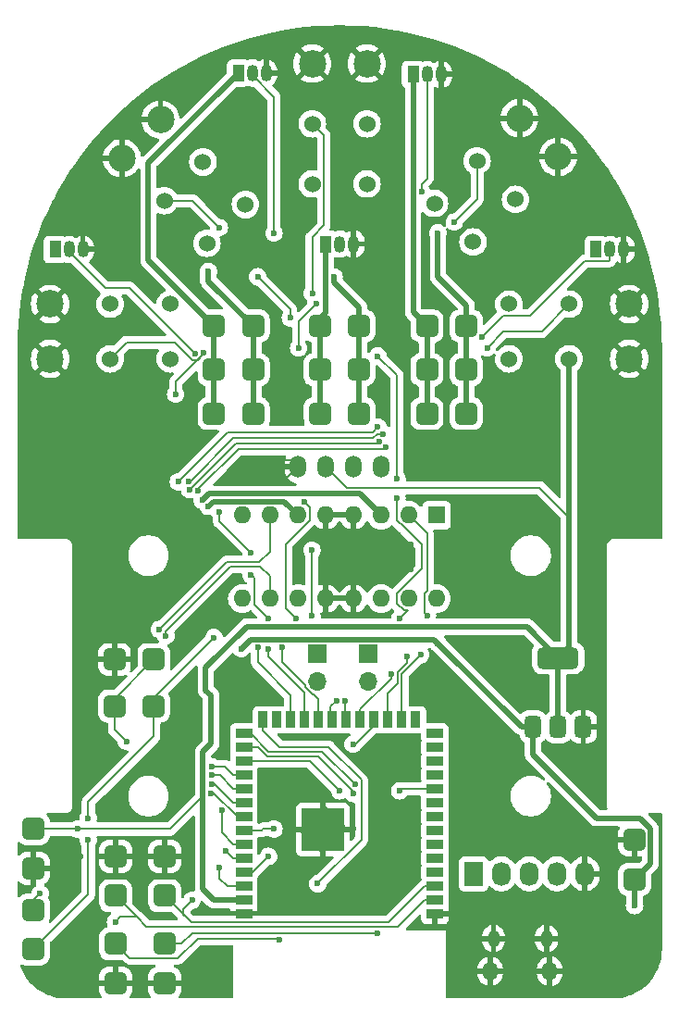
<source format=gbl>
G04 #@! TF.GenerationSoftware,KiCad,Pcbnew,8.0.6-8.0.6-0~ubuntu24.04.1*
G04 #@! TF.CreationDate,2024-10-30T09:28:35+01:00*
G04 #@! TF.ProjectId,micromouse_pcb,6d696372-6f6d-46f7-9573-655f7063622e,rev?*
G04 #@! TF.SameCoordinates,Original*
G04 #@! TF.FileFunction,Copper,L2,Bot*
G04 #@! TF.FilePolarity,Positive*
%FSLAX46Y46*%
G04 Gerber Fmt 4.6, Leading zero omitted, Abs format (unit mm)*
G04 Created by KiCad (PCBNEW 8.0.6-8.0.6-0~ubuntu24.04.1) date 2024-10-30 09:28:35*
%MOMM*%
%LPD*%
G01*
G04 APERTURE LIST*
G04 Aperture macros list*
%AMRoundRect*
0 Rectangle with rounded corners*
0 $1 Rounding radius*
0 $2 $3 $4 $5 $6 $7 $8 $9 X,Y pos of 4 corners*
0 Add a 4 corners polygon primitive as box body*
4,1,4,$2,$3,$4,$5,$6,$7,$8,$9,$2,$3,0*
0 Add four circle primitives for the rounded corners*
1,1,$1+$1,$2,$3*
1,1,$1+$1,$4,$5*
1,1,$1+$1,$6,$7*
1,1,$1+$1,$8,$9*
0 Add four rect primitives between the rounded corners*
20,1,$1+$1,$2,$3,$4,$5,0*
20,1,$1+$1,$4,$5,$6,$7,0*
20,1,$1+$1,$6,$7,$8,$9,0*
20,1,$1+$1,$8,$9,$2,$3,0*%
G04 Aperture macros list end*
G04 #@! TA.AperFunction,ComponentPad*
%ADD10C,1.524000*%
G04 #@! TD*
G04 #@! TA.AperFunction,ComponentPad*
%ADD11C,2.500000*%
G04 #@! TD*
G04 #@! TA.AperFunction,ComponentPad*
%ADD12R,1.050000X1.500000*%
G04 #@! TD*
G04 #@! TA.AperFunction,ComponentPad*
%ADD13O,1.050000X1.500000*%
G04 #@! TD*
G04 #@! TA.AperFunction,ComponentPad*
%ADD14O,1.524000X2.000000*%
G04 #@! TD*
G04 #@! TA.AperFunction,ComponentPad*
%ADD15R,1.600000X1.600000*%
G04 #@! TD*
G04 #@! TA.AperFunction,ComponentPad*
%ADD16O,1.600000X1.600000*%
G04 #@! TD*
G04 #@! TA.AperFunction,ComponentPad*
%ADD17O,1.350000X1.700000*%
G04 #@! TD*
G04 #@! TA.AperFunction,ComponentPad*
%ADD18O,1.100000X1.500000*%
G04 #@! TD*
G04 #@! TA.AperFunction,ComponentPad*
%ADD19R,1.700000X2.200000*%
G04 #@! TD*
G04 #@! TA.AperFunction,ComponentPad*
%ADD20O,1.700000X2.200000*%
G04 #@! TD*
G04 #@! TA.AperFunction,ComponentPad*
%ADD21O,1.700000X1.700000*%
G04 #@! TD*
G04 #@! TA.AperFunction,ComponentPad*
%ADD22R,1.700000X1.700000*%
G04 #@! TD*
G04 #@! TA.AperFunction,SMDPad,CuDef*
%ADD23RoundRect,0.384616X0.615384X-0.615384X0.615384X0.615384X-0.615384X0.615384X-0.615384X-0.615384X0*%
G04 #@! TD*
G04 #@! TA.AperFunction,SMDPad,CuDef*
%ADD24RoundRect,0.384616X0.615384X0.615384X-0.615384X0.615384X-0.615384X-0.615384X0.615384X-0.615384X0*%
G04 #@! TD*
G04 #@! TA.AperFunction,SMDPad,CuDef*
%ADD25RoundRect,0.384616X-0.615384X0.615384X-0.615384X-0.615384X0.615384X-0.615384X0.615384X0.615384X0*%
G04 #@! TD*
G04 #@! TA.AperFunction,SMDPad,CuDef*
%ADD26R,1.500000X0.900000*%
G04 #@! TD*
G04 #@! TA.AperFunction,SMDPad,CuDef*
%ADD27R,0.900000X1.500000*%
G04 #@! TD*
G04 #@! TA.AperFunction,HeatsinkPad*
%ADD28C,1.500000*%
G04 #@! TD*
G04 #@! TA.AperFunction,HeatsinkPad*
%ADD29C,2.000000*%
G04 #@! TD*
G04 #@! TA.AperFunction,SMDPad,CuDef*
%ADD30R,3.900000X3.900000*%
G04 #@! TD*
G04 #@! TA.AperFunction,SMDPad,CuDef*
%ADD31RoundRect,0.375000X0.375000X-0.625000X0.375000X0.625000X-0.375000X0.625000X-0.375000X-0.625000X0*%
G04 #@! TD*
G04 #@! TA.AperFunction,SMDPad,CuDef*
%ADD32RoundRect,0.500000X1.400000X-0.500000X1.400000X0.500000X-1.400000X0.500000X-1.400000X-0.500000X0*%
G04 #@! TD*
G04 #@! TA.AperFunction,ViaPad*
%ADD33C,0.600000*%
G04 #@! TD*
G04 #@! TA.AperFunction,Conductor*
%ADD34C,0.200000*%
G04 #@! TD*
G04 #@! TA.AperFunction,Conductor*
%ADD35C,0.500000*%
G04 #@! TD*
G04 APERTURE END LIST*
D10*
X165500000Y-91000000D03*
X165500000Y-86000000D03*
X171000000Y-91000000D03*
X171000000Y-86000000D03*
D11*
X176500000Y-91000000D03*
X176500000Y-86000000D03*
D12*
X140730000Y-64860000D03*
D13*
X142000000Y-64860000D03*
X143270000Y-64860000D03*
D12*
X148730000Y-80500000D03*
D13*
X150000000Y-80500000D03*
X151270000Y-80500000D03*
D12*
X156730000Y-65000000D03*
D13*
X158000000Y-65000000D03*
X159270000Y-65000000D03*
D10*
X134500000Y-86000000D03*
X134500000Y-91000000D03*
X129000000Y-86000000D03*
X129000000Y-91000000D03*
D11*
X123500000Y-86000000D03*
X123500000Y-91000000D03*
D14*
X146220000Y-100875000D03*
X148760000Y-100875000D03*
X151300000Y-100875000D03*
X153840000Y-100875000D03*
D10*
X152500000Y-75000000D03*
X147500000Y-75000000D03*
X152500000Y-69500000D03*
X147500000Y-69500000D03*
D11*
X152500000Y-64000000D03*
X147500000Y-64000000D03*
D10*
X162221825Y-80313708D03*
X158686291Y-76778174D03*
X166110912Y-76424621D03*
X162575378Y-72889087D03*
D11*
X170000000Y-72535533D03*
X166464466Y-69000000D03*
D15*
X158875000Y-105300000D03*
D16*
X156335000Y-105300000D03*
X153795000Y-105300000D03*
X151255000Y-105300000D03*
X148715000Y-105300000D03*
X146175000Y-105300000D03*
X143635000Y-105300000D03*
X141095000Y-105300000D03*
X141095000Y-112920000D03*
X143635000Y-112920000D03*
X146175000Y-112920000D03*
X148715000Y-112920000D03*
X151255000Y-112920000D03*
X153795000Y-112920000D03*
X156335000Y-112920000D03*
X158875000Y-112920000D03*
D17*
X163780000Y-147005000D03*
D18*
X164090000Y-144005000D03*
X168930000Y-144005000D03*
D17*
X169240000Y-147005000D03*
D12*
X123960000Y-81000000D03*
D13*
X125230000Y-81000000D03*
X126500000Y-81000000D03*
D12*
X173460000Y-81000000D03*
D13*
X174730000Y-81000000D03*
X176000000Y-81000000D03*
D19*
X162275000Y-138100000D03*
D20*
X164815000Y-138100000D03*
X167355000Y-138100000D03*
X169895000Y-138100000D03*
X172435000Y-138100000D03*
D21*
X148000000Y-120500000D03*
D22*
X148000000Y-117960000D03*
X152650000Y-117960000D03*
D21*
X152650000Y-120500000D03*
D10*
X141389087Y-76889087D03*
X137853553Y-80424621D03*
X137500000Y-73000000D03*
X133964466Y-76535534D03*
D11*
X133610912Y-69110912D03*
X130075379Y-72646446D03*
D23*
X129500000Y-140100000D03*
X129500000Y-136500000D03*
D24*
X142100000Y-88000000D03*
X138500000Y-88000000D03*
D25*
X129500000Y-144500000D03*
X129500000Y-148100000D03*
X134000000Y-144500000D03*
X134000000Y-148100000D03*
D24*
X151800000Y-92000000D03*
X148200000Y-92000000D03*
X133000000Y-118500000D03*
X129400000Y-118500000D03*
X161600000Y-88000000D03*
X158000000Y-88000000D03*
X142100000Y-96000000D03*
X138500000Y-96000000D03*
X142100000Y-92000000D03*
X138500000Y-92000000D03*
D23*
X177000000Y-138600000D03*
X177000000Y-135000000D03*
D24*
X161600000Y-96000000D03*
X158000000Y-96000000D03*
D26*
X141235000Y-141770000D03*
X141235000Y-140500000D03*
X141235000Y-139230000D03*
X141235000Y-137960000D03*
X141235000Y-136690000D03*
X141235000Y-135420000D03*
X141235000Y-134150000D03*
X141235000Y-132880000D03*
X141235000Y-131610000D03*
X141235000Y-130340000D03*
X141235000Y-129070000D03*
X141235000Y-127800000D03*
X141235000Y-126530000D03*
X141235000Y-125260000D03*
D27*
X143000000Y-124010000D03*
X144270000Y-124010000D03*
X145540000Y-124010000D03*
X146810000Y-124010000D03*
X148080000Y-124010000D03*
X149350000Y-124010000D03*
X150620000Y-124010000D03*
X151890000Y-124010000D03*
X153160000Y-124010000D03*
X154430000Y-124010000D03*
X155700000Y-124010000D03*
X156970000Y-124010000D03*
D26*
X158735000Y-125260000D03*
X158735000Y-126530000D03*
X158735000Y-127800000D03*
X158735000Y-129070000D03*
X158735000Y-130340000D03*
X158735000Y-131610000D03*
X158735000Y-132880000D03*
X158735000Y-134150000D03*
X158735000Y-135420000D03*
X158735000Y-136690000D03*
X158735000Y-137960000D03*
X158735000Y-139230000D03*
X158735000Y-140500000D03*
X158735000Y-141770000D03*
D28*
X147485000Y-135010000D03*
D29*
X147735000Y-133260000D03*
D30*
X148485000Y-134050000D03*
D29*
X149235000Y-134760000D03*
D28*
X149485000Y-133010000D03*
D24*
X151800000Y-96000000D03*
X148200000Y-96000000D03*
D25*
X122000000Y-134000000D03*
X122000000Y-137600000D03*
D23*
X122000000Y-145000000D03*
X122000000Y-141400000D03*
D31*
X172300000Y-124650000D03*
X170000000Y-124650000D03*
D32*
X170000000Y-118350000D03*
D31*
X167700000Y-124650000D03*
D24*
X133000000Y-122750000D03*
X129400000Y-122750000D03*
X151800000Y-88000000D03*
X148200000Y-88000000D03*
D23*
X134000000Y-140100000D03*
X134000000Y-136500000D03*
D24*
X161600000Y-92000000D03*
X158000000Y-92000000D03*
D33*
X127000000Y-135000000D03*
X159000000Y-117000000D03*
X138500000Y-116500000D03*
X177000000Y-141000000D03*
X141000000Y-117500000D03*
X127000000Y-133000000D03*
X161000000Y-75500000D03*
X139500000Y-121750000D03*
X144250000Y-100250000D03*
X159250000Y-122000000D03*
X168000000Y-78500000D03*
X127000000Y-75750000D03*
X164500000Y-127000000D03*
X139000000Y-127250000D03*
X161000000Y-111000000D03*
X144250000Y-96500000D03*
X132250000Y-91000000D03*
X176500000Y-148500000D03*
X173750000Y-131000000D03*
X172000000Y-121500000D03*
X146000000Y-67250000D03*
X136250000Y-137000000D03*
X137250000Y-125500000D03*
X162750000Y-135000000D03*
X160500000Y-101500000D03*
X167250000Y-99750000D03*
X159000000Y-109000000D03*
X127000000Y-148000000D03*
X154500000Y-126250000D03*
X131250000Y-115500000D03*
X148750000Y-107250000D03*
X178250000Y-94250000D03*
X136000000Y-83000000D03*
X141250000Y-68500000D03*
X138250000Y-86000000D03*
X164250000Y-67000000D03*
X146250000Y-91250000D03*
X132250000Y-128500000D03*
X161250000Y-123500000D03*
X172250000Y-94250000D03*
X136250000Y-139250000D03*
X126250000Y-136500000D03*
X159750000Y-86250000D03*
X134250000Y-78750000D03*
X179000000Y-145250000D03*
X161250000Y-147750000D03*
X169000000Y-115250000D03*
X127250000Y-107750000D03*
X165500000Y-145500000D03*
X148750000Y-140500000D03*
X146250000Y-72000000D03*
X161000000Y-109250000D03*
X159750000Y-72750000D03*
X163250000Y-77500000D03*
X145250000Y-80000000D03*
X162000000Y-65000000D03*
X172500000Y-146500000D03*
X154000000Y-94250000D03*
X127250000Y-127500000D03*
X139500000Y-149000000D03*
X169750000Y-102500000D03*
X146750000Y-94000000D03*
X167500000Y-145500000D03*
X136500000Y-65750000D03*
X168500000Y-89750000D03*
X174000000Y-144750000D03*
X161000000Y-104000000D03*
X133500000Y-103000000D03*
X139000000Y-114250000D03*
X126500000Y-92250000D03*
X145250000Y-125500000D03*
X127000000Y-85250000D03*
X145250000Y-129000000D03*
X172750000Y-109500000D03*
X177750000Y-102750000D03*
X167750000Y-120500000D03*
X159750000Y-90250000D03*
X159000000Y-107000000D03*
X136250000Y-134500000D03*
X140500000Y-74250000D03*
X150000000Y-125750000D03*
X155250000Y-76500000D03*
X160750000Y-116750000D03*
X127500000Y-115500000D03*
X131750000Y-135250000D03*
X139750000Y-81000000D03*
X133000000Y-84500000D03*
X154250000Y-128500000D03*
X145250000Y-137000000D03*
X148750000Y-111000000D03*
X124500000Y-95500000D03*
X169500000Y-134750000D03*
X135000000Y-131250000D03*
X146250000Y-80000000D03*
X130500000Y-82500000D03*
X168500000Y-140750000D03*
X168500000Y-94250000D03*
X157500000Y-101250000D03*
X143500000Y-94000000D03*
X139250000Y-108250000D03*
X137250000Y-98750000D03*
X132000000Y-87750000D03*
X122000000Y-135750000D03*
X122750000Y-147500000D03*
X154250000Y-131000000D03*
X149750000Y-78500000D03*
X127500000Y-142000000D03*
X124000000Y-136000000D03*
X151750000Y-84000000D03*
X149750000Y-75000000D03*
X161000000Y-135250000D03*
X152750000Y-141000000D03*
X173000000Y-102500000D03*
X157500000Y-98250000D03*
X156500000Y-108000000D03*
X144250000Y-102000000D03*
X169250000Y-126750000D03*
X159000000Y-111250000D03*
X172500000Y-141500000D03*
X129750000Y-95500000D03*
X156250000Y-135500000D03*
X139500000Y-145250000D03*
X153750000Y-111000000D03*
X144500000Y-122000000D03*
X175250000Y-94000000D03*
X121000000Y-139750000D03*
X146250000Y-108250000D03*
X156500000Y-110250000D03*
X138750000Y-76000000D03*
X151250000Y-134000000D03*
X148250000Y-137000000D03*
X146250000Y-111000000D03*
X171750000Y-88000000D03*
X144250000Y-140500000D03*
X131000000Y-77000000D03*
X174250000Y-134750000D03*
X138000000Y-98000000D03*
X140000000Y-83750000D03*
X167750000Y-122250000D03*
X173250000Y-73750000D03*
X121750000Y-88750000D03*
X161000000Y-107500000D03*
X133750000Y-96000000D03*
X142750000Y-72250000D03*
X161000000Y-114500000D03*
X146500000Y-96750000D03*
X125750000Y-132750000D03*
X152500000Y-114250000D03*
X145750000Y-74750000D03*
X121000000Y-135750000D03*
X173500000Y-126750000D03*
X165000000Y-94000000D03*
X137250000Y-122250000D03*
X143750000Y-90000000D03*
X155500000Y-80000000D03*
X165000000Y-84000000D03*
X135500000Y-75000000D03*
X164750000Y-140750000D03*
X167750000Y-104750000D03*
X140500000Y-102250000D03*
X152750000Y-137500000D03*
X152750000Y-72500000D03*
X161250000Y-141250000D03*
X153750000Y-107250000D03*
X160500000Y-98500000D03*
X168000000Y-84750000D03*
X150000000Y-61750000D03*
X156250000Y-138000000D03*
X161250000Y-132500000D03*
X144250000Y-132250000D03*
X141250000Y-100500000D03*
X123000000Y-105000000D03*
X131750000Y-140500000D03*
X128500000Y-132500000D03*
X126000000Y-134000000D03*
X130500000Y-126000000D03*
X139000000Y-137500000D03*
X122600000Y-139900000D03*
X157435000Y-118065000D03*
X156150000Y-118250000D03*
X143500000Y-114750000D03*
X139000000Y-105000000D03*
X141900000Y-108750000D03*
X141900000Y-110750000D03*
X135000000Y-94250000D03*
X137574266Y-90475737D03*
X143500000Y-117500000D03*
X142500000Y-83500000D03*
X146750000Y-104100000D03*
X139000000Y-79000000D03*
X146000000Y-114750000D03*
X149699997Y-122250000D03*
X145500000Y-87250000D03*
X138000000Y-83000000D03*
X149500000Y-83500000D03*
X147500000Y-85000000D03*
X155250000Y-102000000D03*
X154700000Y-119850192D03*
X153500000Y-90750000D03*
X155500000Y-114750000D03*
X155250000Y-103750000D03*
X154012149Y-97864579D03*
X160500000Y-78500000D03*
X138274263Y-129925734D03*
X136174265Y-102174265D03*
X159000000Y-79500000D03*
X163500000Y-90000000D03*
X137070085Y-103051449D03*
X154250000Y-99064579D03*
X138302514Y-128289498D03*
X151400000Y-129920099D03*
X151250000Y-130750000D03*
X138000000Y-104500000D03*
X137434313Y-103934313D03*
X136750000Y-90500000D03*
X144000000Y-79500000D03*
X146250000Y-90000000D03*
X147850000Y-86000000D03*
X157500000Y-75750000D03*
X163009329Y-89005513D03*
X142500000Y-117410000D03*
X144750000Y-117410000D03*
X150500000Y-122250000D03*
X147469669Y-114530331D03*
X147469669Y-108500000D03*
X138250000Y-130750000D03*
X153500000Y-97250000D03*
X135250000Y-102250000D03*
X138286397Y-129089338D03*
X153604851Y-98559364D03*
X136274450Y-102967970D03*
X151233578Y-126233578D03*
X155500000Y-130500000D03*
X129490000Y-142500000D03*
X136500000Y-140500000D03*
X144500000Y-144100000D03*
X148000000Y-139000000D03*
X153500000Y-143520000D03*
X150000000Y-130500000D03*
X144000000Y-134000000D03*
X139207108Y-132292892D03*
X134100000Y-116315687D03*
X133500000Y-115750000D03*
X139600000Y-136000000D03*
X143500000Y-136500000D03*
X158035000Y-114500000D03*
D34*
X127000000Y-135000000D02*
X127000000Y-140000000D01*
D35*
X178450000Y-133950000D02*
X177500000Y-133000000D01*
X166650000Y-124650000D02*
X159000000Y-117000000D01*
X173500000Y-133000000D02*
X167700000Y-127200000D01*
X159000000Y-117000000D02*
X158660000Y-116660000D01*
X141840000Y-116660000D02*
X141000000Y-117500000D01*
X177500000Y-133000000D02*
X173500000Y-133000000D01*
X158660000Y-116660000D02*
X141840000Y-116660000D01*
X167700000Y-124650000D02*
X166650000Y-124650000D01*
D34*
X133000000Y-125500000D02*
X133000000Y-122750000D01*
D35*
X167700000Y-127200000D02*
X167700000Y-124650000D01*
X177000000Y-138600000D02*
X178450000Y-137150000D01*
X177000000Y-141000000D02*
X177000000Y-138600000D01*
D34*
X127000000Y-133000000D02*
X127000000Y-131500000D01*
X127000000Y-131500000D02*
X133000000Y-125500000D01*
X133000000Y-122750000D02*
X133000000Y-122000000D01*
X133000000Y-122000000D02*
X138500000Y-116500000D01*
D35*
X178450000Y-137150000D02*
X178450000Y-133950000D01*
D34*
X127000000Y-140000000D02*
X122000000Y-145000000D01*
X144250000Y-102000000D02*
X145095000Y-102000000D01*
X145095000Y-102000000D02*
X146220000Y-100875000D01*
X144250000Y-100250000D02*
X145595000Y-100250000D01*
X145595000Y-100250000D02*
X146220000Y-100875000D01*
D35*
X141500000Y-115500000D02*
X137750000Y-119250000D01*
D34*
X122000000Y-134000000D02*
X126000000Y-134000000D01*
D35*
X170000000Y-118350000D02*
X171000000Y-117350000D01*
X137500000Y-131000000D02*
X137500000Y-139500000D01*
X138250000Y-121810661D02*
X138250000Y-126189339D01*
X170000000Y-118350000D02*
X167150000Y-115500000D01*
D34*
X134500000Y-134000000D02*
X137500000Y-131000000D01*
D35*
X171000000Y-105500000D02*
X171000000Y-91000000D01*
D34*
X148760000Y-100875000D02*
X150685000Y-102800000D01*
X150685000Y-102800000D02*
X168300000Y-102800000D01*
D35*
X170000000Y-124650000D02*
X170000000Y-118350000D01*
X171000000Y-117350000D02*
X171000000Y-105500000D01*
X137500000Y-139500000D02*
X138500000Y-140500000D01*
D34*
X168300000Y-102800000D02*
X171000000Y-105500000D01*
D35*
X138500000Y-140500000D02*
X141235000Y-140500000D01*
X137500000Y-126939339D02*
X137500000Y-131000000D01*
X138250000Y-126189339D02*
X137500000Y-126939339D01*
X137750000Y-121310661D02*
X138250000Y-121810661D01*
D34*
X126000000Y-134000000D02*
X134500000Y-134000000D01*
D35*
X137750000Y-119250000D02*
X137750000Y-121310661D01*
X167150000Y-115500000D02*
X141500000Y-115500000D01*
D34*
X129400000Y-122100000D02*
X133000000Y-118500000D01*
X129400000Y-122750000D02*
X129400000Y-122100000D01*
X129400000Y-122750000D02*
X129400000Y-124900000D01*
X139000000Y-137500000D02*
X139000000Y-138500000D01*
X129400000Y-124900000D02*
X130500000Y-126000000D01*
X139730000Y-139230000D02*
X141235000Y-139230000D01*
X139000000Y-138500000D02*
X139730000Y-139230000D01*
X122000000Y-140500000D02*
X122000000Y-141400000D01*
X122600000Y-139900000D02*
X122000000Y-140500000D01*
X157435000Y-118065000D02*
X155700000Y-119800000D01*
X155700000Y-119800000D02*
X155700000Y-124010000D01*
X156150000Y-118250000D02*
X156150000Y-118784314D01*
X155300000Y-120700000D02*
X154430000Y-121570000D01*
X156150000Y-118784314D02*
X155300000Y-119634314D01*
X154430000Y-121570000D02*
X154430000Y-124010000D01*
X155300000Y-119634314D02*
X155300000Y-120700000D01*
X143500000Y-114750000D02*
X142195000Y-113445000D01*
X142195000Y-113445000D02*
X142195000Y-111045000D01*
X129000000Y-91000000D02*
X130500000Y-89500000D01*
X130500000Y-89500000D02*
X134901471Y-89500000D01*
X135000000Y-93098529D02*
X137574266Y-90524263D01*
X141900000Y-108750000D02*
X139000000Y-105850000D01*
X134901471Y-89500000D02*
X136501471Y-91100000D01*
X142195000Y-111045000D02*
X141900000Y-110750000D01*
X135000000Y-94250000D02*
X135000000Y-93098529D01*
X137574266Y-90524263D02*
X137574266Y-90475737D01*
X139000000Y-105850000D02*
X139000000Y-105000000D01*
X143500000Y-118250000D02*
X143500000Y-117500000D01*
X146810000Y-124010000D02*
X146810000Y-121560000D01*
X146810000Y-121560000D02*
X143500000Y-118250000D01*
X136501471Y-91100000D02*
X136998529Y-91100000D01*
X136998529Y-91100000D02*
X137574266Y-90524263D01*
X149150000Y-123810000D02*
X149150000Y-122799997D01*
X136535534Y-76535534D02*
X139000000Y-79000000D01*
X147275000Y-105755635D02*
X147275000Y-104625000D01*
X149150000Y-122799997D02*
X149699997Y-122250000D01*
X147275000Y-104625000D02*
X146750000Y-104100000D01*
X145500000Y-87250000D02*
X145500000Y-86500000D01*
X145075000Y-113825000D02*
X145075000Y-107955635D01*
X133964466Y-76535534D02*
X136535534Y-76535534D01*
X149350000Y-124010000D02*
X149150000Y-123810000D01*
X145075000Y-107955635D02*
X147275000Y-105755635D01*
X146000000Y-114750000D02*
X145075000Y-113825000D01*
X145500000Y-86500000D02*
X142500000Y-83500000D01*
D35*
X142100000Y-88000000D02*
X142100000Y-92000000D01*
X138000000Y-83000000D02*
X138000000Y-83900000D01*
X142100000Y-92000000D02*
X142100000Y-96000000D01*
X138000000Y-83900000D02*
X142100000Y-88000000D01*
X151800000Y-96000000D02*
X151800000Y-92000000D01*
X151800000Y-92000000D02*
X151800000Y-88000000D01*
X151800000Y-86300000D02*
X151800000Y-88000000D01*
X149500000Y-84000000D02*
X151800000Y-86300000D01*
X149500000Y-83500000D02*
X149500000Y-84000000D01*
D34*
X155250000Y-92500000D02*
X153500000Y-90750000D01*
X151890000Y-123060000D02*
X154700000Y-120250000D01*
X155900000Y-106400000D02*
X155879365Y-106400000D01*
X155500000Y-114750000D02*
X156230000Y-114020000D01*
X155235000Y-105755635D02*
X155235000Y-103765000D01*
X155235000Y-103765000D02*
X155250000Y-103750000D01*
X157500000Y-108000000D02*
X155900000Y-106400000D01*
X148562000Y-70562000D02*
X148562000Y-78793000D01*
X147500000Y-69500000D02*
X148562000Y-70562000D01*
X155879365Y-106400000D02*
X155235000Y-105755635D01*
X157500000Y-110199365D02*
X157500000Y-108000000D01*
X155879365Y-114020000D02*
X155235000Y-113375635D01*
X151890000Y-124010000D02*
X151890000Y-123060000D01*
X155235000Y-112464365D02*
X157500000Y-110199365D01*
X156230000Y-114020000D02*
X155879365Y-114020000D01*
X155235000Y-113375635D02*
X155235000Y-112464365D01*
X154700000Y-120250000D02*
X154700000Y-119850192D01*
X148562000Y-78793000D02*
X147500000Y-79855000D01*
X147500000Y-79855000D02*
X147500000Y-85000000D01*
X155250000Y-102000000D02*
X155250000Y-92500000D01*
X136325735Y-102174265D02*
X136174265Y-102174265D01*
X141235000Y-131610000D02*
X140285000Y-131610000D01*
X153065686Y-98250000D02*
X140250000Y-98250000D01*
X140285000Y-131610000D02*
X138600734Y-129925734D01*
X162575378Y-76424622D02*
X162575378Y-72889087D01*
X138600734Y-129925734D02*
X138274263Y-129925734D01*
X154012149Y-97864579D02*
X153451107Y-97864579D01*
X140250000Y-98250000D02*
X136325735Y-102174265D01*
X153451107Y-97864579D02*
X153065686Y-98250000D01*
X160500000Y-78500000D02*
X162575378Y-76424622D01*
D35*
X159000000Y-79500000D02*
X159000000Y-83500000D01*
X159000000Y-83500000D02*
X161600000Y-86100000D01*
X161600000Y-96000000D02*
X161600000Y-92000000D01*
X161600000Y-86100000D02*
X161600000Y-88000000D01*
X161600000Y-92000000D02*
X161600000Y-88000000D01*
D34*
X154064579Y-99250000D02*
X154250000Y-99064579D01*
X140750000Y-99250000D02*
X154064579Y-99250000D01*
X137070085Y-103051449D02*
X137070085Y-102929915D01*
X168500000Y-88500000D02*
X171000000Y-86000000D01*
X165000000Y-88500000D02*
X168500000Y-88500000D01*
X141235000Y-129070000D02*
X140285000Y-129070000D01*
X137070085Y-102929915D02*
X140750000Y-99250000D01*
X139504498Y-128289498D02*
X138302514Y-128289498D01*
X140285000Y-129070000D02*
X139504498Y-128289498D01*
X163500000Y-90000000D02*
X165000000Y-88500000D01*
X151400000Y-129920099D02*
X148379901Y-126900000D01*
X143465686Y-126900000D02*
X141825686Y-125260000D01*
X141825686Y-125260000D02*
X141235000Y-125260000D01*
X148379901Y-126900000D02*
X143465686Y-126900000D01*
X143400000Y-127400000D02*
X142530000Y-126530000D01*
X148031374Y-127400000D02*
X143400000Y-127400000D01*
X151250000Y-130618626D02*
X148031374Y-127400000D01*
X142530000Y-126530000D02*
X141235000Y-126530000D01*
X151250000Y-130750000D02*
X151250000Y-130618626D01*
D35*
X138450000Y-104050000D02*
X144925000Y-104050000D01*
X138000000Y-104500000D02*
X138450000Y-104050000D01*
X144925000Y-104050000D02*
X146175000Y-105300000D01*
X151845000Y-103350000D02*
X153795000Y-105300000D01*
X137434313Y-103934313D02*
X138018626Y-103350000D01*
X138018626Y-103350000D02*
X151845000Y-103350000D01*
D34*
X125230000Y-81000000D02*
X125230000Y-81225000D01*
X125230000Y-81225000D02*
X128535331Y-84530331D01*
X130780331Y-84530331D02*
X136750000Y-90500000D01*
X128535331Y-84530331D02*
X130780331Y-84530331D01*
X142000000Y-65085000D02*
X142000000Y-64860000D01*
X144000000Y-67085000D02*
X142000000Y-65085000D01*
X144000000Y-79500000D02*
X144000000Y-67085000D01*
D35*
X132500000Y-73090000D02*
X140730000Y-64860000D01*
X138500000Y-88000000D02*
X132500000Y-82000000D01*
X132500000Y-82000000D02*
X132500000Y-73090000D01*
X138500000Y-92000000D02*
X138500000Y-88000000D01*
X138500000Y-96000000D02*
X138500000Y-92000000D01*
X148200000Y-96000000D02*
X148200000Y-92000000D01*
X148200000Y-87300000D02*
X148730000Y-86770000D01*
X148200000Y-92000000D02*
X148200000Y-88000000D01*
X148730000Y-86770000D02*
X148730000Y-80500000D01*
X148200000Y-88000000D02*
X148200000Y-87300000D01*
D34*
X146250000Y-87600000D02*
X147850000Y-86000000D01*
X146250000Y-90000000D02*
X146250000Y-87600000D01*
X157500000Y-75750000D02*
X157500000Y-75000000D01*
X157500000Y-75000000D02*
X158000000Y-74500000D01*
X158000000Y-74500000D02*
X158000000Y-65000000D01*
D35*
X156730000Y-86730000D02*
X156730000Y-65000000D01*
X158000000Y-88000000D02*
X158000000Y-92000000D01*
X158000000Y-88000000D02*
X156730000Y-86730000D01*
X158000000Y-92000000D02*
X158000000Y-96000000D01*
D34*
X163009329Y-89005513D02*
X164952842Y-87062000D01*
X164952842Y-87062000D02*
X167438000Y-87062000D01*
X167438000Y-87062000D02*
X172450000Y-82050000D01*
X174630000Y-82050000D02*
X174730000Y-81950000D01*
X174730000Y-81950000D02*
X174730000Y-81000000D01*
X172450000Y-82050000D02*
X174630000Y-82050000D01*
X145540000Y-121790000D02*
X145540000Y-124010000D01*
X142500000Y-117410000D02*
X142500000Y-118750000D01*
X142500000Y-118750000D02*
X145540000Y-121790000D01*
X147523654Y-121650000D02*
X147650000Y-121650000D01*
X148080000Y-122080000D02*
X148080000Y-124010000D01*
X144750000Y-117410000D02*
X144750000Y-118750000D01*
X146850000Y-120976346D02*
X147523654Y-121650000D01*
X146850000Y-120850000D02*
X146850000Y-120976346D01*
X147650000Y-121650000D02*
X148080000Y-122080000D01*
X144750000Y-118750000D02*
X146850000Y-120850000D01*
X150500000Y-123890000D02*
X150620000Y-124010000D01*
X147469669Y-108500000D02*
X147469669Y-114530331D01*
X150500000Y-122250000D02*
X150500000Y-123890000D01*
X138250000Y-130750000D02*
X138512745Y-130750000D01*
X153000000Y-97750000D02*
X139750000Y-97750000D01*
X140642745Y-132880000D02*
X141235000Y-132880000D01*
X138512745Y-130750000D02*
X140642745Y-132880000D01*
X153500000Y-97250000D02*
X153000000Y-97750000D01*
X139750000Y-97750000D02*
X135250000Y-102250000D01*
X140500000Y-98750000D02*
X136282030Y-102967970D01*
X140285000Y-130340000D02*
X139034338Y-129089338D01*
X141235000Y-130340000D02*
X140285000Y-130340000D01*
X153414215Y-98750000D02*
X140500000Y-98750000D01*
X139034338Y-129089338D02*
X138286397Y-129089338D01*
X136282030Y-102967970D02*
X136274450Y-102967970D01*
X153604851Y-98559364D02*
X153414215Y-98750000D01*
X151233578Y-126233578D02*
X151466422Y-126233578D01*
X153160000Y-124540000D02*
X153160000Y-124010000D01*
X151466422Y-126233578D02*
X153160000Y-124540000D01*
X155660000Y-130340000D02*
X158735000Y-130340000D01*
X155500000Y-130500000D02*
X155660000Y-130340000D01*
X131450000Y-142050000D02*
X129940000Y-142050000D01*
X129500000Y-140100000D02*
X131450000Y-142050000D01*
X131450000Y-142050000D02*
X132320000Y-142920000D01*
X132320000Y-142920000D02*
X155365000Y-142920000D01*
X157785000Y-140500000D02*
X158735000Y-140500000D01*
X129940000Y-142050000D02*
X129490000Y-142500000D01*
X155365000Y-142920000D02*
X157785000Y-140500000D01*
X135700000Y-141300000D02*
X136500000Y-140500000D01*
X157770000Y-139230000D02*
X158735000Y-139230000D01*
X134000000Y-140100000D02*
X135950000Y-142050000D01*
X136420000Y-142520000D02*
X154480000Y-142520000D01*
X154480000Y-142520000D02*
X157770000Y-139230000D01*
X135950000Y-142050000D02*
X136420000Y-142520000D01*
X135700000Y-141800000D02*
X135700000Y-141300000D01*
X135950000Y-142050000D02*
X135700000Y-141800000D01*
X144500000Y-126500000D02*
X143000000Y-125000000D01*
X130800000Y-145800000D02*
X135200000Y-145800000D01*
X148000000Y-139000000D02*
X152000000Y-135000000D01*
X135200000Y-145800000D02*
X137000000Y-144000000D01*
X149000000Y-126500000D02*
X144500000Y-126500000D01*
X137000000Y-144000000D02*
X144400000Y-144000000D01*
X152000000Y-129500000D02*
X149000000Y-126500000D01*
X152000000Y-135000000D02*
X152000000Y-129500000D01*
X143000000Y-125000000D02*
X143000000Y-124010000D01*
X129500000Y-144500000D02*
X130800000Y-145800000D01*
X144400000Y-144000000D02*
X144500000Y-144100000D01*
X135500000Y-144500000D02*
X136500000Y-143500000D01*
X153480000Y-143500000D02*
X153500000Y-143520000D01*
X150000000Y-130500000D02*
X147300000Y-127800000D01*
X147300000Y-127800000D02*
X141235000Y-127800000D01*
X136500000Y-143500000D02*
X153480000Y-143500000D01*
X134000000Y-144500000D02*
X135500000Y-144500000D01*
X143000000Y-134000000D02*
X142850000Y-134150000D01*
X144000000Y-134000000D02*
X143000000Y-134000000D01*
X142850000Y-134150000D02*
X141235000Y-134150000D01*
X134100000Y-116315687D02*
X134100000Y-115900000D01*
X139207108Y-132292892D02*
X139207108Y-134342108D01*
X143635000Y-110885000D02*
X143635000Y-112920000D01*
X139207108Y-134342108D02*
X140285000Y-135420000D01*
X142750000Y-110000000D02*
X143635000Y-110885000D01*
X134100000Y-115900000D02*
X140000000Y-110000000D01*
X140285000Y-135420000D02*
X141235000Y-135420000D01*
X140000000Y-110000000D02*
X142750000Y-110000000D01*
X139650000Y-109600000D02*
X142650000Y-109600000D01*
X142650000Y-109600000D02*
X143635000Y-108615000D01*
X143635000Y-108615000D02*
X143635000Y-105300000D01*
X133500000Y-115750000D02*
X139650000Y-109600000D01*
X139600000Y-136000000D02*
X140290000Y-136690000D01*
X140290000Y-136690000D02*
X141235000Y-136690000D01*
X158000000Y-112239365D02*
X157775000Y-112464365D01*
X156335000Y-105300000D02*
X158000000Y-106965000D01*
X143500000Y-136500000D02*
X142040000Y-137960000D01*
X157775000Y-114240000D02*
X158035000Y-114500000D01*
X158000000Y-106965000D02*
X158000000Y-112239365D01*
X142040000Y-137960000D02*
X141235000Y-137960000D01*
X157775000Y-112464365D02*
X157775000Y-114240000D01*
G04 #@! TA.AperFunction,Conductor*
G36*
X136668834Y-132782914D02*
G01*
X136724767Y-132824786D01*
X136749184Y-132890250D01*
X136749500Y-132899096D01*
X136749500Y-139580010D01*
X136747702Y-139580010D01*
X136736254Y-139640336D01*
X136688183Y-139691041D01*
X136620330Y-139707708D01*
X136611994Y-139707052D01*
X136500005Y-139694435D01*
X136499996Y-139694435D01*
X136320750Y-139714630D01*
X136320745Y-139714631D01*
X136150476Y-139774211D01*
X135997737Y-139870184D01*
X135870184Y-139997737D01*
X135774210Y-140150478D01*
X135741542Y-140243841D01*
X135700820Y-140300617D01*
X135635868Y-140326365D01*
X135567306Y-140312909D01*
X135516903Y-140264522D01*
X135500500Y-140202887D01*
X135500500Y-139422679D01*
X135500500Y-139422672D01*
X135494418Y-139345391D01*
X135446262Y-139165672D01*
X135361793Y-138999892D01*
X135303248Y-138927594D01*
X135244703Y-138855296D01*
X135122930Y-138756688D01*
X135100108Y-138738207D01*
X134934328Y-138653738D01*
X134813489Y-138621359D01*
X134754606Y-138605581D01*
X134677333Y-138599500D01*
X134677328Y-138599500D01*
X133322672Y-138599500D01*
X133322666Y-138599500D01*
X133245393Y-138605581D01*
X133065672Y-138653738D01*
X132899893Y-138738206D01*
X132755296Y-138855296D01*
X132638206Y-138999893D01*
X132553738Y-139165672D01*
X132505581Y-139345393D01*
X132499500Y-139422666D01*
X132499500Y-140777333D01*
X132505581Y-140854606D01*
X132505582Y-140854609D01*
X132553738Y-141034328D01*
X132638207Y-141200108D01*
X132648339Y-141212620D01*
X132755296Y-141344703D01*
X132792093Y-141374500D01*
X132899892Y-141461793D01*
X133065672Y-141546262D01*
X133245391Y-141594418D01*
X133322672Y-141600500D01*
X134599903Y-141600500D01*
X134666942Y-141620185D01*
X134687584Y-141636819D01*
X135158584Y-142107819D01*
X135192069Y-142169142D01*
X135187085Y-142238834D01*
X135145213Y-142294767D01*
X135079749Y-142319184D01*
X135070903Y-142319500D01*
X132620098Y-142319500D01*
X132553059Y-142299815D01*
X132532417Y-142283181D01*
X131937590Y-141688355D01*
X131937587Y-141688351D01*
X131937587Y-141688352D01*
X131930520Y-141681285D01*
X131930520Y-141681284D01*
X131818716Y-141569480D01*
X131818715Y-141569479D01*
X131814385Y-141565149D01*
X131814374Y-141565139D01*
X131036819Y-140787584D01*
X131003334Y-140726261D01*
X131000500Y-140699903D01*
X131000500Y-139422679D01*
X131000500Y-139422672D01*
X130994418Y-139345391D01*
X130946262Y-139165672D01*
X130861793Y-138999892D01*
X130803248Y-138927594D01*
X130744703Y-138855296D01*
X130622930Y-138756688D01*
X130600108Y-138738207D01*
X130434328Y-138653738D01*
X130313489Y-138621359D01*
X130254606Y-138605581D01*
X130177333Y-138599500D01*
X130177328Y-138599500D01*
X128822672Y-138599500D01*
X128822666Y-138599500D01*
X128745393Y-138605581D01*
X128565672Y-138653738D01*
X128399893Y-138738206D01*
X128255296Y-138855296D01*
X128138206Y-138999893D01*
X128053738Y-139165672D01*
X128005581Y-139345393D01*
X127999500Y-139422666D01*
X127999500Y-140777333D01*
X128005581Y-140854606D01*
X128005582Y-140854609D01*
X128053738Y-141034328D01*
X128138207Y-141200108D01*
X128148339Y-141212620D01*
X128255296Y-141344703D01*
X128292093Y-141374500D01*
X128399892Y-141461793D01*
X128565672Y-141546262D01*
X128745391Y-141594418D01*
X128822672Y-141600500D01*
X128986524Y-141600500D01*
X129053563Y-141620185D01*
X129099318Y-141672989D01*
X129109262Y-141742147D01*
X129080237Y-141805703D01*
X129052496Y-141829494D01*
X128987737Y-141870184D01*
X128860184Y-141997737D01*
X128764211Y-142150476D01*
X128704631Y-142320745D01*
X128704630Y-142320750D01*
X128684435Y-142499996D01*
X128684435Y-142500003D01*
X128704630Y-142679249D01*
X128704631Y-142679254D01*
X128766511Y-142856095D01*
X128765035Y-142856611D01*
X128775039Y-142917387D01*
X128747313Y-142981520D01*
X128689316Y-143020482D01*
X128684062Y-143022015D01*
X128565672Y-143053737D01*
X128399893Y-143138206D01*
X128255296Y-143255296D01*
X128138206Y-143399893D01*
X128053738Y-143565672D01*
X128005581Y-143745393D01*
X127999500Y-143822666D01*
X127999500Y-145177333D01*
X128005581Y-145254606D01*
X128005582Y-145254609D01*
X128053738Y-145434328D01*
X128138207Y-145600108D01*
X128182998Y-145655421D01*
X128255296Y-145744703D01*
X128307048Y-145786610D01*
X128399892Y-145861793D01*
X128565672Y-145946262D01*
X128745391Y-145994418D01*
X128822672Y-146000500D01*
X130099902Y-146000500D01*
X130166941Y-146020185D01*
X130187583Y-146036819D01*
X130431284Y-146280520D01*
X130431286Y-146280521D01*
X130431290Y-146280524D01*
X130568209Y-146359573D01*
X130568216Y-146359577D01*
X130720943Y-146400501D01*
X130720945Y-146400501D01*
X130886654Y-146400501D01*
X130886670Y-146400500D01*
X133070822Y-146400500D01*
X133137861Y-146420185D01*
X133183616Y-146472989D01*
X133193560Y-146542147D01*
X133164535Y-146605703D01*
X133105757Y-146643477D01*
X133102915Y-146644275D01*
X133065851Y-146654205D01*
X132900171Y-146738625D01*
X132900161Y-146738631D01*
X132755651Y-146855651D01*
X132638631Y-147000161D01*
X132638625Y-147000171D01*
X132554205Y-147165851D01*
X132506077Y-147345470D01*
X132500000Y-147422692D01*
X132500000Y-147850000D01*
X135500000Y-147850000D01*
X135500000Y-147422705D01*
X135499999Y-147422692D01*
X135493922Y-147345470D01*
X135445794Y-147165851D01*
X135361374Y-147000171D01*
X135361368Y-147000161D01*
X135244348Y-146855651D01*
X135099838Y-146738631D01*
X135099828Y-146738625D01*
X134934148Y-146654205D01*
X134897085Y-146644275D01*
X134837424Y-146607910D01*
X134806895Y-146545063D01*
X134815190Y-146475688D01*
X134859675Y-146421810D01*
X134926227Y-146400535D01*
X134929178Y-146400500D01*
X135113331Y-146400500D01*
X135113347Y-146400501D01*
X135120943Y-146400501D01*
X135279054Y-146400501D01*
X135279057Y-146400501D01*
X135431785Y-146359577D01*
X135481904Y-146330639D01*
X135568716Y-146280520D01*
X135680520Y-146168716D01*
X135680520Y-146168714D01*
X135690728Y-146158507D01*
X135690729Y-146158504D01*
X137212416Y-144636819D01*
X137273739Y-144603334D01*
X137300097Y-144600500D01*
X140126000Y-144600500D01*
X140193039Y-144620185D01*
X140238794Y-144672989D01*
X140250000Y-144724500D01*
X140250000Y-149375500D01*
X140230315Y-149442539D01*
X140177511Y-149488294D01*
X140126000Y-149499500D01*
X135378680Y-149499500D01*
X135311641Y-149479815D01*
X135265886Y-149427011D01*
X135255942Y-149357853D01*
X135282313Y-149297465D01*
X135361368Y-149199838D01*
X135361374Y-149199828D01*
X135445794Y-149034148D01*
X135493922Y-148854529D01*
X135499999Y-148777307D01*
X135500000Y-148777294D01*
X135500000Y-148350000D01*
X132500000Y-148350000D01*
X132500000Y-148777307D01*
X132506077Y-148854529D01*
X132554205Y-149034148D01*
X132638625Y-149199828D01*
X132638631Y-149199838D01*
X132717687Y-149297465D01*
X132744578Y-149361953D01*
X132732335Y-149430741D01*
X132684846Y-149481991D01*
X132621320Y-149499500D01*
X130878680Y-149499500D01*
X130811641Y-149479815D01*
X130765886Y-149427011D01*
X130755942Y-149357853D01*
X130782313Y-149297465D01*
X130861368Y-149199838D01*
X130861374Y-149199828D01*
X130945794Y-149034148D01*
X130993922Y-148854529D01*
X130999999Y-148777307D01*
X131000000Y-148777294D01*
X131000000Y-148350000D01*
X128000000Y-148350000D01*
X128000000Y-148777307D01*
X128006077Y-148854529D01*
X128054205Y-149034148D01*
X128138625Y-149199828D01*
X128138631Y-149199838D01*
X128217687Y-149297465D01*
X128244578Y-149361953D01*
X128232335Y-149430741D01*
X128184846Y-149481991D01*
X128121320Y-149499500D01*
X125002706Y-149499500D01*
X124997297Y-149499382D01*
X124613249Y-149482614D01*
X124602473Y-149481671D01*
X124224042Y-149431849D01*
X124213389Y-149429971D01*
X123840727Y-149347354D01*
X123830278Y-149344554D01*
X123466244Y-149229775D01*
X123456078Y-149226075D01*
X123103427Y-149080002D01*
X123093623Y-149075430D01*
X122755057Y-148899183D01*
X122745689Y-148893775D01*
X122423755Y-148688681D01*
X122414894Y-148682476D01*
X122112069Y-148450110D01*
X122103782Y-148443156D01*
X121822364Y-148185284D01*
X121814715Y-148177635D01*
X121556843Y-147896217D01*
X121549889Y-147887930D01*
X121317523Y-147585105D01*
X121311318Y-147576244D01*
X121213495Y-147422692D01*
X128000000Y-147422692D01*
X128000000Y-147850000D01*
X129250000Y-147850000D01*
X129750000Y-147850000D01*
X131000000Y-147850000D01*
X131000000Y-147422705D01*
X130999999Y-147422692D01*
X130993922Y-147345470D01*
X130945794Y-147165851D01*
X130861374Y-147000171D01*
X130861368Y-147000161D01*
X130744348Y-146855651D01*
X130599838Y-146738631D01*
X130599828Y-146738625D01*
X130434148Y-146654205D01*
X130254529Y-146606077D01*
X130177307Y-146600000D01*
X129750000Y-146600000D01*
X129750000Y-147850000D01*
X129250000Y-147850000D01*
X129250000Y-146600000D01*
X128822692Y-146600000D01*
X128745470Y-146606077D01*
X128565851Y-146654205D01*
X128400171Y-146738625D01*
X128400161Y-146738631D01*
X128255651Y-146855651D01*
X128138631Y-147000161D01*
X128138625Y-147000171D01*
X128054205Y-147165851D01*
X128006077Y-147345470D01*
X128000000Y-147422692D01*
X121213495Y-147422692D01*
X121106224Y-147254310D01*
X121100816Y-147244942D01*
X120924569Y-146906376D01*
X120919997Y-146896572D01*
X120854576Y-146738631D01*
X120773920Y-146543911D01*
X120770221Y-146533744D01*
X120769721Y-146532161D01*
X120768350Y-146462305D01*
X120804963Y-146402797D01*
X120867936Y-146372529D01*
X120937276Y-146381113D01*
X120944276Y-146384408D01*
X121065672Y-146446262D01*
X121245391Y-146494418D01*
X121322672Y-146500500D01*
X121322680Y-146500500D01*
X122677320Y-146500500D01*
X122677328Y-146500500D01*
X122754609Y-146494418D01*
X122934328Y-146446262D01*
X123100108Y-146361793D01*
X123244703Y-146244703D01*
X123361793Y-146100108D01*
X123446262Y-145934328D01*
X123494418Y-145754609D01*
X123500500Y-145677328D01*
X123500500Y-144400096D01*
X123520185Y-144333057D01*
X123536814Y-144312420D01*
X127358506Y-140490727D01*
X127358511Y-140490724D01*
X127368714Y-140480520D01*
X127368716Y-140480520D01*
X127480520Y-140368716D01*
X127535082Y-140274211D01*
X127559577Y-140231785D01*
X127600501Y-140079057D01*
X127600501Y-139920943D01*
X127600501Y-139913348D01*
X127600500Y-139913330D01*
X127600500Y-137177307D01*
X128000000Y-137177307D01*
X128006077Y-137254529D01*
X128054205Y-137434148D01*
X128138625Y-137599828D01*
X128138631Y-137599838D01*
X128255651Y-137744348D01*
X128400161Y-137861368D01*
X128400171Y-137861374D01*
X128565851Y-137945794D01*
X128745470Y-137993922D01*
X128822692Y-137999999D01*
X128822706Y-138000000D01*
X129250000Y-138000000D01*
X129750000Y-138000000D01*
X130177294Y-138000000D01*
X130177307Y-137999999D01*
X130254529Y-137993922D01*
X130434148Y-137945794D01*
X130599828Y-137861374D01*
X130599838Y-137861368D01*
X130744348Y-137744348D01*
X130861368Y-137599838D01*
X130861374Y-137599828D01*
X130945794Y-137434148D01*
X130993922Y-137254529D01*
X130999999Y-137177307D01*
X132500000Y-137177307D01*
X132506077Y-137254529D01*
X132554205Y-137434148D01*
X132638625Y-137599828D01*
X132638631Y-137599838D01*
X132755651Y-137744348D01*
X132900161Y-137861368D01*
X132900171Y-137861374D01*
X133065851Y-137945794D01*
X133245470Y-137993922D01*
X133322692Y-137999999D01*
X133322706Y-138000000D01*
X133750000Y-138000000D01*
X134250000Y-138000000D01*
X134677294Y-138000000D01*
X134677307Y-137999999D01*
X134754529Y-137993922D01*
X134934148Y-137945794D01*
X135099828Y-137861374D01*
X135099838Y-137861368D01*
X135244348Y-137744348D01*
X135361368Y-137599838D01*
X135361374Y-137599828D01*
X135445794Y-137434148D01*
X135493922Y-137254529D01*
X135499999Y-137177307D01*
X135500000Y-137177294D01*
X135500000Y-136750000D01*
X134250000Y-136750000D01*
X134250000Y-138000000D01*
X133750000Y-138000000D01*
X133750000Y-136750000D01*
X132500000Y-136750000D01*
X132500000Y-137177307D01*
X130999999Y-137177307D01*
X131000000Y-137177294D01*
X131000000Y-136750000D01*
X129750000Y-136750000D01*
X129750000Y-138000000D01*
X129250000Y-138000000D01*
X129250000Y-136750000D01*
X128000000Y-136750000D01*
X128000000Y-137177307D01*
X127600500Y-137177307D01*
X127600500Y-135822692D01*
X128000000Y-135822692D01*
X128000000Y-136250000D01*
X129250000Y-136250000D01*
X129750000Y-136250000D01*
X131000000Y-136250000D01*
X131000000Y-135822705D01*
X130999999Y-135822692D01*
X132500000Y-135822692D01*
X132500000Y-136250000D01*
X133750000Y-136250000D01*
X134250000Y-136250000D01*
X135500000Y-136250000D01*
X135500000Y-135822705D01*
X135499999Y-135822692D01*
X135493922Y-135745470D01*
X135445794Y-135565851D01*
X135361374Y-135400171D01*
X135361368Y-135400161D01*
X135244348Y-135255651D01*
X135099838Y-135138631D01*
X135099828Y-135138625D01*
X134934148Y-135054205D01*
X134754529Y-135006077D01*
X134677307Y-135000000D01*
X134250000Y-135000000D01*
X134250000Y-136250000D01*
X133750000Y-136250000D01*
X133750000Y-135000000D01*
X133322692Y-135000000D01*
X133245470Y-135006077D01*
X133065851Y-135054205D01*
X132900171Y-135138625D01*
X132900161Y-135138631D01*
X132755651Y-135255651D01*
X132638631Y-135400161D01*
X132638625Y-135400171D01*
X132554205Y-135565851D01*
X132506077Y-135745470D01*
X132500000Y-135822692D01*
X130999999Y-135822692D01*
X130993922Y-135745470D01*
X130945794Y-135565851D01*
X130861374Y-135400171D01*
X130861368Y-135400161D01*
X130744348Y-135255651D01*
X130599838Y-135138631D01*
X130599828Y-135138625D01*
X130434148Y-135054205D01*
X130254529Y-135006077D01*
X130177307Y-135000000D01*
X129750000Y-135000000D01*
X129750000Y-136250000D01*
X129250000Y-136250000D01*
X129250000Y-135000000D01*
X128822692Y-135000000D01*
X128745470Y-135006077D01*
X128565851Y-135054205D01*
X128400171Y-135138625D01*
X128400161Y-135138631D01*
X128255651Y-135255651D01*
X128138631Y-135400161D01*
X128138625Y-135400171D01*
X128054205Y-135565851D01*
X128006077Y-135745470D01*
X128000000Y-135822692D01*
X127600500Y-135822692D01*
X127600500Y-135582412D01*
X127620185Y-135515373D01*
X127627555Y-135505097D01*
X127629810Y-135502267D01*
X127629816Y-135502262D01*
X127725789Y-135349522D01*
X127785368Y-135179255D01*
X127787527Y-135160099D01*
X127805565Y-135000000D01*
X127805565Y-134999996D01*
X127785369Y-134820750D01*
X127785366Y-134820737D01*
X127766022Y-134765455D01*
X127762460Y-134695676D01*
X127797188Y-134635049D01*
X127859182Y-134602821D01*
X127883063Y-134600500D01*
X134413331Y-134600500D01*
X134413347Y-134600501D01*
X134420943Y-134600501D01*
X134579054Y-134600501D01*
X134579057Y-134600501D01*
X134731785Y-134559577D01*
X134801233Y-134519481D01*
X134868716Y-134480520D01*
X134980520Y-134368716D01*
X134980520Y-134368714D01*
X134990724Y-134358511D01*
X134990727Y-134358506D01*
X136537820Y-132811413D01*
X136599142Y-132777930D01*
X136668834Y-132782914D01*
G37*
G04 #@! TD.AperFunction*
G04 #@! TA.AperFunction,Conductor*
G36*
X158311033Y-117430185D02*
G01*
X158348986Y-117468526D01*
X158370184Y-117502262D01*
X158497738Y-117629816D01*
X158650478Y-117725789D01*
X158650480Y-117725789D01*
X158650484Y-117725792D01*
X158656756Y-117728813D01*
X158655869Y-117730653D01*
X158691939Y-117753307D01*
X166171586Y-125232954D01*
X166207268Y-125256794D01*
X166225110Y-125268716D01*
X166294505Y-125315084D01*
X166294506Y-125315084D01*
X166294507Y-125315085D01*
X166351079Y-125338518D01*
X166390897Y-125355011D01*
X166445301Y-125398852D01*
X166463778Y-125439642D01*
X166480726Y-125507789D01*
X166498360Y-125578696D01*
X166582967Y-125749292D01*
X166582969Y-125749295D01*
X166702277Y-125897721D01*
X166702278Y-125897722D01*
X166850704Y-126017030D01*
X166880594Y-126031854D01*
X166931907Y-126079275D01*
X166949500Y-126142942D01*
X166949500Y-127273918D01*
X166949500Y-127273920D01*
X166949499Y-127273920D01*
X166978340Y-127418907D01*
X166978343Y-127418917D01*
X167034913Y-127555490D01*
X167034914Y-127555491D01*
X167034916Y-127555495D01*
X167043415Y-127568214D01*
X167043416Y-127568217D01*
X167117046Y-127678414D01*
X167117052Y-127678421D01*
X168767302Y-129328670D01*
X168800787Y-129389993D01*
X168795803Y-129459685D01*
X168753931Y-129515618D01*
X168688467Y-129540035D01*
X168620194Y-129525183D01*
X168604135Y-129514727D01*
X168530293Y-129458067D01*
X168530292Y-129458066D01*
X168530289Y-129458064D01*
X168320212Y-129336776D01*
X168320205Y-129336773D01*
X168096104Y-129243947D01*
X167861785Y-129181161D01*
X167621289Y-129149500D01*
X167621288Y-129149500D01*
X167378712Y-129149500D01*
X167378711Y-129149500D01*
X167138214Y-129181161D01*
X166903895Y-129243947D01*
X166679794Y-129336773D01*
X166679785Y-129336777D01*
X166469706Y-129458067D01*
X166277263Y-129605733D01*
X166277256Y-129605739D01*
X166105739Y-129777256D01*
X166105733Y-129777263D01*
X165958067Y-129969706D01*
X165836777Y-130179785D01*
X165836773Y-130179794D01*
X165743947Y-130403895D01*
X165681161Y-130638214D01*
X165649500Y-130878711D01*
X165649500Y-131121288D01*
X165681161Y-131361785D01*
X165743947Y-131596104D01*
X165804716Y-131742812D01*
X165836776Y-131820212D01*
X165958064Y-132030289D01*
X165958066Y-132030292D01*
X165958067Y-132030293D01*
X166105733Y-132222736D01*
X166105739Y-132222743D01*
X166277256Y-132394260D01*
X166277263Y-132394266D01*
X166307656Y-132417587D01*
X166469711Y-132541936D01*
X166679788Y-132663224D01*
X166903900Y-132756054D01*
X167138211Y-132818838D01*
X167318586Y-132842584D01*
X167378711Y-132850500D01*
X167378712Y-132850500D01*
X167621289Y-132850500D01*
X167669388Y-132844167D01*
X167861789Y-132818838D01*
X168096100Y-132756054D01*
X168320212Y-132663224D01*
X168530289Y-132541936D01*
X168722738Y-132394265D01*
X168894265Y-132222738D01*
X169041936Y-132030289D01*
X169163224Y-131820212D01*
X169256054Y-131596100D01*
X169318838Y-131361789D01*
X169350500Y-131121288D01*
X169350500Y-130878712D01*
X169318838Y-130638211D01*
X169256054Y-130403900D01*
X169163224Y-130179788D01*
X169041936Y-129969711D01*
X168985271Y-129895863D01*
X168960077Y-129830694D01*
X168974116Y-129762249D01*
X169022930Y-129712259D01*
X169091021Y-129696596D01*
X169156771Y-129720233D01*
X169171328Y-129732696D01*
X173021583Y-133582950D01*
X173021586Y-133582953D01*
X173038874Y-133594504D01*
X173038876Y-133594505D01*
X173144505Y-133665084D01*
X173144507Y-133665085D01*
X173144511Y-133665087D01*
X173198732Y-133687546D01*
X173198733Y-133687546D01*
X173281088Y-133721659D01*
X173397241Y-133744763D01*
X173416468Y-133748587D01*
X173426081Y-133750500D01*
X173426082Y-133750500D01*
X173426083Y-133750500D01*
X173573918Y-133750500D01*
X175512537Y-133750500D01*
X175579576Y-133770185D01*
X175625331Y-133822989D01*
X175635275Y-133892147D01*
X175623022Y-133930795D01*
X175554205Y-134065853D01*
X175506077Y-134245470D01*
X175500000Y-134322692D01*
X175500000Y-134750000D01*
X177126000Y-134750000D01*
X177193039Y-134769685D01*
X177238794Y-134822489D01*
X177250000Y-134874000D01*
X177250000Y-136500000D01*
X177575500Y-136500000D01*
X177642539Y-136519685D01*
X177688294Y-136572489D01*
X177699500Y-136624000D01*
X177699500Y-136787770D01*
X177679815Y-136854809D01*
X177663181Y-136875451D01*
X177475452Y-137063181D01*
X177414129Y-137096666D01*
X177387771Y-137099500D01*
X176322666Y-137099500D01*
X176245393Y-137105581D01*
X176065672Y-137153738D01*
X175899893Y-137238206D01*
X175755296Y-137355296D01*
X175638206Y-137499893D01*
X175553738Y-137665672D01*
X175505581Y-137845393D01*
X175499500Y-137922666D01*
X175499500Y-139277333D01*
X175505581Y-139354606D01*
X175505582Y-139354609D01*
X175553738Y-139534328D01*
X175638207Y-139700108D01*
X175677948Y-139749184D01*
X175755296Y-139844703D01*
X175823587Y-139900003D01*
X175899892Y-139961793D01*
X176065672Y-140046262D01*
X176157594Y-140070892D01*
X176217254Y-140107257D01*
X176247783Y-140170104D01*
X176249500Y-140190667D01*
X176249500Y-140700028D01*
X176242542Y-140740982D01*
X176214631Y-140820747D01*
X176194435Y-140999996D01*
X176194435Y-141000003D01*
X176214630Y-141179249D01*
X176214631Y-141179254D01*
X176274211Y-141349523D01*
X176345085Y-141462318D01*
X176370184Y-141502262D01*
X176497738Y-141629816D01*
X176579649Y-141681284D01*
X176632721Y-141714632D01*
X176650478Y-141725789D01*
X176788860Y-141774211D01*
X176820745Y-141785368D01*
X176820750Y-141785369D01*
X176999996Y-141805565D01*
X177000000Y-141805565D01*
X177000004Y-141805565D01*
X177179249Y-141785369D01*
X177179252Y-141785368D01*
X177179255Y-141785368D01*
X177349522Y-141725789D01*
X177502262Y-141629816D01*
X177629816Y-141502262D01*
X177725789Y-141349522D01*
X177785368Y-141179255D01*
X177785369Y-141179249D01*
X177805565Y-141000003D01*
X177805565Y-140999996D01*
X177792100Y-140880496D01*
X177785368Y-140820745D01*
X177757458Y-140740982D01*
X177750500Y-140700028D01*
X177750500Y-140190667D01*
X177770185Y-140123628D01*
X177822989Y-140077873D01*
X177842402Y-140070893D01*
X177934328Y-140046262D01*
X178100108Y-139961793D01*
X178244703Y-139844703D01*
X178361793Y-139700108D01*
X178446262Y-139534328D01*
X178494418Y-139354609D01*
X178500500Y-139277328D01*
X178500500Y-138212229D01*
X178520185Y-138145190D01*
X178536819Y-138124548D01*
X179032949Y-137628418D01*
X179032952Y-137628415D01*
X179096200Y-137533757D01*
X179115084Y-137505495D01*
X179157739Y-137402517D01*
X179171659Y-137368912D01*
X179188277Y-137285367D01*
X179195396Y-137249578D01*
X179195396Y-137249575D01*
X179197658Y-137238207D01*
X179200500Y-137223918D01*
X179200500Y-133876082D01*
X179200500Y-133876079D01*
X179171659Y-133731092D01*
X179171658Y-133731091D01*
X179171658Y-133731087D01*
X179142254Y-133660099D01*
X179115085Y-133594507D01*
X179115080Y-133594498D01*
X179064954Y-133519480D01*
X179064952Y-133519477D01*
X179032954Y-133471586D01*
X178273549Y-132712181D01*
X178240064Y-132650858D01*
X178245048Y-132581166D01*
X178286920Y-132525233D01*
X178352384Y-132500816D01*
X178361230Y-132500500D01*
X179375500Y-132500500D01*
X179442539Y-132520185D01*
X179488294Y-132572989D01*
X179499500Y-132624500D01*
X179499500Y-144997293D01*
X179499382Y-145002702D01*
X179482614Y-145386750D01*
X179481671Y-145397526D01*
X179431849Y-145775957D01*
X179429971Y-145786610D01*
X179347354Y-146159272D01*
X179344554Y-146169721D01*
X179229775Y-146533755D01*
X179226075Y-146543921D01*
X179080002Y-146896572D01*
X179075430Y-146906376D01*
X178899183Y-147244942D01*
X178893775Y-147254310D01*
X178688681Y-147576244D01*
X178682476Y-147585105D01*
X178450110Y-147887930D01*
X178443156Y-147896217D01*
X178185284Y-148177635D01*
X178177635Y-148185284D01*
X177896217Y-148443156D01*
X177887930Y-148450110D01*
X177585105Y-148682476D01*
X177576244Y-148688681D01*
X177254310Y-148893775D01*
X177244942Y-148899183D01*
X176906376Y-149075430D01*
X176896572Y-149080002D01*
X176543921Y-149226075D01*
X176533755Y-149229775D01*
X176169721Y-149344554D01*
X176159272Y-149347354D01*
X175786610Y-149429971D01*
X175775957Y-149431849D01*
X175397526Y-149481671D01*
X175386750Y-149482614D01*
X175002703Y-149499382D01*
X174997294Y-149499500D01*
X159874000Y-149499500D01*
X159806961Y-149479815D01*
X159761206Y-149427011D01*
X159750000Y-149375500D01*
X159750000Y-146737526D01*
X162605000Y-146737526D01*
X162605000Y-146755000D01*
X163430000Y-146755000D01*
X163430000Y-147255000D01*
X162605000Y-147255000D01*
X162605000Y-147272473D01*
X162633933Y-147455147D01*
X162691083Y-147631040D01*
X162691084Y-147631043D01*
X162775052Y-147795837D01*
X162883754Y-147945454D01*
X162883758Y-147945459D01*
X163014540Y-148076241D01*
X163014545Y-148076245D01*
X163164162Y-148184947D01*
X163328956Y-148268915D01*
X163328959Y-148268916D01*
X163504845Y-148326064D01*
X163504858Y-148326067D01*
X163530000Y-148330049D01*
X163530000Y-147499975D01*
X163565095Y-147535070D01*
X163644905Y-147581148D01*
X163733922Y-147605000D01*
X163826078Y-147605000D01*
X163915095Y-147581148D01*
X163994905Y-147535070D01*
X164030000Y-147499975D01*
X164030000Y-148330048D01*
X164055141Y-148326067D01*
X164055154Y-148326064D01*
X164231040Y-148268916D01*
X164231043Y-148268915D01*
X164395837Y-148184947D01*
X164545454Y-148076245D01*
X164545459Y-148076241D01*
X164676241Y-147945459D01*
X164676245Y-147945454D01*
X164784947Y-147795837D01*
X164868915Y-147631043D01*
X164868916Y-147631040D01*
X164926066Y-147455147D01*
X164955000Y-147272473D01*
X164955000Y-147255000D01*
X164130000Y-147255000D01*
X164130000Y-146755000D01*
X164955000Y-146755000D01*
X164955000Y-146737526D01*
X168065000Y-146737526D01*
X168065000Y-146755000D01*
X168890000Y-146755000D01*
X168890000Y-147255000D01*
X168065000Y-147255000D01*
X168065000Y-147272473D01*
X168093933Y-147455147D01*
X168151083Y-147631040D01*
X168151084Y-147631043D01*
X168235052Y-147795837D01*
X168343754Y-147945454D01*
X168343758Y-147945459D01*
X168474540Y-148076241D01*
X168474545Y-148076245D01*
X168624162Y-148184947D01*
X168788956Y-148268915D01*
X168788959Y-148268916D01*
X168964845Y-148326064D01*
X168964858Y-148326067D01*
X168990000Y-148330049D01*
X168990000Y-147499975D01*
X169025095Y-147535070D01*
X169104905Y-147581148D01*
X169193922Y-147605000D01*
X169286078Y-147605000D01*
X169375095Y-147581148D01*
X169454905Y-147535070D01*
X169490000Y-147499975D01*
X169490000Y-148330048D01*
X169515141Y-148326067D01*
X169515154Y-148326064D01*
X169691040Y-148268916D01*
X169691043Y-148268915D01*
X169855837Y-148184947D01*
X170005454Y-148076245D01*
X170005459Y-148076241D01*
X170136241Y-147945459D01*
X170136245Y-147945454D01*
X170244947Y-147795837D01*
X170328915Y-147631043D01*
X170328916Y-147631040D01*
X170386066Y-147455147D01*
X170415000Y-147272473D01*
X170415000Y-147255000D01*
X169590000Y-147255000D01*
X169590000Y-146755000D01*
X170415000Y-146755000D01*
X170415000Y-146737526D01*
X170386066Y-146554852D01*
X170328916Y-146378959D01*
X170328915Y-146378956D01*
X170244947Y-146214162D01*
X170136245Y-146064545D01*
X170136241Y-146064540D01*
X170005459Y-145933758D01*
X170005454Y-145933754D01*
X169855837Y-145825052D01*
X169691043Y-145741084D01*
X169691037Y-145741082D01*
X169515144Y-145683932D01*
X169490000Y-145679950D01*
X169490000Y-146510025D01*
X169454905Y-146474930D01*
X169375095Y-146428852D01*
X169286078Y-146405000D01*
X169193922Y-146405000D01*
X169104905Y-146428852D01*
X169025095Y-146474930D01*
X168990000Y-146510025D01*
X168990000Y-145679950D01*
X168989999Y-145679950D01*
X168964855Y-145683932D01*
X168788962Y-145741082D01*
X168788956Y-145741084D01*
X168624162Y-145825052D01*
X168474545Y-145933754D01*
X168474540Y-145933758D01*
X168343758Y-146064540D01*
X168343754Y-146064545D01*
X168235052Y-146214162D01*
X168151084Y-146378956D01*
X168151083Y-146378959D01*
X168093933Y-146554852D01*
X168065000Y-146737526D01*
X164955000Y-146737526D01*
X164926066Y-146554852D01*
X164868916Y-146378959D01*
X164868915Y-146378956D01*
X164784947Y-146214162D01*
X164676245Y-146064545D01*
X164676241Y-146064540D01*
X164545459Y-145933758D01*
X164545454Y-145933754D01*
X164395837Y-145825052D01*
X164231043Y-145741084D01*
X164231037Y-145741082D01*
X164055144Y-145683932D01*
X164030000Y-145679950D01*
X164030000Y-146510025D01*
X163994905Y-146474930D01*
X163915095Y-146428852D01*
X163826078Y-146405000D01*
X163733922Y-146405000D01*
X163644905Y-146428852D01*
X163565095Y-146474930D01*
X163530000Y-146510025D01*
X163530000Y-145679950D01*
X163529999Y-145679950D01*
X163504855Y-145683932D01*
X163328962Y-145741082D01*
X163328956Y-145741084D01*
X163164162Y-145825052D01*
X163014545Y-145933754D01*
X163014540Y-145933758D01*
X162883758Y-146064540D01*
X162883754Y-146064545D01*
X162775052Y-146214162D01*
X162691084Y-146378956D01*
X162691083Y-146378959D01*
X162633933Y-146554852D01*
X162605000Y-146737526D01*
X159750000Y-146737526D01*
X159750000Y-143701579D01*
X163040000Y-143701579D01*
X163040000Y-143755000D01*
X163766933Y-143755000D01*
X163765000Y-143762213D01*
X163765000Y-144247787D01*
X163766933Y-144255000D01*
X163040000Y-144255000D01*
X163040000Y-144308420D01*
X163080348Y-144511266D01*
X163080350Y-144511274D01*
X163159500Y-144702358D01*
X163159505Y-144702368D01*
X163274410Y-144874335D01*
X163274413Y-144874339D01*
X163420660Y-145020586D01*
X163420664Y-145020589D01*
X163592631Y-145135494D01*
X163592641Y-145135499D01*
X163783723Y-145214648D01*
X163783725Y-145214649D01*
X163840000Y-145225842D01*
X163840000Y-144414618D01*
X163890446Y-144465064D01*
X163964555Y-144507851D01*
X164047213Y-144530000D01*
X164132787Y-144530000D01*
X164215445Y-144507851D01*
X164289554Y-144465064D01*
X164340000Y-144414618D01*
X164340000Y-145225842D01*
X164396274Y-145214649D01*
X164396276Y-145214648D01*
X164587358Y-145135499D01*
X164587368Y-145135494D01*
X164759335Y-145020589D01*
X164759339Y-145020586D01*
X164905586Y-144874339D01*
X164905589Y-144874335D01*
X165020494Y-144702368D01*
X165020499Y-144702358D01*
X165099649Y-144511274D01*
X165099651Y-144511266D01*
X165139999Y-144308420D01*
X165140000Y-144308417D01*
X165140000Y-144255000D01*
X164413067Y-144255000D01*
X164415000Y-144247787D01*
X164415000Y-143762213D01*
X164413067Y-143755000D01*
X165140000Y-143755000D01*
X165140000Y-143701583D01*
X165139999Y-143701579D01*
X167880000Y-143701579D01*
X167880000Y-143755000D01*
X168606933Y-143755000D01*
X168605000Y-143762213D01*
X168605000Y-144247787D01*
X168606933Y-144255000D01*
X167880000Y-144255000D01*
X167880000Y-144308420D01*
X167920348Y-144511266D01*
X167920350Y-144511274D01*
X167999500Y-144702358D01*
X167999505Y-144702368D01*
X168114410Y-144874335D01*
X168114413Y-144874339D01*
X168260660Y-145020586D01*
X168260664Y-145020589D01*
X168432631Y-145135494D01*
X168432641Y-145135499D01*
X168623723Y-145214648D01*
X168623725Y-145214649D01*
X168680000Y-145225842D01*
X168680000Y-144414618D01*
X168730446Y-144465064D01*
X168804555Y-144507851D01*
X168887213Y-144530000D01*
X168972787Y-144530000D01*
X169055445Y-144507851D01*
X169129554Y-144465064D01*
X169180000Y-144414618D01*
X169180000Y-145225842D01*
X169236274Y-145214649D01*
X169236276Y-145214648D01*
X169427358Y-145135499D01*
X169427368Y-145135494D01*
X169599335Y-145020589D01*
X169599339Y-145020586D01*
X169745586Y-144874339D01*
X169745589Y-144874335D01*
X169860494Y-144702368D01*
X169860499Y-144702358D01*
X169939649Y-144511274D01*
X169939651Y-144511266D01*
X169979999Y-144308420D01*
X169980000Y-144308417D01*
X169980000Y-144255000D01*
X169253067Y-144255000D01*
X169255000Y-144247787D01*
X169255000Y-143762213D01*
X169253067Y-143755000D01*
X169980000Y-143755000D01*
X169980000Y-143701583D01*
X169979999Y-143701579D01*
X169939651Y-143498733D01*
X169939649Y-143498725D01*
X169860499Y-143307641D01*
X169860494Y-143307631D01*
X169745589Y-143135664D01*
X169745586Y-143135660D01*
X169599339Y-142989413D01*
X169599335Y-142989410D01*
X169427368Y-142874505D01*
X169427358Y-142874500D01*
X169236272Y-142795349D01*
X169236267Y-142795347D01*
X169180000Y-142784155D01*
X169180000Y-143595382D01*
X169129554Y-143544936D01*
X169055445Y-143502149D01*
X168972787Y-143480000D01*
X168887213Y-143480000D01*
X168804555Y-143502149D01*
X168730446Y-143544936D01*
X168680000Y-143595382D01*
X168680000Y-142784156D01*
X168679999Y-142784155D01*
X168623732Y-142795347D01*
X168623727Y-142795349D01*
X168432641Y-142874500D01*
X168432631Y-142874505D01*
X168260664Y-142989410D01*
X168260660Y-142989413D01*
X168114413Y-143135660D01*
X168114410Y-143135664D01*
X167999505Y-143307631D01*
X167999500Y-143307641D01*
X167920350Y-143498725D01*
X167920348Y-143498733D01*
X167880000Y-143701579D01*
X165139999Y-143701579D01*
X165099651Y-143498733D01*
X165099649Y-143498725D01*
X165020499Y-143307641D01*
X165020494Y-143307631D01*
X164905589Y-143135664D01*
X164905586Y-143135660D01*
X164759339Y-142989413D01*
X164759335Y-142989410D01*
X164587368Y-142874505D01*
X164587358Y-142874500D01*
X164396272Y-142795349D01*
X164396267Y-142795347D01*
X164340000Y-142784155D01*
X164340000Y-143595382D01*
X164289554Y-143544936D01*
X164215445Y-143502149D01*
X164132787Y-143480000D01*
X164047213Y-143480000D01*
X163964555Y-143502149D01*
X163890446Y-143544936D01*
X163840000Y-143595382D01*
X163840000Y-142784156D01*
X163839999Y-142784155D01*
X163783732Y-142795347D01*
X163783727Y-142795349D01*
X163592641Y-142874500D01*
X163592631Y-142874505D01*
X163420664Y-142989410D01*
X163420660Y-142989413D01*
X163274413Y-143135660D01*
X163274410Y-143135664D01*
X163159505Y-143307631D01*
X163159500Y-143307641D01*
X163080350Y-143498725D01*
X163080348Y-143498733D01*
X163040000Y-143701579D01*
X159750000Y-143701579D01*
X159750000Y-143250000D01*
X156183596Y-143250000D01*
X156116557Y-143230315D01*
X156070802Y-143177511D01*
X156060858Y-143108353D01*
X156089883Y-143044797D01*
X156095915Y-143038319D01*
X157273319Y-141860915D01*
X157334642Y-141827430D01*
X157404334Y-141832414D01*
X157460267Y-141874286D01*
X157484684Y-141939750D01*
X157485000Y-141948596D01*
X157485000Y-142267844D01*
X157491401Y-142327372D01*
X157491403Y-142327379D01*
X157541645Y-142462086D01*
X157541649Y-142462093D01*
X157627809Y-142577187D01*
X157627812Y-142577190D01*
X157742906Y-142663350D01*
X157742913Y-142663354D01*
X157877620Y-142713596D01*
X157877627Y-142713598D01*
X157937155Y-142719999D01*
X157937172Y-142720000D01*
X158485000Y-142720000D01*
X158985000Y-142720000D01*
X159532828Y-142720000D01*
X159532844Y-142719999D01*
X159592372Y-142713598D01*
X159592379Y-142713596D01*
X159727086Y-142663354D01*
X159727093Y-142663350D01*
X159842187Y-142577190D01*
X159842190Y-142577187D01*
X159928350Y-142462093D01*
X159928354Y-142462086D01*
X159978596Y-142327379D01*
X159978598Y-142327372D01*
X159984999Y-142267844D01*
X159985000Y-142267827D01*
X159985000Y-142020000D01*
X158985000Y-142020000D01*
X158985000Y-142720000D01*
X158485000Y-142720000D01*
X158485000Y-141644000D01*
X158504685Y-141576961D01*
X158557489Y-141531206D01*
X158609000Y-141520000D01*
X159985000Y-141520000D01*
X159985000Y-141272172D01*
X159984999Y-141272155D01*
X159978597Y-141212622D01*
X159978597Y-141212620D01*
X159966075Y-141179048D01*
X159961089Y-141109356D01*
X159966071Y-141092390D01*
X159979091Y-141057483D01*
X159985500Y-140997873D01*
X159985499Y-140002128D01*
X159979091Y-139942517D01*
X159966340Y-139908332D01*
X159961357Y-139838642D01*
X159966338Y-139821672D01*
X159979091Y-139787483D01*
X159985500Y-139727873D01*
X159985499Y-138732128D01*
X159979091Y-138672517D01*
X159966340Y-138638332D01*
X159961357Y-138568642D01*
X159966341Y-138551667D01*
X159979091Y-138517483D01*
X159985500Y-138457873D01*
X159985499Y-137462128D01*
X159979091Y-137402517D01*
X159966340Y-137368332D01*
X159961357Y-137298642D01*
X159966340Y-137281669D01*
X159979091Y-137247483D01*
X159985500Y-137187873D01*
X159985500Y-136952135D01*
X160924500Y-136952135D01*
X160924500Y-139247870D01*
X160924501Y-139247876D01*
X160930908Y-139307483D01*
X160981202Y-139442328D01*
X160981206Y-139442335D01*
X161067452Y-139557544D01*
X161067455Y-139557547D01*
X161182664Y-139643793D01*
X161182671Y-139643797D01*
X161317517Y-139694091D01*
X161317516Y-139694091D01*
X161324444Y-139694835D01*
X161377127Y-139700500D01*
X163172872Y-139700499D01*
X163232483Y-139694091D01*
X163367331Y-139643796D01*
X163482546Y-139557546D01*
X163568796Y-139442331D01*
X163617810Y-139310916D01*
X163659681Y-139254984D01*
X163725145Y-139230566D01*
X163793418Y-139245417D01*
X163821673Y-139266569D01*
X163935213Y-139380109D01*
X164107179Y-139505048D01*
X164107181Y-139505049D01*
X164107184Y-139505051D01*
X164296588Y-139601557D01*
X164498757Y-139667246D01*
X164708713Y-139700500D01*
X164708714Y-139700500D01*
X164921286Y-139700500D01*
X164921287Y-139700500D01*
X165131243Y-139667246D01*
X165333412Y-139601557D01*
X165522816Y-139505051D01*
X165609138Y-139442335D01*
X165694786Y-139380109D01*
X165694788Y-139380106D01*
X165694792Y-139380104D01*
X165845104Y-139229792D01*
X165845106Y-139229788D01*
X165845109Y-139229786D01*
X165970048Y-139057820D01*
X165970047Y-139057820D01*
X165970051Y-139057816D01*
X165974514Y-139049054D01*
X166022488Y-138998259D01*
X166090308Y-138981463D01*
X166156444Y-139003999D01*
X166195486Y-139049056D01*
X166199951Y-139057820D01*
X166324890Y-139229786D01*
X166475213Y-139380109D01*
X166647179Y-139505048D01*
X166647181Y-139505049D01*
X166647184Y-139505051D01*
X166836588Y-139601557D01*
X167038757Y-139667246D01*
X167248713Y-139700500D01*
X167248714Y-139700500D01*
X167461286Y-139700500D01*
X167461287Y-139700500D01*
X167671243Y-139667246D01*
X167873412Y-139601557D01*
X168062816Y-139505051D01*
X168149138Y-139442335D01*
X168234786Y-139380109D01*
X168234788Y-139380106D01*
X168234792Y-139380104D01*
X168385104Y-139229792D01*
X168385106Y-139229788D01*
X168385109Y-139229786D01*
X168510048Y-139057820D01*
X168510047Y-139057820D01*
X168510051Y-139057816D01*
X168514514Y-139049054D01*
X168562488Y-138998259D01*
X168630308Y-138981463D01*
X168696444Y-139003999D01*
X168735486Y-139049056D01*
X168739951Y-139057820D01*
X168864890Y-139229786D01*
X169015213Y-139380109D01*
X169187179Y-139505048D01*
X169187181Y-139505049D01*
X169187184Y-139505051D01*
X169376588Y-139601557D01*
X169578757Y-139667246D01*
X169788713Y-139700500D01*
X169788714Y-139700500D01*
X170001286Y-139700500D01*
X170001287Y-139700500D01*
X170211243Y-139667246D01*
X170413412Y-139601557D01*
X170602816Y-139505051D01*
X170689138Y-139442335D01*
X170774786Y-139380109D01*
X170774788Y-139380106D01*
X170774792Y-139380104D01*
X170925104Y-139229792D01*
X170925106Y-139229788D01*
X170925109Y-139229786D01*
X171008772Y-139114632D01*
X171050051Y-139057816D01*
X171054793Y-139048508D01*
X171102763Y-138997711D01*
X171170583Y-138980911D01*
X171236719Y-139003445D01*
X171275763Y-139048500D01*
X171280377Y-139057555D01*
X171405272Y-139229459D01*
X171405276Y-139229464D01*
X171555535Y-139379723D01*
X171555540Y-139379727D01*
X171727442Y-139504620D01*
X171916782Y-139601095D01*
X172118871Y-139666757D01*
X172185000Y-139677231D01*
X172185000Y-138533012D01*
X172242007Y-138565925D01*
X172369174Y-138600000D01*
X172500826Y-138600000D01*
X172627993Y-138565925D01*
X172685000Y-138533012D01*
X172685000Y-139677230D01*
X172751126Y-139666757D01*
X172751129Y-139666757D01*
X172953217Y-139601095D01*
X173142557Y-139504620D01*
X173314459Y-139379727D01*
X173314464Y-139379723D01*
X173464723Y-139229464D01*
X173464727Y-139229459D01*
X173589620Y-139057557D01*
X173686095Y-138868217D01*
X173751757Y-138666130D01*
X173751757Y-138666127D01*
X173785000Y-138456246D01*
X173785000Y-138350000D01*
X172868012Y-138350000D01*
X172900925Y-138292993D01*
X172935000Y-138165826D01*
X172935000Y-138034174D01*
X172900925Y-137907007D01*
X172868012Y-137850000D01*
X173785000Y-137850000D01*
X173785000Y-137743753D01*
X173751757Y-137533872D01*
X173751757Y-137533869D01*
X173686095Y-137331782D01*
X173589620Y-137142442D01*
X173464727Y-136970540D01*
X173464723Y-136970535D01*
X173314464Y-136820276D01*
X173314459Y-136820272D01*
X173142557Y-136695379D01*
X172953215Y-136598903D01*
X172751124Y-136533241D01*
X172685000Y-136522768D01*
X172685000Y-137666988D01*
X172627993Y-137634075D01*
X172500826Y-137600000D01*
X172369174Y-137600000D01*
X172242007Y-137634075D01*
X172185000Y-137666988D01*
X172185000Y-136522768D01*
X172184999Y-136522768D01*
X172118875Y-136533241D01*
X171916784Y-136598903D01*
X171727442Y-136695379D01*
X171555540Y-136820272D01*
X171555535Y-136820276D01*
X171405276Y-136970535D01*
X171405272Y-136970540D01*
X171280378Y-137142443D01*
X171275762Y-137151502D01*
X171227784Y-137202295D01*
X171159963Y-137219087D01*
X171093829Y-137196546D01*
X171054794Y-137151493D01*
X171050051Y-137142184D01*
X171050049Y-137142181D01*
X171050048Y-137142179D01*
X170925109Y-136970213D01*
X170774786Y-136819890D01*
X170602820Y-136694951D01*
X170413414Y-136598444D01*
X170413413Y-136598443D01*
X170413412Y-136598443D01*
X170211243Y-136532754D01*
X170211241Y-136532753D01*
X170211240Y-136532753D01*
X170043949Y-136506257D01*
X170001287Y-136499500D01*
X169788713Y-136499500D01*
X169746051Y-136506257D01*
X169578760Y-136532753D01*
X169376585Y-136598444D01*
X169187179Y-136694951D01*
X169015213Y-136819890D01*
X168864890Y-136970213D01*
X168739949Y-137142182D01*
X168735484Y-137150946D01*
X168687509Y-137201742D01*
X168619688Y-137218536D01*
X168553553Y-137195998D01*
X168514516Y-137150946D01*
X168510050Y-137142182D01*
X168385109Y-136970213D01*
X168234786Y-136819890D01*
X168062820Y-136694951D01*
X167873414Y-136598444D01*
X167873413Y-136598443D01*
X167873412Y-136598443D01*
X167671243Y-136532754D01*
X167671241Y-136532753D01*
X167671240Y-136532753D01*
X167503949Y-136506257D01*
X167461287Y-136499500D01*
X167248713Y-136499500D01*
X167206051Y-136506257D01*
X167038760Y-136532753D01*
X166836585Y-136598444D01*
X166647179Y-136694951D01*
X166475213Y-136819890D01*
X166324890Y-136970213D01*
X166199949Y-137142182D01*
X166195484Y-137150946D01*
X166147509Y-137201742D01*
X166079688Y-137218536D01*
X166013553Y-137195998D01*
X165974516Y-137150946D01*
X165970050Y-137142182D01*
X165845109Y-136970213D01*
X165694786Y-136819890D01*
X165522820Y-136694951D01*
X165333414Y-136598444D01*
X165333413Y-136598443D01*
X165333412Y-136598443D01*
X165131243Y-136532754D01*
X165131241Y-136532753D01*
X165131240Y-136532753D01*
X164963949Y-136506257D01*
X164921287Y-136499500D01*
X164708713Y-136499500D01*
X164666051Y-136506257D01*
X164498760Y-136532753D01*
X164296585Y-136598444D01*
X164107179Y-136694951D01*
X163935215Y-136819889D01*
X163821673Y-136933431D01*
X163760350Y-136966915D01*
X163690658Y-136961931D01*
X163634725Y-136920059D01*
X163617810Y-136889082D01*
X163568797Y-136757671D01*
X163568793Y-136757664D01*
X163482547Y-136642455D01*
X163482544Y-136642452D01*
X163367335Y-136556206D01*
X163367328Y-136556202D01*
X163232482Y-136505908D01*
X163232483Y-136505908D01*
X163172883Y-136499501D01*
X163172881Y-136499500D01*
X163172873Y-136499500D01*
X163172864Y-136499500D01*
X161377129Y-136499500D01*
X161377123Y-136499501D01*
X161317516Y-136505908D01*
X161182671Y-136556202D01*
X161182664Y-136556206D01*
X161067455Y-136642452D01*
X161067452Y-136642455D01*
X160981206Y-136757664D01*
X160981202Y-136757671D01*
X160930908Y-136892517D01*
X160924501Y-136952116D01*
X160924500Y-136952135D01*
X159985500Y-136952135D01*
X159985499Y-136192128D01*
X159979091Y-136132517D01*
X159966340Y-136098332D01*
X159961357Y-136028642D01*
X159966340Y-136011669D01*
X159979091Y-135977483D01*
X159985500Y-135917873D01*
X159985500Y-135677307D01*
X175500000Y-135677307D01*
X175506077Y-135754529D01*
X175554205Y-135934148D01*
X175638625Y-136099828D01*
X175638631Y-136099838D01*
X175755651Y-136244348D01*
X175900161Y-136361368D01*
X175900171Y-136361374D01*
X176065851Y-136445794D01*
X176245470Y-136493922D01*
X176322692Y-136499999D01*
X176322706Y-136500000D01*
X176750000Y-136500000D01*
X176750000Y-135250000D01*
X175500000Y-135250000D01*
X175500000Y-135677307D01*
X159985500Y-135677307D01*
X159985499Y-134922128D01*
X159979091Y-134862517D01*
X159966340Y-134828332D01*
X159961357Y-134758642D01*
X159966340Y-134741669D01*
X159979091Y-134707483D01*
X159985500Y-134647873D01*
X159985499Y-133652128D01*
X159979091Y-133592517D01*
X159966340Y-133558332D01*
X159961357Y-133488642D01*
X159966340Y-133471669D01*
X159979091Y-133437483D01*
X159985500Y-133377873D01*
X159985499Y-132382128D01*
X159979091Y-132322517D01*
X159966340Y-132288332D01*
X159961357Y-132218642D01*
X159966340Y-132201669D01*
X159979091Y-132167483D01*
X159985500Y-132107873D01*
X159985499Y-131112128D01*
X159979091Y-131052517D01*
X159966340Y-131018332D01*
X159961357Y-130948642D01*
X159966338Y-130931672D01*
X159979091Y-130897483D01*
X159985500Y-130837873D01*
X159985499Y-129842128D01*
X159979091Y-129782517D01*
X159966340Y-129748332D01*
X159961357Y-129678642D01*
X159966338Y-129661672D01*
X159979091Y-129627483D01*
X159985500Y-129567873D01*
X159985499Y-128572128D01*
X159979091Y-128512517D01*
X159966340Y-128478332D01*
X159961357Y-128408642D01*
X159966340Y-128391669D01*
X159979091Y-128357483D01*
X159985500Y-128297873D01*
X159985499Y-127302128D01*
X159979091Y-127242517D01*
X159966340Y-127208332D01*
X159961357Y-127138642D01*
X159966340Y-127121669D01*
X159979091Y-127087483D01*
X159985500Y-127027873D01*
X159985499Y-126032128D01*
X159979091Y-125972517D01*
X159966340Y-125938332D01*
X159961357Y-125868642D01*
X159966340Y-125851669D01*
X159979091Y-125817483D01*
X159985500Y-125757873D01*
X159985499Y-124762128D01*
X159979091Y-124702517D01*
X159973521Y-124687584D01*
X159928797Y-124567671D01*
X159928793Y-124567664D01*
X159842547Y-124452455D01*
X159842544Y-124452452D01*
X159727335Y-124366206D01*
X159727328Y-124366202D01*
X159592482Y-124315908D01*
X159592483Y-124315908D01*
X159532883Y-124309501D01*
X159532881Y-124309500D01*
X159532873Y-124309500D01*
X159532865Y-124309500D01*
X158044499Y-124309500D01*
X157977460Y-124289815D01*
X157931705Y-124237011D01*
X157920499Y-124185500D01*
X157920499Y-123212129D01*
X157920498Y-123212123D01*
X157920497Y-123212116D01*
X157914091Y-123152517D01*
X157914047Y-123152400D01*
X157863797Y-123017671D01*
X157863793Y-123017664D01*
X157777547Y-122902455D01*
X157777544Y-122902452D01*
X157662335Y-122816206D01*
X157662328Y-122816202D01*
X157527482Y-122765908D01*
X157527483Y-122765908D01*
X157467883Y-122759501D01*
X157467881Y-122759500D01*
X157467873Y-122759500D01*
X157467864Y-122759500D01*
X156472129Y-122759500D01*
X156472123Y-122759501D01*
X156437753Y-122763196D01*
X156368994Y-122750789D01*
X156317857Y-122703178D01*
X156300500Y-122639906D01*
X156300500Y-120100097D01*
X156320185Y-120033058D01*
X156336819Y-120012416D01*
X156887730Y-119461505D01*
X157453536Y-118895698D01*
X157514857Y-118862215D01*
X157527310Y-118860163D01*
X157614255Y-118850368D01*
X157784522Y-118790789D01*
X157937262Y-118694816D01*
X158064816Y-118567262D01*
X158160789Y-118414522D01*
X158220368Y-118244255D01*
X158233262Y-118129816D01*
X158240565Y-118065003D01*
X158240565Y-118064996D01*
X158220369Y-117885750D01*
X158220368Y-117885745D01*
X158187553Y-117791965D01*
X158160789Y-117715478D01*
X158088526Y-117600472D01*
X158069526Y-117533235D01*
X158089894Y-117466400D01*
X158143162Y-117421186D01*
X158193520Y-117410500D01*
X158243994Y-117410500D01*
X158311033Y-117430185D01*
G37*
G04 #@! TD.AperFunction*
G04 #@! TA.AperFunction,Conductor*
G36*
X125484627Y-134620185D02*
G01*
X125494903Y-134627555D01*
X125497736Y-134629814D01*
X125497738Y-134629816D01*
X125609279Y-134699902D01*
X125632944Y-134714772D01*
X125650478Y-134725789D01*
X125775926Y-134769685D01*
X125820745Y-134785368D01*
X125820750Y-134785369D01*
X125999996Y-134805565D01*
X126000000Y-134805565D01*
X126000002Y-134805565D01*
X126029449Y-134802246D01*
X126064610Y-134798285D01*
X126133432Y-134810339D01*
X126184811Y-134857688D01*
X126202436Y-134925298D01*
X126201714Y-134935388D01*
X126194435Y-134999995D01*
X126194435Y-135000000D01*
X126214630Y-135179249D01*
X126214631Y-135179254D01*
X126274211Y-135349523D01*
X126306036Y-135400171D01*
X126369076Y-135500499D01*
X126370185Y-135502263D01*
X126372445Y-135505097D01*
X126373334Y-135507275D01*
X126373889Y-135508158D01*
X126373734Y-135508255D01*
X126398855Y-135569783D01*
X126399500Y-135582412D01*
X126399500Y-139699903D01*
X126379815Y-139766942D01*
X126363181Y-139787584D01*
X123615306Y-142535458D01*
X123553983Y-142568943D01*
X123484291Y-142563959D01*
X123428358Y-142522087D01*
X123403941Y-142456623D01*
X123417139Y-142391484D01*
X123446262Y-142334328D01*
X123494418Y-142154609D01*
X123500500Y-142077328D01*
X123500500Y-140722672D01*
X123494418Y-140645391D01*
X123446262Y-140465672D01*
X123361793Y-140299892D01*
X123361791Y-140299889D01*
X123360092Y-140297272D01*
X123359572Y-140295533D01*
X123358843Y-140294102D01*
X123359104Y-140293968D01*
X123340086Y-140230328D01*
X123347044Y-140188779D01*
X123385366Y-140079262D01*
X123385369Y-140079249D01*
X123405565Y-139900003D01*
X123405565Y-139899996D01*
X123385369Y-139720750D01*
X123385368Y-139720745D01*
X123370141Y-139677230D01*
X123325789Y-139550478D01*
X123296974Y-139504620D01*
X123257838Y-139442335D01*
X123229816Y-139397738D01*
X123102262Y-139270184D01*
X123014815Y-139215237D01*
X122968525Y-139162903D01*
X122957877Y-139093849D01*
X122986252Y-139030001D01*
X123024494Y-138999759D01*
X123099829Y-138961374D01*
X123099838Y-138961368D01*
X123244348Y-138844348D01*
X123361368Y-138699838D01*
X123361374Y-138699828D01*
X123445794Y-138534148D01*
X123493922Y-138354529D01*
X123499999Y-138277307D01*
X123500000Y-138277294D01*
X123500000Y-137850000D01*
X122250000Y-137850000D01*
X122250000Y-139105978D01*
X122230315Y-139173017D01*
X122191973Y-139210971D01*
X122097739Y-139270182D01*
X121970184Y-139397737D01*
X121874210Y-139550478D01*
X121814630Y-139720750D01*
X121806898Y-139789383D01*
X121779832Y-139853797D01*
X121722237Y-139893352D01*
X121683678Y-139899500D01*
X121322666Y-139899500D01*
X121245393Y-139905581D01*
X121065672Y-139953738D01*
X120899893Y-140038206D01*
X120755296Y-140155297D01*
X120720866Y-140197815D01*
X120663379Y-140237526D01*
X120593548Y-140239854D01*
X120533544Y-140204058D01*
X120502418Y-140141505D01*
X120500500Y-140119779D01*
X120500500Y-138879426D01*
X120520185Y-138812387D01*
X120572989Y-138766632D01*
X120642147Y-138756688D01*
X120705703Y-138785713D01*
X120720867Y-138801392D01*
X120755649Y-138844346D01*
X120900161Y-138961368D01*
X120900171Y-138961374D01*
X121065851Y-139045794D01*
X121245470Y-139093922D01*
X121322692Y-139099999D01*
X121322706Y-139100000D01*
X121750000Y-139100000D01*
X121750000Y-137350000D01*
X122250000Y-137350000D01*
X123500000Y-137350000D01*
X123500000Y-136922705D01*
X123499999Y-136922692D01*
X123493922Y-136845470D01*
X123445794Y-136665851D01*
X123361374Y-136500171D01*
X123361368Y-136500161D01*
X123244348Y-136355651D01*
X123099838Y-136238631D01*
X123099828Y-136238625D01*
X122934148Y-136154205D01*
X122754529Y-136106077D01*
X122677307Y-136100000D01*
X122250000Y-136100000D01*
X122250000Y-137350000D01*
X121750000Y-137350000D01*
X121750000Y-136100000D01*
X121322692Y-136100000D01*
X121245470Y-136106077D01*
X121065851Y-136154205D01*
X120900171Y-136238625D01*
X120900161Y-136238631D01*
X120755648Y-136355654D01*
X120720866Y-136398608D01*
X120663379Y-136438320D01*
X120593549Y-136440648D01*
X120533545Y-136404853D01*
X120502418Y-136342300D01*
X120500500Y-136320573D01*
X120500500Y-135280220D01*
X120520185Y-135213181D01*
X120572989Y-135167426D01*
X120642147Y-135157482D01*
X120705703Y-135186507D01*
X120720867Y-135202185D01*
X120755296Y-135244703D01*
X120799157Y-135280220D01*
X120899892Y-135361793D01*
X121065672Y-135446262D01*
X121245391Y-135494418D01*
X121322672Y-135500500D01*
X121322680Y-135500500D01*
X122677320Y-135500500D01*
X122677328Y-135500500D01*
X122754609Y-135494418D01*
X122934328Y-135446262D01*
X123100108Y-135361793D01*
X123244703Y-135244703D01*
X123361793Y-135100108D01*
X123446262Y-134934328D01*
X123494418Y-134754609D01*
X123497553Y-134714771D01*
X123522436Y-134649483D01*
X123578667Y-134608012D01*
X123621171Y-134600500D01*
X125417588Y-134600500D01*
X125484627Y-134620185D01*
G37*
G04 #@! TD.AperFunction*
G04 #@! TA.AperFunction,Conductor*
G36*
X156378327Y-125241338D02*
G01*
X156412517Y-125254091D01*
X156472127Y-125260500D01*
X157360500Y-125260499D01*
X157427539Y-125280183D01*
X157473294Y-125332987D01*
X157484500Y-125384499D01*
X157484500Y-125757869D01*
X157484501Y-125757876D01*
X157490908Y-125817481D01*
X157503659Y-125851669D01*
X157508642Y-125921361D01*
X157503659Y-125938331D01*
X157490908Y-125972518D01*
X157484529Y-126031854D01*
X157484501Y-126032123D01*
X157484500Y-126032135D01*
X157484500Y-127027870D01*
X157484501Y-127027876D01*
X157490908Y-127087481D01*
X157503659Y-127121669D01*
X157508642Y-127191361D01*
X157503659Y-127208331D01*
X157490908Y-127242518D01*
X157484560Y-127301568D01*
X157484501Y-127302123D01*
X157484500Y-127302135D01*
X157484500Y-128297870D01*
X157484501Y-128297876D01*
X157490908Y-128357481D01*
X157503659Y-128391669D01*
X157508642Y-128461361D01*
X157503659Y-128478331D01*
X157490908Y-128512518D01*
X157484501Y-128572116D01*
X157484501Y-128572123D01*
X157484500Y-128572135D01*
X157484500Y-129567870D01*
X157484501Y-129567876D01*
X157488196Y-129602247D01*
X157475789Y-129671006D01*
X157428178Y-129722143D01*
X157364906Y-129739500D01*
X155771393Y-129739500D01*
X155730438Y-129732541D01*
X155679262Y-129714633D01*
X155679249Y-129714630D01*
X155500004Y-129694435D01*
X155499996Y-129694435D01*
X155320750Y-129714630D01*
X155320745Y-129714631D01*
X155150476Y-129774211D01*
X154997737Y-129870184D01*
X154870184Y-129997737D01*
X154774211Y-130150476D01*
X154714631Y-130320745D01*
X154714630Y-130320750D01*
X154694435Y-130499996D01*
X154694435Y-130500003D01*
X154714630Y-130679249D01*
X154714631Y-130679254D01*
X154774211Y-130849523D01*
X154829543Y-130937583D01*
X154870184Y-131002262D01*
X154997738Y-131129816D01*
X155043110Y-131158325D01*
X155135449Y-131216346D01*
X155150478Y-131225789D01*
X155271722Y-131268214D01*
X155320745Y-131285368D01*
X155320750Y-131285369D01*
X155499996Y-131305565D01*
X155500000Y-131305565D01*
X155500004Y-131305565D01*
X155679249Y-131285369D01*
X155679252Y-131285368D01*
X155679255Y-131285368D01*
X155849522Y-131225789D01*
X156002262Y-131129816D01*
X156129816Y-131002262D01*
X156129818Y-131002259D01*
X156132165Y-130998525D01*
X156184501Y-130952235D01*
X156237157Y-130940500D01*
X157364906Y-130940500D01*
X157431945Y-130960185D01*
X157477700Y-131012989D01*
X157488195Y-131077752D01*
X157484500Y-131112127D01*
X157484500Y-131112128D01*
X157484500Y-131112132D01*
X157484500Y-132107870D01*
X157484501Y-132107876D01*
X157490908Y-132167481D01*
X157503659Y-132201669D01*
X157508642Y-132271361D01*
X157503659Y-132288331D01*
X157490908Y-132322518D01*
X157484501Y-132382116D01*
X157484501Y-132382123D01*
X157484500Y-132382135D01*
X157484500Y-133377870D01*
X157484501Y-133377876D01*
X157490908Y-133437481D01*
X157503659Y-133471669D01*
X157508642Y-133541361D01*
X157503659Y-133558331D01*
X157490908Y-133592518D01*
X157484677Y-133650478D01*
X157484501Y-133652123D01*
X157484500Y-133652135D01*
X157484500Y-134647870D01*
X157484501Y-134647876D01*
X157490908Y-134707481D01*
X157503659Y-134741669D01*
X157508642Y-134811361D01*
X157503659Y-134828331D01*
X157490908Y-134862518D01*
X157484627Y-134920943D01*
X157484501Y-134922123D01*
X157484500Y-134922135D01*
X157484500Y-135917870D01*
X157484501Y-135917876D01*
X157490908Y-135977481D01*
X157503659Y-136011669D01*
X157508642Y-136081361D01*
X157503659Y-136098331D01*
X157490908Y-136132518D01*
X157485884Y-136179254D01*
X157484501Y-136192123D01*
X157484500Y-136192135D01*
X157484500Y-137187870D01*
X157484501Y-137187876D01*
X157490908Y-137247481D01*
X157503659Y-137281669D01*
X157508642Y-137351361D01*
X157503659Y-137368331D01*
X157490908Y-137402518D01*
X157487508Y-137434148D01*
X157484501Y-137462123D01*
X157484500Y-137462135D01*
X157484500Y-138457870D01*
X157484501Y-138457876D01*
X157490908Y-138517483D01*
X157503658Y-138551667D01*
X157508642Y-138621359D01*
X157503659Y-138638330D01*
X157494500Y-138662888D01*
X157452630Y-138718822D01*
X157440322Y-138726941D01*
X157412743Y-138742864D01*
X157401284Y-138749480D01*
X157401281Y-138749482D01*
X154267584Y-141883181D01*
X154206261Y-141916666D01*
X154179903Y-141919500D01*
X136720097Y-141919500D01*
X136653058Y-141899815D01*
X136632416Y-141883181D01*
X136386915Y-141637680D01*
X136353430Y-141576357D01*
X136358414Y-141506665D01*
X136386912Y-141462322D01*
X136518535Y-141330698D01*
X136579856Y-141297215D01*
X136592311Y-141295163D01*
X136679255Y-141285368D01*
X136849522Y-141225789D01*
X137002262Y-141129816D01*
X137129816Y-141002262D01*
X137225789Y-140849522D01*
X137285368Y-140679255D01*
X137285369Y-140679249D01*
X137290211Y-140636277D01*
X137317277Y-140571863D01*
X137374872Y-140532308D01*
X137444709Y-140530170D01*
X137501112Y-140562479D01*
X137917049Y-140978416D01*
X138021584Y-141082951D01*
X138021587Y-141082953D01*
X138021588Y-141082954D01*
X138144503Y-141165083D01*
X138144506Y-141165085D01*
X138178716Y-141179255D01*
X138178717Y-141179255D01*
X138281088Y-141221659D01*
X138397241Y-141244763D01*
X138416468Y-141248587D01*
X138426081Y-141250500D01*
X138426082Y-141250500D01*
X138426083Y-141250500D01*
X138573918Y-141250500D01*
X139861000Y-141250500D01*
X139928039Y-141270185D01*
X139973794Y-141322989D01*
X139985000Y-141374500D01*
X139985000Y-141520000D01*
X142485000Y-141520000D01*
X142485000Y-141272172D01*
X142484999Y-141272155D01*
X142478597Y-141212622D01*
X142478597Y-141212620D01*
X142466075Y-141179048D01*
X142461089Y-141109356D01*
X142466071Y-141092390D01*
X142479091Y-141057483D01*
X142485500Y-140997873D01*
X142485499Y-140002128D01*
X142479091Y-139942517D01*
X142466340Y-139908332D01*
X142461357Y-139838642D01*
X142466338Y-139821672D01*
X142479091Y-139787483D01*
X142485500Y-139727873D01*
X142485499Y-138732128D01*
X142479091Y-138672517D01*
X142466340Y-138638332D01*
X142461357Y-138568642D01*
X142466341Y-138551667D01*
X142479091Y-138517483D01*
X142481339Y-138496566D01*
X142485499Y-138457886D01*
X142485499Y-138457882D01*
X142485500Y-138457873D01*
X142485499Y-138415100D01*
X142505182Y-138348062D01*
X142521823Y-138327413D01*
X142530722Y-138318514D01*
X142530729Y-138318504D01*
X143518535Y-137330698D01*
X143579856Y-137297215D01*
X143592311Y-137295163D01*
X143679255Y-137285368D01*
X143849522Y-137225789D01*
X144002262Y-137129816D01*
X144129816Y-137002262D01*
X144225789Y-136849522D01*
X144285368Y-136679255D01*
X144286879Y-136665851D01*
X144305565Y-136500000D01*
X144305565Y-136499996D01*
X144285369Y-136320750D01*
X144285368Y-136320745D01*
X144259129Y-136245758D01*
X144225789Y-136150478D01*
X144214503Y-136132517D01*
X144165796Y-136055000D01*
X144161300Y-136047844D01*
X146035000Y-136047844D01*
X146041401Y-136107372D01*
X146041403Y-136107379D01*
X146091645Y-136242086D01*
X146091649Y-136242093D01*
X146177809Y-136357187D01*
X146177812Y-136357190D01*
X146292906Y-136443350D01*
X146292913Y-136443354D01*
X146427620Y-136493596D01*
X146427627Y-136493598D01*
X146487155Y-136499999D01*
X146487172Y-136500000D01*
X148235000Y-136500000D01*
X148235000Y-136088578D01*
X148215150Y-136080356D01*
X148174922Y-136053476D01*
X147614409Y-135492962D01*
X147677993Y-135475925D01*
X147792007Y-135410099D01*
X147885099Y-135317007D01*
X147950925Y-135202993D01*
X147967962Y-135139409D01*
X148234999Y-135406446D01*
X148235000Y-135406446D01*
X148235000Y-134300000D01*
X147128554Y-134300000D01*
X147355590Y-134527037D01*
X147292007Y-134544075D01*
X147177993Y-134609901D01*
X147084901Y-134702993D01*
X147019075Y-134817007D01*
X147002037Y-134880590D01*
X146421446Y-134300000D01*
X146035000Y-134300000D01*
X146035000Y-136047844D01*
X144161300Y-136047844D01*
X144129816Y-135997738D01*
X144002262Y-135870184D01*
X143926679Y-135822692D01*
X143849523Y-135774211D01*
X143679254Y-135714631D01*
X143679249Y-135714630D01*
X143500004Y-135694435D01*
X143499996Y-135694435D01*
X143320750Y-135714630D01*
X143320745Y-135714631D01*
X143150476Y-135774211D01*
X142997737Y-135870184D01*
X142870184Y-135997737D01*
X142774210Y-136150478D01*
X142726541Y-136286712D01*
X142685819Y-136343488D01*
X142620867Y-136369236D01*
X142552305Y-136355780D01*
X142501902Y-136307393D01*
X142485499Y-136245758D01*
X142485499Y-136192129D01*
X142485498Y-136192123D01*
X142485497Y-136192116D01*
X142479091Y-136132517D01*
X142466340Y-136098332D01*
X142461357Y-136028642D01*
X142466340Y-136011669D01*
X142479091Y-135977483D01*
X142485500Y-135917873D01*
X142485499Y-134922128D01*
X142481804Y-134887753D01*
X142494211Y-134818994D01*
X142541822Y-134767857D01*
X142605094Y-134750500D01*
X142763331Y-134750500D01*
X142763347Y-134750501D01*
X142770943Y-134750501D01*
X142929054Y-134750501D01*
X142929057Y-134750501D01*
X143081785Y-134709577D01*
X143147462Y-134671658D01*
X143218716Y-134630520D01*
X143218722Y-134630513D01*
X143224443Y-134626125D01*
X143289612Y-134600930D01*
X143299931Y-134600500D01*
X143417588Y-134600500D01*
X143484627Y-134620185D01*
X143494903Y-134627555D01*
X143497736Y-134629814D01*
X143497738Y-134629816D01*
X143609279Y-134699902D01*
X143632944Y-134714772D01*
X143650478Y-134725789D01*
X143775926Y-134769685D01*
X143820745Y-134785368D01*
X143820750Y-134785369D01*
X143999996Y-134805565D01*
X144000000Y-134805565D01*
X144000004Y-134805565D01*
X144179249Y-134785369D01*
X144179252Y-134785368D01*
X144179255Y-134785368D01*
X144349522Y-134725789D01*
X144502262Y-134629816D01*
X144629816Y-134502262D01*
X144725789Y-134349522D01*
X144785368Y-134179255D01*
X144785369Y-134179249D01*
X144805565Y-134000003D01*
X144805565Y-133999996D01*
X144785369Y-133820750D01*
X144785368Y-133820745D01*
X144753995Y-133731087D01*
X144725789Y-133650478D01*
X144702587Y-133613553D01*
X144643477Y-133519480D01*
X144629816Y-133497738D01*
X144502262Y-133370184D01*
X144431667Y-133325826D01*
X144349523Y-133274211D01*
X144179254Y-133214631D01*
X144179249Y-133214630D01*
X144000004Y-133194435D01*
X143999996Y-133194435D01*
X143820750Y-133214630D01*
X143820745Y-133214631D01*
X143650476Y-133274211D01*
X143497736Y-133370185D01*
X143494903Y-133372445D01*
X143492724Y-133373334D01*
X143491842Y-133373889D01*
X143491744Y-133373734D01*
X143430217Y-133398855D01*
X143417588Y-133399500D01*
X143086669Y-133399500D01*
X143086653Y-133399499D01*
X143079057Y-133399499D01*
X142920943Y-133399499D01*
X142813587Y-133428265D01*
X142768210Y-133440424D01*
X142768209Y-133440425D01*
X142733066Y-133460716D01*
X142733063Y-133460718D01*
X142670998Y-133496550D01*
X142603098Y-133513021D01*
X142537071Y-133490168D01*
X142493882Y-133435246D01*
X142486454Y-133381241D01*
X142485564Y-133381194D01*
X142485500Y-133381194D01*
X142485499Y-133381190D01*
X142485322Y-133381181D01*
X142485497Y-133377900D01*
X142485500Y-133377873D01*
X142485499Y-132382128D01*
X142479091Y-132322517D01*
X142466340Y-132288332D01*
X142461357Y-132218642D01*
X142466340Y-132201669D01*
X142479091Y-132167483D01*
X142485500Y-132107873D01*
X142485500Y-132052155D01*
X146035000Y-132052155D01*
X146035000Y-133800000D01*
X146841447Y-133800000D01*
X146841447Y-133799999D01*
X147252037Y-133389408D01*
X147269075Y-133452993D01*
X147334901Y-133567007D01*
X147427993Y-133660099D01*
X147542007Y-133725925D01*
X147605589Y-133742962D01*
X147548552Y-133799999D01*
X147548553Y-133800000D01*
X147921447Y-133800000D01*
X147921447Y-133799999D01*
X147864410Y-133742962D01*
X147927993Y-133725925D01*
X148042007Y-133660099D01*
X148135099Y-133567007D01*
X148200925Y-133452993D01*
X148217962Y-133389410D01*
X148234999Y-133406447D01*
X148235000Y-133406446D01*
X148235000Y-133113553D01*
X148234999Y-133113552D01*
X148217962Y-133130589D01*
X148200925Y-133067007D01*
X148135099Y-132952993D01*
X148042007Y-132859901D01*
X147927993Y-132794075D01*
X147864408Y-132777037D01*
X148235000Y-132406446D01*
X148235000Y-131931421D01*
X148735000Y-131931421D01*
X148754848Y-131939643D01*
X148795077Y-131966523D01*
X149355590Y-132527037D01*
X149292007Y-132544075D01*
X149177993Y-132609901D01*
X149084901Y-132702993D01*
X149019075Y-132817007D01*
X149002037Y-132880589D01*
X148735000Y-132613552D01*
X148735000Y-133800000D01*
X149841446Y-133800000D01*
X149881446Y-133759999D01*
X149614409Y-133492962D01*
X149677993Y-133475925D01*
X149792007Y-133410099D01*
X149885099Y-133317007D01*
X149950925Y-133202993D01*
X149967962Y-133139409D01*
X150488384Y-133659830D01*
X150521869Y-133721153D01*
X150517312Y-133784872D01*
X150523578Y-133800000D01*
X150935000Y-133800000D01*
X150935000Y-132052172D01*
X150934999Y-132052155D01*
X150928598Y-131992627D01*
X150928596Y-131992620D01*
X150878354Y-131857913D01*
X150878350Y-131857906D01*
X150792190Y-131742812D01*
X150792187Y-131742809D01*
X150677093Y-131656649D01*
X150677086Y-131656645D01*
X150542379Y-131606403D01*
X150542372Y-131606401D01*
X150482844Y-131600000D01*
X148735000Y-131600000D01*
X148735000Y-131931421D01*
X148235000Y-131931421D01*
X148235000Y-131600000D01*
X146487155Y-131600000D01*
X146427627Y-131606401D01*
X146427620Y-131606403D01*
X146292913Y-131656645D01*
X146292906Y-131656649D01*
X146177812Y-131742809D01*
X146177809Y-131742812D01*
X146091649Y-131857906D01*
X146091645Y-131857913D01*
X146041403Y-131992620D01*
X146041401Y-131992627D01*
X146035000Y-132052155D01*
X142485500Y-132052155D01*
X142485499Y-131112128D01*
X142479091Y-131052517D01*
X142466340Y-131018332D01*
X142461357Y-130948642D01*
X142466338Y-130931672D01*
X142479091Y-130897483D01*
X142485500Y-130837873D01*
X142485499Y-129842128D01*
X142479091Y-129782517D01*
X142466340Y-129748332D01*
X142461357Y-129678642D01*
X142466338Y-129661672D01*
X142479091Y-129627483D01*
X142485500Y-129567873D01*
X142485499Y-128572128D01*
X142481804Y-128537753D01*
X142494211Y-128468994D01*
X142541822Y-128417857D01*
X142605094Y-128400500D01*
X146999903Y-128400500D01*
X147066942Y-128420185D01*
X147087584Y-128436819D01*
X149169298Y-130518534D01*
X149202783Y-130579857D01*
X149204837Y-130592331D01*
X149214630Y-130679249D01*
X149274210Y-130849521D01*
X149329543Y-130937583D01*
X149370184Y-131002262D01*
X149497738Y-131129816D01*
X149543110Y-131158325D01*
X149635449Y-131216346D01*
X149650478Y-131225789D01*
X149771722Y-131268214D01*
X149820745Y-131285368D01*
X149820750Y-131285369D01*
X149999996Y-131305565D01*
X150000000Y-131305565D01*
X150000004Y-131305565D01*
X150179249Y-131285369D01*
X150179252Y-131285368D01*
X150179255Y-131285368D01*
X150349522Y-131225789D01*
X150364551Y-131216346D01*
X150425253Y-131178204D01*
X150426650Y-131177325D01*
X150493887Y-131158325D01*
X150560722Y-131178692D01*
X150597616Y-131216346D01*
X150620182Y-131252260D01*
X150620184Y-131252262D01*
X150747738Y-131379816D01*
X150900478Y-131475789D01*
X151056207Y-131530281D01*
X151070745Y-131535368D01*
X151070750Y-131535369D01*
X151249996Y-131555565D01*
X151249998Y-131555565D01*
X151249998Y-131555564D01*
X151250000Y-131555565D01*
X151261614Y-131554256D01*
X151330435Y-131566309D01*
X151381816Y-131613657D01*
X151399500Y-131677476D01*
X151399500Y-134699902D01*
X151379815Y-134766941D01*
X151363181Y-134787583D01*
X151146681Y-135004083D01*
X151085358Y-135037568D01*
X151015666Y-135032584D01*
X150959733Y-134990712D01*
X150935316Y-134925248D01*
X150935000Y-134916402D01*
X150935000Y-134300000D01*
X150048552Y-134300000D01*
X149717962Y-134630589D01*
X149700925Y-134567007D01*
X149635099Y-134452993D01*
X149542007Y-134359901D01*
X149427993Y-134294075D01*
X149300826Y-134260000D01*
X149169174Y-134260000D01*
X149042007Y-134294075D01*
X148927993Y-134359901D01*
X148834901Y-134452993D01*
X148769075Y-134567007D01*
X148752037Y-134630589D01*
X148735000Y-134613552D01*
X148735000Y-134906447D01*
X148752037Y-134889409D01*
X148769075Y-134952993D01*
X148834901Y-135067007D01*
X148927993Y-135160099D01*
X149042007Y-135225925D01*
X149105589Y-135242962D01*
X148735000Y-135613552D01*
X148735000Y-136500000D01*
X149351402Y-136500000D01*
X149418441Y-136519685D01*
X149464196Y-136572489D01*
X149474140Y-136641647D01*
X149445115Y-136705203D01*
X149439083Y-136711681D01*
X147981465Y-138169298D01*
X147920142Y-138202783D01*
X147907668Y-138204837D01*
X147820750Y-138214630D01*
X147650478Y-138274210D01*
X147497737Y-138370184D01*
X147370184Y-138497737D01*
X147274211Y-138650476D01*
X147214631Y-138820745D01*
X147214630Y-138820750D01*
X147194435Y-138999996D01*
X147194435Y-139000003D01*
X147214630Y-139179249D01*
X147214631Y-139179254D01*
X147274211Y-139349523D01*
X147332525Y-139442328D01*
X147370184Y-139502262D01*
X147497738Y-139629816D01*
X147588080Y-139686582D01*
X147642450Y-139720745D01*
X147650478Y-139725789D01*
X147732401Y-139754455D01*
X147820745Y-139785368D01*
X147820750Y-139785369D01*
X147999996Y-139805565D01*
X148000000Y-139805565D01*
X148000004Y-139805565D01*
X148179249Y-139785369D01*
X148179252Y-139785368D01*
X148179255Y-139785368D01*
X148349522Y-139725789D01*
X148502262Y-139629816D01*
X148629816Y-139502262D01*
X148725789Y-139349522D01*
X148785368Y-139179255D01*
X148795161Y-139092329D01*
X148822226Y-139027918D01*
X148830690Y-139018543D01*
X152358506Y-135490728D01*
X152358511Y-135490724D01*
X152368714Y-135480520D01*
X152368716Y-135480520D01*
X152480520Y-135368716D01*
X152535082Y-135274211D01*
X152559577Y-135231785D01*
X152600500Y-135079058D01*
X152600500Y-134920943D01*
X152600500Y-129589060D01*
X152600501Y-129589047D01*
X152600501Y-129420944D01*
X152600501Y-129420943D01*
X152559577Y-129268216D01*
X152559573Y-129268209D01*
X152480524Y-129131290D01*
X152480518Y-129131282D01*
X149487590Y-126138355D01*
X149487588Y-126138352D01*
X149368717Y-126019481D01*
X149368716Y-126019480D01*
X149281904Y-125969360D01*
X149281904Y-125969359D01*
X149281900Y-125969358D01*
X149231785Y-125940423D01*
X149079057Y-125899499D01*
X148920943Y-125899499D01*
X148913347Y-125899499D01*
X148913331Y-125899500D01*
X144800097Y-125899500D01*
X144733058Y-125879815D01*
X144712416Y-125863181D01*
X144321415Y-125472180D01*
X144287930Y-125410857D01*
X144292914Y-125341165D01*
X144334786Y-125285232D01*
X144400250Y-125260815D01*
X144409096Y-125260499D01*
X144767871Y-125260499D01*
X144767872Y-125260499D01*
X144827483Y-125254091D01*
X144861667Y-125241340D01*
X144931358Y-125236357D01*
X144948327Y-125241338D01*
X144982517Y-125254091D01*
X145042127Y-125260500D01*
X146037872Y-125260499D01*
X146097483Y-125254091D01*
X146131667Y-125241340D01*
X146201358Y-125236357D01*
X146218327Y-125241338D01*
X146252517Y-125254091D01*
X146312127Y-125260500D01*
X147307872Y-125260499D01*
X147367483Y-125254091D01*
X147401667Y-125241340D01*
X147471358Y-125236357D01*
X147488327Y-125241338D01*
X147522517Y-125254091D01*
X147582127Y-125260500D01*
X148577872Y-125260499D01*
X148637483Y-125254091D01*
X148671667Y-125241340D01*
X148741358Y-125236357D01*
X148758327Y-125241338D01*
X148792517Y-125254091D01*
X148852127Y-125260500D01*
X149847872Y-125260499D01*
X149907483Y-125254091D01*
X149941667Y-125241340D01*
X150011358Y-125236357D01*
X150028327Y-125241338D01*
X150062517Y-125254091D01*
X150122127Y-125260500D01*
X150860956Y-125260499D01*
X150927995Y-125280183D01*
X150973750Y-125332987D01*
X150983694Y-125402146D01*
X150954669Y-125465702D01*
X150901912Y-125501540D01*
X150884057Y-125507787D01*
X150731315Y-125603762D01*
X150603762Y-125731315D01*
X150507789Y-125884054D01*
X150448209Y-126054323D01*
X150448208Y-126054328D01*
X150428013Y-126233574D01*
X150428013Y-126233581D01*
X150448208Y-126412827D01*
X150448209Y-126412832D01*
X150507789Y-126583101D01*
X150603760Y-126735837D01*
X150603762Y-126735840D01*
X150731316Y-126863394D01*
X150884056Y-126959367D01*
X150985392Y-126994826D01*
X151054323Y-127018946D01*
X151054328Y-127018947D01*
X151233574Y-127039143D01*
X151233578Y-127039143D01*
X151233582Y-127039143D01*
X151412827Y-127018947D01*
X151412830Y-127018946D01*
X151412833Y-127018946D01*
X151583100Y-126959367D01*
X151735840Y-126863394D01*
X151863394Y-126735840D01*
X151869710Y-126725789D01*
X151940492Y-126613138D01*
X151957801Y-126591432D01*
X153252416Y-125296818D01*
X153313739Y-125263333D01*
X153340097Y-125260499D01*
X153657871Y-125260499D01*
X153657872Y-125260499D01*
X153717483Y-125254091D01*
X153751667Y-125241340D01*
X153821358Y-125236357D01*
X153838327Y-125241338D01*
X153872517Y-125254091D01*
X153932127Y-125260500D01*
X154927872Y-125260499D01*
X154987483Y-125254091D01*
X155021667Y-125241340D01*
X155091358Y-125236357D01*
X155108327Y-125241338D01*
X155142517Y-125254091D01*
X155202127Y-125260500D01*
X156197872Y-125260499D01*
X156257483Y-125254091D01*
X156291667Y-125241340D01*
X156361358Y-125236357D01*
X156378327Y-125241338D01*
G37*
G04 #@! TD.AperFunction*
G04 #@! TA.AperFunction,Conductor*
G36*
X151075128Y-60520139D02*
G01*
X151079608Y-60520303D01*
X152151091Y-60579073D01*
X152155570Y-60579401D01*
X153224156Y-60677262D01*
X153228607Y-60677752D01*
X154155637Y-60796928D01*
X154292929Y-60814578D01*
X154297410Y-60815238D01*
X154577100Y-60861633D01*
X155355957Y-60990832D01*
X155360383Y-60991649D01*
X156411912Y-61205808D01*
X156416241Y-61206772D01*
X157459251Y-61459192D01*
X157463551Y-61460317D01*
X158496625Y-61750655D01*
X158500918Y-61751947D01*
X159522674Y-62079814D01*
X159526895Y-62081254D01*
X160536019Y-62446227D01*
X160540206Y-62447828D01*
X161535349Y-62849422D01*
X161539443Y-62851163D01*
X162519196Y-63288808D01*
X162523268Y-63290716D01*
X163185233Y-63615909D01*
X163486376Y-63763847D01*
X163490405Y-63765918D01*
X164435589Y-64273907D01*
X164439539Y-64276124D01*
X164541832Y-64336016D01*
X165365552Y-64818302D01*
X165369389Y-64820644D01*
X166201300Y-65349444D01*
X166274950Y-65396259D01*
X166278718Y-65398751D01*
X166772265Y-65738399D01*
X167162700Y-66007088D01*
X167166383Y-66009724D01*
X168027496Y-66649894D01*
X168031081Y-66652662D01*
X168868254Y-67323867D01*
X168871736Y-67326764D01*
X169555499Y-67917263D01*
X169683868Y-68028122D01*
X169687233Y-68031138D01*
X170086732Y-68402465D01*
X170473182Y-68761664D01*
X170476443Y-68764808D01*
X171235191Y-69523556D01*
X171238335Y-69526817D01*
X171781241Y-70110912D01*
X171968854Y-70312758D01*
X171971872Y-70316126D01*
X171984040Y-70330215D01*
X172673235Y-71128263D01*
X172676132Y-71131745D01*
X173347337Y-71968918D01*
X173350105Y-71972503D01*
X173990275Y-72833616D01*
X173992911Y-72837299D01*
X174601241Y-73721271D01*
X174603740Y-73725049D01*
X175179346Y-74630596D01*
X175181706Y-74634462D01*
X175723875Y-75560460D01*
X175726092Y-75564410D01*
X176234081Y-76509594D01*
X176236152Y-76513623D01*
X176709276Y-77476717D01*
X176711198Y-77480818D01*
X176820909Y-77726428D01*
X177034609Y-78204837D01*
X177148820Y-78460519D01*
X177150587Y-78464677D01*
X177346230Y-78949474D01*
X177552162Y-79459771D01*
X177553780Y-79464002D01*
X177918734Y-80473071D01*
X177920196Y-80477358D01*
X178248045Y-81499059D01*
X178249350Y-81503396D01*
X178539671Y-82536407D01*
X178540816Y-82540786D01*
X178782097Y-83537770D01*
X178793216Y-83583712D01*
X178794201Y-83588133D01*
X179008347Y-84639602D01*
X179009169Y-84644056D01*
X179184761Y-85702589D01*
X179185421Y-85707070D01*
X179322244Y-86771367D01*
X179322739Y-86775869D01*
X179420596Y-87844410D01*
X179420927Y-87848928D01*
X179479695Y-88920368D01*
X179479860Y-88924894D01*
X179499479Y-89998850D01*
X179499500Y-90001115D01*
X179499500Y-107375500D01*
X179479815Y-107442539D01*
X179427011Y-107488294D01*
X179375500Y-107499500D01*
X174934108Y-107499500D01*
X174806812Y-107533608D01*
X174692686Y-107599500D01*
X174692683Y-107599502D01*
X174599502Y-107692683D01*
X174599500Y-107692686D01*
X174533608Y-107806812D01*
X174499500Y-107934108D01*
X174499500Y-132065891D01*
X174506873Y-132093407D01*
X174505210Y-132163256D01*
X174466048Y-132221119D01*
X174401819Y-132248623D01*
X174387098Y-132249500D01*
X173862229Y-132249500D01*
X173795190Y-132229815D01*
X173774548Y-132213181D01*
X168486819Y-126925451D01*
X168453334Y-126864128D01*
X168450500Y-126837770D01*
X168450500Y-126142942D01*
X168470185Y-126075903D01*
X168519406Y-126031854D01*
X168520399Y-126031361D01*
X168549296Y-126017030D01*
X168697722Y-125897722D01*
X168753353Y-125828514D01*
X168810696Y-125788595D01*
X168880518Y-125786015D01*
X168940651Y-125821594D01*
X168946647Y-125828514D01*
X169002277Y-125897721D01*
X169002278Y-125897722D01*
X169150704Y-126017030D01*
X169150707Y-126017032D01*
X169321302Y-126101639D01*
X169321303Y-126101639D01*
X169321307Y-126101641D01*
X169506111Y-126147600D01*
X169548877Y-126150500D01*
X170451122Y-126150499D01*
X170493889Y-126147600D01*
X170678693Y-126101641D01*
X170849296Y-126017030D01*
X170997722Y-125897722D01*
X171053675Y-125828112D01*
X171111015Y-125788196D01*
X171180837Y-125785616D01*
X171240970Y-125821194D01*
X171246967Y-125828115D01*
X171302632Y-125897366D01*
X171302633Y-125897367D01*
X171450974Y-126016607D01*
X171450977Y-126016609D01*
X171621476Y-126101168D01*
X171806175Y-126147102D01*
X171848903Y-126150000D01*
X172050000Y-126150000D01*
X172550000Y-126150000D01*
X172751097Y-126150000D01*
X172793824Y-126147102D01*
X172978523Y-126101168D01*
X173149022Y-126016609D01*
X173149025Y-126016607D01*
X173297366Y-125897367D01*
X173297367Y-125897366D01*
X173416607Y-125749025D01*
X173416609Y-125749022D01*
X173501168Y-125578523D01*
X173547102Y-125393824D01*
X173550000Y-125351096D01*
X173550000Y-124900000D01*
X172550000Y-124900000D01*
X172550000Y-126150000D01*
X172050000Y-126150000D01*
X172050000Y-124400000D01*
X172550000Y-124400000D01*
X173550000Y-124400000D01*
X173550000Y-123948903D01*
X173547102Y-123906175D01*
X173501168Y-123721476D01*
X173416609Y-123550977D01*
X173416607Y-123550974D01*
X173297367Y-123402633D01*
X173297366Y-123402632D01*
X173149025Y-123283392D01*
X173149022Y-123283390D01*
X172978523Y-123198831D01*
X172793824Y-123152897D01*
X172751097Y-123150000D01*
X172550000Y-123150000D01*
X172550000Y-124400000D01*
X172050000Y-124400000D01*
X172050000Y-123150000D01*
X171848903Y-123150000D01*
X171806175Y-123152897D01*
X171621476Y-123198831D01*
X171450977Y-123283390D01*
X171450974Y-123283392D01*
X171302635Y-123402631D01*
X171246967Y-123471885D01*
X171189624Y-123511803D01*
X171119801Y-123514383D01*
X171059669Y-123478804D01*
X171053673Y-123471884D01*
X170997722Y-123402278D01*
X170997721Y-123402277D01*
X170849295Y-123282969D01*
X170819405Y-123268145D01*
X170768092Y-123220723D01*
X170750500Y-123157057D01*
X170750500Y-119974499D01*
X170770185Y-119907460D01*
X170822989Y-119861705D01*
X170874500Y-119850499D01*
X171458028Y-119850499D01*
X171458036Y-119850499D01*
X171577418Y-119839886D01*
X171773049Y-119783909D01*
X171953407Y-119689698D01*
X172111109Y-119561109D01*
X172239698Y-119403407D01*
X172333909Y-119223049D01*
X172389886Y-119027418D01*
X172400500Y-118908037D01*
X172400499Y-117791964D01*
X172389886Y-117672582D01*
X172333909Y-117476951D01*
X172239698Y-117296593D01*
X172183588Y-117227779D01*
X172111109Y-117138890D01*
X172006677Y-117053738D01*
X171953407Y-117010302D01*
X171953404Y-117010300D01*
X171817088Y-116939094D01*
X171766781Y-116890608D01*
X171750500Y-116829186D01*
X171750500Y-92080273D01*
X171770185Y-92013234D01*
X171803380Y-91978696D01*
X171814620Y-91970826D01*
X171970826Y-91814620D01*
X172097534Y-91633662D01*
X172190894Y-91433450D01*
X172248070Y-91220068D01*
X172267323Y-91000000D01*
X172267323Y-90999995D01*
X174745093Y-90999995D01*
X174745093Y-91000004D01*
X174764692Y-91261545D01*
X174764693Y-91261550D01*
X174823058Y-91517270D01*
X174918883Y-91761426D01*
X174918882Y-91761426D01*
X175050027Y-91988573D01*
X175097874Y-92048571D01*
X175637425Y-91509020D01*
X175723249Y-91637463D01*
X175862537Y-91776751D01*
X175990978Y-91862573D01*
X175450830Y-92402720D01*
X175622546Y-92519793D01*
X175622550Y-92519795D01*
X175858854Y-92633594D01*
X175858858Y-92633595D01*
X176109494Y-92710907D01*
X176109500Y-92710909D01*
X176368848Y-92749999D01*
X176368857Y-92750000D01*
X176631143Y-92750000D01*
X176631151Y-92749999D01*
X176890499Y-92710909D01*
X176890505Y-92710907D01*
X177141143Y-92633595D01*
X177377445Y-92519798D01*
X177377447Y-92519797D01*
X177549168Y-92402720D01*
X177009020Y-91862573D01*
X177137463Y-91776751D01*
X177276751Y-91637463D01*
X177362573Y-91509020D01*
X177902125Y-92048572D01*
X177949971Y-91988573D01*
X178081116Y-91761426D01*
X178176941Y-91517270D01*
X178235306Y-91261550D01*
X178235307Y-91261545D01*
X178254907Y-91000004D01*
X178254907Y-90999995D01*
X178235307Y-90738454D01*
X178235306Y-90738449D01*
X178176941Y-90482729D01*
X178081116Y-90238573D01*
X178081117Y-90238573D01*
X177949972Y-90011426D01*
X177902124Y-89951427D01*
X177362573Y-90490978D01*
X177276751Y-90362537D01*
X177137463Y-90223249D01*
X177009020Y-90137426D01*
X177549168Y-89597278D01*
X177377454Y-89480206D01*
X177377445Y-89480201D01*
X177141142Y-89366404D01*
X177141144Y-89366404D01*
X176890505Y-89289092D01*
X176890499Y-89289090D01*
X176631151Y-89250000D01*
X176368848Y-89250000D01*
X176109500Y-89289090D01*
X176109494Y-89289092D01*
X175858858Y-89366404D01*
X175858854Y-89366405D01*
X175622547Y-89480205D01*
X175622539Y-89480210D01*
X175450830Y-89597277D01*
X175990979Y-90137426D01*
X175862537Y-90223249D01*
X175723249Y-90362537D01*
X175637426Y-90490979D01*
X175097874Y-89951427D01*
X175050028Y-90011425D01*
X174918883Y-90238573D01*
X174823058Y-90482729D01*
X174764693Y-90738449D01*
X174764692Y-90738454D01*
X174745093Y-90999995D01*
X172267323Y-90999995D01*
X172248070Y-90779932D01*
X172190894Y-90566550D01*
X172097534Y-90366339D01*
X172013437Y-90246235D01*
X171970827Y-90185381D01*
X171899257Y-90113811D01*
X171814620Y-90029174D01*
X171814616Y-90029171D01*
X171814615Y-90029170D01*
X171633666Y-89902468D01*
X171633662Y-89902466D01*
X171633660Y-89902465D01*
X171433450Y-89809106D01*
X171433447Y-89809105D01*
X171433445Y-89809104D01*
X171220070Y-89751930D01*
X171220062Y-89751929D01*
X171000002Y-89732677D01*
X170999998Y-89732677D01*
X170779937Y-89751929D01*
X170779929Y-89751930D01*
X170566554Y-89809104D01*
X170566548Y-89809107D01*
X170366340Y-89902465D01*
X170366338Y-89902466D01*
X170185377Y-90029175D01*
X170029175Y-90185377D01*
X169902466Y-90366338D01*
X169902465Y-90366340D01*
X169809107Y-90566548D01*
X169809104Y-90566554D01*
X169751930Y-90779929D01*
X169751929Y-90779937D01*
X169732677Y-90999997D01*
X169732677Y-91000002D01*
X169751929Y-91220062D01*
X169751930Y-91220070D01*
X169809104Y-91433445D01*
X169809105Y-91433447D01*
X169809106Y-91433450D01*
X169827865Y-91473678D01*
X169902466Y-91633662D01*
X169902468Y-91633666D01*
X170029170Y-91814615D01*
X170029174Y-91814620D01*
X170185380Y-91970826D01*
X170196620Y-91978696D01*
X170240247Y-92033271D01*
X170249500Y-92080273D01*
X170249500Y-103600902D01*
X170229815Y-103667941D01*
X170177011Y-103713696D01*
X170107853Y-103723640D01*
X170044297Y-103694615D01*
X170037819Y-103688583D01*
X168787590Y-102438355D01*
X168787588Y-102438352D01*
X168668717Y-102319481D01*
X168668716Y-102319480D01*
X168554126Y-102253322D01*
X168531785Y-102240423D01*
X168379057Y-102199499D01*
X168220943Y-102199499D01*
X168213347Y-102199499D01*
X168213331Y-102199500D01*
X156171843Y-102199500D01*
X156104804Y-102179815D01*
X156059049Y-102127011D01*
X156048623Y-102061617D01*
X156055565Y-102000003D01*
X156055565Y-101999996D01*
X156035369Y-101820750D01*
X156035368Y-101820745D01*
X155975788Y-101650476D01*
X155879813Y-101497734D01*
X155877550Y-101494896D01*
X155876659Y-101492715D01*
X155876111Y-101491842D01*
X155876264Y-101491745D01*
X155851144Y-101430209D01*
X155850500Y-101417587D01*
X155850500Y-92589060D01*
X155850501Y-92589047D01*
X155850501Y-92420944D01*
X155809576Y-92268214D01*
X155809573Y-92268209D01*
X155730524Y-92131290D01*
X155730518Y-92131282D01*
X154330700Y-90731465D01*
X154297215Y-90670142D01*
X154295163Y-90657686D01*
X154285368Y-90570745D01*
X154225789Y-90400478D01*
X154129816Y-90247738D01*
X154002262Y-90120184D01*
X153998158Y-90117605D01*
X153849523Y-90024211D01*
X153679254Y-89964631D01*
X153679249Y-89964630D01*
X153500004Y-89944435D01*
X153499996Y-89944435D01*
X153320750Y-89964630D01*
X153320745Y-89964631D01*
X153150476Y-90024211D01*
X152997737Y-90120184D01*
X152870182Y-90247739D01*
X152779493Y-90392070D01*
X152727159Y-90438360D01*
X152658105Y-90449008D01*
X152594257Y-90420633D01*
X152555885Y-90362243D01*
X152550500Y-90326097D01*
X152550500Y-89590667D01*
X152570185Y-89523628D01*
X152622989Y-89477873D01*
X152642402Y-89470893D01*
X152734328Y-89446262D01*
X152900108Y-89361793D01*
X153044703Y-89244703D01*
X153161793Y-89100108D01*
X153246262Y-88934328D01*
X153294418Y-88754609D01*
X153300500Y-88677328D01*
X153300500Y-87322672D01*
X153294418Y-87245391D01*
X153246262Y-87065672D01*
X153161793Y-86899892D01*
X153092742Y-86814620D01*
X153044703Y-86755296D01*
X152945806Y-86675212D01*
X152900108Y-86638207D01*
X152826891Y-86600901D01*
X152734327Y-86553737D01*
X152642406Y-86529107D01*
X152582746Y-86492741D01*
X152552217Y-86429894D01*
X152550500Y-86409332D01*
X152550500Y-86226079D01*
X152521659Y-86081092D01*
X152521658Y-86081091D01*
X152521658Y-86081087D01*
X152498873Y-86026079D01*
X152465087Y-85944511D01*
X152465080Y-85944498D01*
X152382952Y-85821585D01*
X152341296Y-85779929D01*
X152278416Y-85717049D01*
X151301114Y-84739747D01*
X150323062Y-83761694D01*
X150289577Y-83700371D01*
X150287523Y-83660129D01*
X150305565Y-83500002D01*
X150305565Y-83499996D01*
X150285369Y-83320750D01*
X150285368Y-83320745D01*
X150278099Y-83299972D01*
X150225789Y-83150478D01*
X150129816Y-82997738D01*
X150002262Y-82870184D01*
X149849523Y-82774211D01*
X149679254Y-82714631D01*
X149679250Y-82714630D01*
X149590616Y-82704644D01*
X149526202Y-82677577D01*
X149486647Y-82619982D01*
X149480500Y-82581424D01*
X149480500Y-81805388D01*
X149500185Y-81738349D01*
X149552989Y-81692594D01*
X149622147Y-81682650D01*
X149651948Y-81690825D01*
X149700873Y-81711091D01*
X149898992Y-81750499D01*
X149898996Y-81750500D01*
X149898997Y-81750500D01*
X150101004Y-81750500D01*
X150101005Y-81750499D01*
X150299127Y-81711091D01*
X150485756Y-81633786D01*
X150566562Y-81579792D01*
X150633234Y-81558917D01*
X150700614Y-81577401D01*
X150704340Y-81579795D01*
X150784479Y-81633343D01*
X150784486Y-81633347D01*
X150971016Y-81710609D01*
X150971025Y-81710612D01*
X151020000Y-81720353D01*
X151020000Y-80865865D01*
X151022383Y-80841671D01*
X151025500Y-80826002D01*
X151025500Y-80785830D01*
X151039745Y-80800075D01*
X151125255Y-80849444D01*
X151220630Y-80875000D01*
X151319370Y-80875000D01*
X151414745Y-80849444D01*
X151500255Y-80800075D01*
X151520000Y-80780330D01*
X151520000Y-81720352D01*
X151568974Y-81710612D01*
X151568983Y-81710609D01*
X151755513Y-81633347D01*
X151755526Y-81633340D01*
X151923399Y-81521170D01*
X151923403Y-81521167D01*
X152066167Y-81378403D01*
X152066170Y-81378399D01*
X152178340Y-81210526D01*
X152178347Y-81210513D01*
X152255609Y-81023983D01*
X152255612Y-81023974D01*
X152294999Y-80825958D01*
X152295000Y-80825955D01*
X152295000Y-80750000D01*
X151550330Y-80750000D01*
X151570075Y-80730255D01*
X151619444Y-80644745D01*
X151645000Y-80549370D01*
X151645000Y-80450630D01*
X151619444Y-80355255D01*
X151570075Y-80269745D01*
X151550330Y-80250000D01*
X152295000Y-80250000D01*
X152295000Y-80174045D01*
X152294999Y-80174041D01*
X152255612Y-79976025D01*
X152255609Y-79976016D01*
X152178347Y-79789486D01*
X152178340Y-79789473D01*
X152066170Y-79621600D01*
X152066167Y-79621596D01*
X151923403Y-79478832D01*
X151923399Y-79478829D01*
X151755526Y-79366659D01*
X151755513Y-79366652D01*
X151568984Y-79289390D01*
X151568977Y-79289388D01*
X151520000Y-79279645D01*
X151520000Y-80219670D01*
X151500255Y-80199925D01*
X151414745Y-80150556D01*
X151319370Y-80125000D01*
X151220630Y-80125000D01*
X151125255Y-80150556D01*
X151039745Y-80199925D01*
X151025500Y-80214170D01*
X151025500Y-80173996D01*
X151025499Y-80173995D01*
X151022383Y-80158326D01*
X151020000Y-80134134D01*
X151020000Y-79279646D01*
X151019999Y-79279645D01*
X150971022Y-79289388D01*
X150971015Y-79289390D01*
X150784481Y-79366654D01*
X150784479Y-79366655D01*
X150704337Y-79420204D01*
X150637660Y-79441081D01*
X150570280Y-79422596D01*
X150566558Y-79420204D01*
X150485754Y-79366212D01*
X150299127Y-79288909D01*
X150299119Y-79288907D01*
X150101007Y-79249500D01*
X150101003Y-79249500D01*
X149898997Y-79249500D01*
X149898992Y-79249500D01*
X149700880Y-79288907D01*
X149700868Y-79288910D01*
X149620198Y-79322325D01*
X149550729Y-79329794D01*
X149505342Y-79310036D01*
X149505114Y-79310454D01*
X149500447Y-79307905D01*
X149498432Y-79307028D01*
X149497331Y-79306204D01*
X149497330Y-79306203D01*
X149497328Y-79306202D01*
X149362482Y-79255908D01*
X149362483Y-79255908D01*
X149302883Y-79249501D01*
X149302881Y-79249500D01*
X149302873Y-79249500D01*
X149302865Y-79249500D01*
X149206612Y-79249500D01*
X149139573Y-79229815D01*
X149093818Y-79177011D01*
X149083874Y-79107853D01*
X149099224Y-79063501D01*
X149121577Y-79024785D01*
X149162501Y-78872057D01*
X149162501Y-78713942D01*
X149162501Y-78706347D01*
X149162500Y-78706329D01*
X149162500Y-74999997D01*
X151232677Y-74999997D01*
X151232677Y-75000002D01*
X151251929Y-75220062D01*
X151251930Y-75220070D01*
X151309104Y-75433445D01*
X151309105Y-75433447D01*
X151309106Y-75433450D01*
X151376667Y-75578335D01*
X151402466Y-75633662D01*
X151402468Y-75633666D01*
X151529170Y-75814615D01*
X151529175Y-75814621D01*
X151685378Y-75970824D01*
X151685384Y-75970829D01*
X151866333Y-76097531D01*
X151866335Y-76097532D01*
X151866338Y-76097534D01*
X152066550Y-76190894D01*
X152279932Y-76248070D01*
X152437123Y-76261822D01*
X152499998Y-76267323D01*
X152500000Y-76267323D01*
X152500002Y-76267323D01*
X152555017Y-76262509D01*
X152720068Y-76248070D01*
X152933450Y-76190894D01*
X153133662Y-76097534D01*
X153314620Y-75970826D01*
X153470826Y-75814620D01*
X153597534Y-75633662D01*
X153690894Y-75433450D01*
X153748070Y-75220068D01*
X153767323Y-75000000D01*
X153748070Y-74779932D01*
X153690894Y-74566550D01*
X153597534Y-74366339D01*
X153470826Y-74185380D01*
X153314620Y-74029174D01*
X153314616Y-74029171D01*
X153314615Y-74029170D01*
X153133666Y-73902468D01*
X153133662Y-73902466D01*
X153133660Y-73902465D01*
X152933450Y-73809106D01*
X152933447Y-73809105D01*
X152933445Y-73809104D01*
X152720070Y-73751930D01*
X152720062Y-73751929D01*
X152500002Y-73732677D01*
X152499998Y-73732677D01*
X152279937Y-73751929D01*
X152279929Y-73751930D01*
X152066554Y-73809104D01*
X152066548Y-73809107D01*
X151866340Y-73902465D01*
X151866338Y-73902466D01*
X151685377Y-74029175D01*
X151529175Y-74185377D01*
X151402466Y-74366338D01*
X151402465Y-74366340D01*
X151309107Y-74566548D01*
X151309104Y-74566554D01*
X151251930Y-74779929D01*
X151251929Y-74779937D01*
X151232677Y-74999997D01*
X149162500Y-74999997D01*
X149162500Y-70651060D01*
X149162501Y-70651047D01*
X149162501Y-70482945D01*
X149162501Y-70482943D01*
X149121577Y-70330215D01*
X149112570Y-70314615D01*
X149098089Y-70289533D01*
X149042520Y-70193284D01*
X148760913Y-69911678D01*
X148727429Y-69850356D01*
X148728821Y-69791902D01*
X148748069Y-69720072D01*
X148748069Y-69720070D01*
X148748070Y-69720068D01*
X148767323Y-69500000D01*
X148767323Y-69499997D01*
X151232677Y-69499997D01*
X151232677Y-69500002D01*
X151251929Y-69720062D01*
X151251930Y-69720070D01*
X151309104Y-69933445D01*
X151309105Y-69933447D01*
X151309106Y-69933450D01*
X151338787Y-69997101D01*
X151402466Y-70133662D01*
X151402468Y-70133666D01*
X151529170Y-70314615D01*
X151529175Y-70314621D01*
X151685378Y-70470824D01*
X151685384Y-70470829D01*
X151866333Y-70597531D01*
X151866335Y-70597532D01*
X151866338Y-70597534D01*
X152066550Y-70690894D01*
X152279932Y-70748070D01*
X152426743Y-70760914D01*
X152499998Y-70767323D01*
X152500000Y-70767323D01*
X152500002Y-70767323D01*
X152555017Y-70762509D01*
X152720068Y-70748070D01*
X152933450Y-70690894D01*
X153133662Y-70597534D01*
X153314620Y-70470826D01*
X153470826Y-70314620D01*
X153597534Y-70133662D01*
X153690894Y-69933450D01*
X153748070Y-69720068D01*
X153767323Y-69500000D01*
X153748070Y-69279932D01*
X153690894Y-69066550D01*
X153597534Y-68866339D01*
X153507984Y-68738448D01*
X153470827Y-68685381D01*
X153422680Y-68637234D01*
X153314620Y-68529174D01*
X153314616Y-68529171D01*
X153314615Y-68529170D01*
X153133666Y-68402468D01*
X153133662Y-68402466D01*
X153133660Y-68402465D01*
X152933450Y-68309106D01*
X152933447Y-68309105D01*
X152933445Y-68309104D01*
X152720070Y-68251930D01*
X152720062Y-68251929D01*
X152500002Y-68232677D01*
X152499998Y-68232677D01*
X152279937Y-68251929D01*
X152279929Y-68251930D01*
X152066554Y-68309104D01*
X152066548Y-68309107D01*
X151866340Y-68402465D01*
X151866338Y-68402466D01*
X151685377Y-68529175D01*
X151529175Y-68685377D01*
X151402466Y-68866338D01*
X151402465Y-68866340D01*
X151309107Y-69066548D01*
X151309104Y-69066554D01*
X151251930Y-69279929D01*
X151251929Y-69279937D01*
X151232677Y-69499997D01*
X148767323Y-69499997D01*
X148748070Y-69279932D01*
X148690894Y-69066550D01*
X148597534Y-68866339D01*
X148507984Y-68738448D01*
X148470827Y-68685381D01*
X148422680Y-68637234D01*
X148314620Y-68529174D01*
X148314616Y-68529171D01*
X148314615Y-68529170D01*
X148133666Y-68402468D01*
X148133662Y-68402466D01*
X148133660Y-68402465D01*
X147933450Y-68309106D01*
X147933447Y-68309105D01*
X147933445Y-68309104D01*
X147720070Y-68251930D01*
X147720062Y-68251929D01*
X147500002Y-68232677D01*
X147499998Y-68232677D01*
X147279937Y-68251929D01*
X147279929Y-68251930D01*
X147066554Y-68309104D01*
X147066548Y-68309107D01*
X146866340Y-68402465D01*
X146866338Y-68402466D01*
X146685377Y-68529175D01*
X146529175Y-68685377D01*
X146402466Y-68866338D01*
X146402465Y-68866340D01*
X146309107Y-69066548D01*
X146309104Y-69066554D01*
X146251930Y-69279929D01*
X146251929Y-69279937D01*
X146232677Y-69499997D01*
X146232677Y-69500002D01*
X146251929Y-69720062D01*
X146251930Y-69720070D01*
X146309104Y-69933445D01*
X146309105Y-69933447D01*
X146309106Y-69933450D01*
X146338787Y-69997101D01*
X146402466Y-70133662D01*
X146402468Y-70133666D01*
X146529170Y-70314615D01*
X146529175Y-70314621D01*
X146685378Y-70470824D01*
X146685384Y-70470829D01*
X146866333Y-70597531D01*
X146866335Y-70597532D01*
X146866338Y-70597534D01*
X147066550Y-70690894D01*
X147279932Y-70748070D01*
X147426743Y-70760914D01*
X147499998Y-70767323D01*
X147500000Y-70767323D01*
X147500002Y-70767323D01*
X147530502Y-70764654D01*
X147720068Y-70748070D01*
X147791903Y-70728821D01*
X147861752Y-70730482D01*
X147911679Y-70760914D01*
X147925181Y-70774416D01*
X147958666Y-70835739D01*
X147961500Y-70862097D01*
X147961500Y-73655021D01*
X147941815Y-73722060D01*
X147889011Y-73767815D01*
X147819853Y-73777759D01*
X147805407Y-73774796D01*
X147720073Y-73751931D01*
X147720069Y-73751930D01*
X147720068Y-73751930D01*
X147720067Y-73751929D01*
X147720062Y-73751929D01*
X147500002Y-73732677D01*
X147499998Y-73732677D01*
X147279937Y-73751929D01*
X147279929Y-73751930D01*
X147066554Y-73809104D01*
X147066548Y-73809107D01*
X146866340Y-73902465D01*
X146866338Y-73902466D01*
X146685377Y-74029175D01*
X146529175Y-74185377D01*
X146402466Y-74366338D01*
X146402465Y-74366340D01*
X146309107Y-74566548D01*
X146309104Y-74566554D01*
X146251930Y-74779929D01*
X146251929Y-74779937D01*
X146232677Y-74999997D01*
X146232677Y-75000002D01*
X146251929Y-75220062D01*
X146251930Y-75220070D01*
X146309104Y-75433445D01*
X146309105Y-75433447D01*
X146309106Y-75433450D01*
X146376667Y-75578335D01*
X146402466Y-75633662D01*
X146402468Y-75633666D01*
X146529170Y-75814615D01*
X146529175Y-75814621D01*
X146685378Y-75970824D01*
X146685384Y-75970829D01*
X146866333Y-76097531D01*
X146866335Y-76097532D01*
X146866338Y-76097534D01*
X147066550Y-76190894D01*
X147279932Y-76248070D01*
X147437123Y-76261822D01*
X147499998Y-76267323D01*
X147500000Y-76267323D01*
X147500002Y-76267323D01*
X147555017Y-76262509D01*
X147720068Y-76248070D01*
X147805407Y-76225203D01*
X147875255Y-76226864D01*
X147933118Y-76266026D01*
X147960623Y-76330254D01*
X147961500Y-76344977D01*
X147961500Y-78492902D01*
X147941815Y-78559941D01*
X147925181Y-78580583D01*
X147019481Y-79486282D01*
X147019475Y-79486290D01*
X146977165Y-79559575D01*
X146977165Y-79559577D01*
X146940423Y-79623214D01*
X146938654Y-79629816D01*
X146899499Y-79775943D01*
X146899499Y-79775945D01*
X146899499Y-79944046D01*
X146899500Y-79944059D01*
X146899500Y-84417587D01*
X146879815Y-84484626D01*
X146872450Y-84494896D01*
X146870186Y-84497734D01*
X146774211Y-84650476D01*
X146714631Y-84820745D01*
X146714630Y-84820750D01*
X146694435Y-84999996D01*
X146694435Y-85000003D01*
X146714630Y-85179249D01*
X146714631Y-85179254D01*
X146774211Y-85349523D01*
X146870184Y-85502262D01*
X146997737Y-85629815D01*
X146997740Y-85629817D01*
X147023611Y-85646073D01*
X147069903Y-85698407D01*
X147080552Y-85767460D01*
X147074683Y-85792019D01*
X147064631Y-85820747D01*
X147064630Y-85820750D01*
X147054837Y-85907667D01*
X147027770Y-85972081D01*
X147019298Y-85981464D01*
X146312181Y-86688582D01*
X146250858Y-86722067D01*
X146181167Y-86717083D01*
X146125233Y-86675212D01*
X146100816Y-86609747D01*
X146100500Y-86600901D01*
X146100500Y-86589060D01*
X146100501Y-86589047D01*
X146100501Y-86420944D01*
X146100501Y-86420943D01*
X146059577Y-86268216D01*
X146035251Y-86226082D01*
X145980524Y-86131290D01*
X145980518Y-86131282D01*
X143330700Y-83481465D01*
X143297215Y-83420142D01*
X143295163Y-83407686D01*
X143285368Y-83320745D01*
X143225789Y-83150478D01*
X143129816Y-82997738D01*
X143002262Y-82870184D01*
X142849523Y-82774211D01*
X142679254Y-82714631D01*
X142679249Y-82714630D01*
X142500004Y-82694435D01*
X142499996Y-82694435D01*
X142320750Y-82714630D01*
X142320745Y-82714631D01*
X142150476Y-82774211D01*
X141997737Y-82870184D01*
X141870184Y-82997737D01*
X141774211Y-83150476D01*
X141714631Y-83320745D01*
X141714630Y-83320750D01*
X141694435Y-83499996D01*
X141694435Y-83500003D01*
X141714630Y-83679249D01*
X141714631Y-83679254D01*
X141774211Y-83849523D01*
X141855204Y-83978421D01*
X141870184Y-84002262D01*
X141997738Y-84129816D01*
X142150478Y-84225789D01*
X142320745Y-84285368D01*
X142407669Y-84295161D01*
X142472080Y-84322226D01*
X142481465Y-84330700D01*
X144811188Y-86660423D01*
X144844673Y-86721746D01*
X144839689Y-86791438D01*
X144828501Y-86814076D01*
X144774211Y-86900476D01*
X144714631Y-87070745D01*
X144714630Y-87070750D01*
X144694435Y-87249996D01*
X144694435Y-87250003D01*
X144714630Y-87429249D01*
X144714631Y-87429254D01*
X144774211Y-87599523D01*
X144813783Y-87662501D01*
X144870184Y-87752262D01*
X144997738Y-87879816D01*
X145150478Y-87975789D01*
X145320745Y-88035368D01*
X145320750Y-88035369D01*
X145499996Y-88055565D01*
X145499998Y-88055565D01*
X145499998Y-88055564D01*
X145500000Y-88055565D01*
X145511614Y-88054256D01*
X145580435Y-88066309D01*
X145631816Y-88113657D01*
X145649500Y-88177476D01*
X145649500Y-89417587D01*
X145629815Y-89484626D01*
X145622450Y-89494896D01*
X145620186Y-89497734D01*
X145524211Y-89650476D01*
X145464631Y-89820745D01*
X145464630Y-89820750D01*
X145444435Y-89999996D01*
X145444435Y-90000003D01*
X145464630Y-90179249D01*
X145464631Y-90179254D01*
X145524211Y-90349523D01*
X145607911Y-90482729D01*
X145620184Y-90502262D01*
X145747738Y-90629816D01*
X145815672Y-90672502D01*
X145861556Y-90701333D01*
X145900478Y-90725789D01*
X146055187Y-90779924D01*
X146070745Y-90785368D01*
X146070750Y-90785369D01*
X146249996Y-90805565D01*
X146250000Y-90805565D01*
X146250004Y-90805565D01*
X146429249Y-90785369D01*
X146429252Y-90785368D01*
X146429255Y-90785368D01*
X146599522Y-90725789D01*
X146638444Y-90701333D01*
X146653290Y-90692004D01*
X146740240Y-90637369D01*
X146807476Y-90618369D01*
X146872643Y-90638227D01*
X146855574Y-90572002D01*
X146876562Y-90508441D01*
X146876111Y-90508158D01*
X146877259Y-90506330D01*
X146877482Y-90505656D01*
X146878784Y-90503902D01*
X146879811Y-90502266D01*
X146879816Y-90502262D01*
X146975789Y-90349522D01*
X147035368Y-90179255D01*
X147037349Y-90161673D01*
X147055565Y-90000003D01*
X147055565Y-89999996D01*
X147035369Y-89820750D01*
X147035368Y-89820745D01*
X147011289Y-89751932D01*
X146975789Y-89650478D01*
X146974557Y-89648518D01*
X146896084Y-89523628D01*
X146879816Y-89497738D01*
X146879815Y-89497737D01*
X146876111Y-89491842D01*
X146878210Y-89490522D01*
X146856151Y-89436500D01*
X146868901Y-89367804D01*
X146916767Y-89316906D01*
X146984553Y-89299967D01*
X147050735Y-89322364D01*
X147057540Y-89327498D01*
X147099890Y-89361792D01*
X147099892Y-89361793D01*
X147265672Y-89446262D01*
X147357594Y-89470892D01*
X147417254Y-89507257D01*
X147447783Y-89570104D01*
X147449500Y-89590667D01*
X147449500Y-90409332D01*
X147429815Y-90476371D01*
X147377011Y-90522126D01*
X147357594Y-90529107D01*
X147265672Y-90553737D01*
X147099890Y-90638207D01*
X147057539Y-90672502D01*
X146993051Y-90699393D01*
X146924263Y-90687150D01*
X146882768Y-90648699D01*
X146919526Y-90692004D01*
X146928764Y-90761260D01*
X146902579Y-90820398D01*
X146838206Y-90899893D01*
X146753738Y-91065672D01*
X146705581Y-91245393D01*
X146699500Y-91322666D01*
X146699500Y-92677333D01*
X146705581Y-92754606D01*
X146705582Y-92754609D01*
X146753738Y-92934328D01*
X146838207Y-93100108D01*
X146882998Y-93155421D01*
X146955296Y-93244703D01*
X147027594Y-93303248D01*
X147099892Y-93361793D01*
X147265672Y-93446262D01*
X147357594Y-93470892D01*
X147417254Y-93507257D01*
X147447783Y-93570104D01*
X147449500Y-93590667D01*
X147449500Y-94409332D01*
X147429815Y-94476371D01*
X147377011Y-94522126D01*
X147357594Y-94529107D01*
X147265672Y-94553737D01*
X147099893Y-94638206D01*
X146955296Y-94755296D01*
X146838206Y-94899893D01*
X146753738Y-95065672D01*
X146705581Y-95245393D01*
X146699500Y-95322666D01*
X146699500Y-96677333D01*
X146705581Y-96754606D01*
X146753737Y-96934327D01*
X146771509Y-96969205D01*
X146784405Y-97037874D01*
X146758129Y-97102615D01*
X146701022Y-97142872D01*
X146661024Y-97149500D01*
X143638976Y-97149500D01*
X143571937Y-97129815D01*
X143526182Y-97077011D01*
X143516238Y-97007853D01*
X143528491Y-96969205D01*
X143546262Y-96934328D01*
X143594418Y-96754609D01*
X143600500Y-96677328D01*
X143600500Y-95322672D01*
X143594418Y-95245391D01*
X143546262Y-95065672D01*
X143461793Y-94899892D01*
X143403248Y-94827594D01*
X143344703Y-94755296D01*
X143255421Y-94682998D01*
X143200108Y-94638207D01*
X143193908Y-94635048D01*
X143034327Y-94553737D01*
X142942406Y-94529107D01*
X142882746Y-94492741D01*
X142852217Y-94429894D01*
X142850500Y-94409332D01*
X142850500Y-93590667D01*
X142870185Y-93523628D01*
X142922989Y-93477873D01*
X142942402Y-93470893D01*
X143034328Y-93446262D01*
X143200108Y-93361793D01*
X143344703Y-93244703D01*
X143461793Y-93100108D01*
X143546262Y-92934328D01*
X143594418Y-92754609D01*
X143600500Y-92677328D01*
X143600500Y-91322672D01*
X143594418Y-91245391D01*
X143546262Y-91065672D01*
X143461793Y-90899892D01*
X143403248Y-90827594D01*
X143344703Y-90755296D01*
X143242459Y-90672502D01*
X143200108Y-90638207D01*
X143161174Y-90618369D01*
X143034327Y-90553737D01*
X142942406Y-90529107D01*
X142882746Y-90492741D01*
X142852217Y-90429894D01*
X142850500Y-90409332D01*
X142850500Y-89590667D01*
X142870185Y-89523628D01*
X142922989Y-89477873D01*
X142942402Y-89470893D01*
X143034328Y-89446262D01*
X143200108Y-89361793D01*
X143344703Y-89244703D01*
X143461793Y-89100108D01*
X143546262Y-88934328D01*
X143594418Y-88754609D01*
X143600500Y-88677328D01*
X143600500Y-87322672D01*
X143594418Y-87245391D01*
X143546262Y-87065672D01*
X143461793Y-86899892D01*
X143392742Y-86814620D01*
X143344703Y-86755296D01*
X143245806Y-86675212D01*
X143200108Y-86638207D01*
X143034328Y-86553738D01*
X142898229Y-86517270D01*
X142854606Y-86505581D01*
X142777333Y-86499500D01*
X142777328Y-86499500D01*
X141712229Y-86499500D01*
X141645190Y-86479815D01*
X141624548Y-86463181D01*
X138786819Y-83625451D01*
X138753334Y-83564128D01*
X138750500Y-83537770D01*
X138750500Y-83299972D01*
X138757458Y-83259017D01*
X138785368Y-83179254D01*
X138785369Y-83179249D01*
X138805565Y-83000003D01*
X138805565Y-82999996D01*
X138785369Y-82820750D01*
X138785368Y-82820745D01*
X138748237Y-82714630D01*
X138725789Y-82650478D01*
X138629816Y-82497738D01*
X138502262Y-82370184D01*
X138420353Y-82318717D01*
X138349523Y-82274211D01*
X138179254Y-82214631D01*
X138179249Y-82214630D01*
X138000004Y-82194435D01*
X137999996Y-82194435D01*
X137820750Y-82214630D01*
X137820745Y-82214631D01*
X137650476Y-82274211D01*
X137497737Y-82370184D01*
X137370184Y-82497737D01*
X137274211Y-82650476D01*
X137214631Y-82820745D01*
X137214630Y-82820750D01*
X137194435Y-82999996D01*
X137194435Y-83000003D01*
X137214630Y-83179249D01*
X137214631Y-83179254D01*
X137242542Y-83259017D01*
X137249500Y-83299972D01*
X137249500Y-83973918D01*
X137249500Y-83973920D01*
X137249499Y-83973920D01*
X137278340Y-84118907D01*
X137278343Y-84118917D01*
X137334913Y-84255490D01*
X137334914Y-84255492D01*
X137363682Y-84298546D01*
X137363683Y-84298548D01*
X137417043Y-84378410D01*
X137417047Y-84378415D01*
X139331283Y-86292651D01*
X139364768Y-86353974D01*
X139359784Y-86423666D01*
X139317912Y-86479599D01*
X139252448Y-86504016D01*
X139233874Y-86503950D01*
X139177335Y-86499500D01*
X139177328Y-86499500D01*
X138112229Y-86499500D01*
X138045190Y-86479815D01*
X138024548Y-86463181D01*
X133286819Y-81725451D01*
X133253334Y-81664128D01*
X133250500Y-81637770D01*
X133250500Y-77790262D01*
X133270185Y-77723223D01*
X133322989Y-77677468D01*
X133392147Y-77667524D01*
X133426902Y-77677879D01*
X133531016Y-77726428D01*
X133744398Y-77783604D01*
X133901589Y-77797356D01*
X133964464Y-77802857D01*
X133964466Y-77802857D01*
X133964468Y-77802857D01*
X134019483Y-77798043D01*
X134184534Y-77783604D01*
X134397916Y-77726428D01*
X134598128Y-77633068D01*
X134779086Y-77506360D01*
X134935292Y-77350154D01*
X135032295Y-77211619D01*
X135048196Y-77188911D01*
X135102773Y-77145286D01*
X135149771Y-77136034D01*
X136235437Y-77136034D01*
X136302476Y-77155719D01*
X136323118Y-77172353D01*
X138110737Y-78959972D01*
X138144222Y-79021295D01*
X138139238Y-79090987D01*
X138097366Y-79146920D01*
X138031902Y-79171337D01*
X138012249Y-79171181D01*
X137853555Y-79157298D01*
X137853551Y-79157298D01*
X137633490Y-79176550D01*
X137633482Y-79176551D01*
X137420107Y-79233725D01*
X137420101Y-79233728D01*
X137219893Y-79327086D01*
X137219891Y-79327087D01*
X137038930Y-79453796D01*
X136882728Y-79609998D01*
X136756019Y-79790959D01*
X136756018Y-79790961D01*
X136662660Y-79991169D01*
X136662657Y-79991175D01*
X136605483Y-80204550D01*
X136605482Y-80204558D01*
X136586230Y-80424618D01*
X136586230Y-80424623D01*
X136605482Y-80644683D01*
X136605483Y-80644691D01*
X136662657Y-80858066D01*
X136662658Y-80858068D01*
X136662659Y-80858071D01*
X136705820Y-80950630D01*
X136756019Y-81058283D01*
X136756021Y-81058287D01*
X136882723Y-81239236D01*
X136882728Y-81239242D01*
X137038931Y-81395445D01*
X137038937Y-81395450D01*
X137219886Y-81522152D01*
X137219888Y-81522153D01*
X137219891Y-81522155D01*
X137420103Y-81615515D01*
X137633485Y-81672691D01*
X137790676Y-81686443D01*
X137853551Y-81691944D01*
X137853553Y-81691944D01*
X137853555Y-81691944D01*
X137908570Y-81687130D01*
X138073621Y-81672691D01*
X138287003Y-81615515D01*
X138487215Y-81522155D01*
X138668173Y-81395447D01*
X138824379Y-81239241D01*
X138951087Y-81058283D01*
X139044447Y-80858071D01*
X139101623Y-80644689D01*
X139120876Y-80424621D01*
X139101623Y-80204553D01*
X139044447Y-79991171D01*
X139032888Y-79966384D01*
X139022397Y-79897310D01*
X139050916Y-79833525D01*
X139109392Y-79795285D01*
X139131378Y-79790762D01*
X139179255Y-79785368D01*
X139349522Y-79725789D01*
X139502262Y-79629816D01*
X139629816Y-79502262D01*
X139725789Y-79349522D01*
X139785368Y-79179255D01*
X139787842Y-79157298D01*
X139805565Y-79000003D01*
X139805565Y-78999996D01*
X139785369Y-78820750D01*
X139785368Y-78820745D01*
X139747996Y-78713942D01*
X139725789Y-78650478D01*
X139629816Y-78497738D01*
X139502262Y-78370184D01*
X139349521Y-78274210D01*
X139179249Y-78214630D01*
X139092330Y-78204837D01*
X139027916Y-78177770D01*
X139018533Y-78169298D01*
X137738319Y-76889084D01*
X140121764Y-76889084D01*
X140121764Y-76889089D01*
X140141016Y-77109149D01*
X140141017Y-77109157D01*
X140198191Y-77322532D01*
X140198192Y-77322534D01*
X140198193Y-77322537D01*
X140270088Y-77476717D01*
X140291553Y-77522749D01*
X140291555Y-77522753D01*
X140418257Y-77703702D01*
X140418262Y-77703708D01*
X140574465Y-77859911D01*
X140574471Y-77859916D01*
X140755420Y-77986618D01*
X140755422Y-77986619D01*
X140755425Y-77986621D01*
X140955637Y-78079981D01*
X141169019Y-78137157D01*
X141321282Y-78150478D01*
X141389085Y-78156410D01*
X141389087Y-78156410D01*
X141389089Y-78156410D01*
X141444104Y-78151596D01*
X141609155Y-78137157D01*
X141822537Y-78079981D01*
X142022749Y-77986621D01*
X142203707Y-77859913D01*
X142359913Y-77703707D01*
X142486621Y-77522749D01*
X142579981Y-77322537D01*
X142637157Y-77109155D01*
X142656410Y-76889087D01*
X142637157Y-76669019D01*
X142579981Y-76455637D01*
X142486621Y-76255426D01*
X142376064Y-76097533D01*
X142359914Y-76074468D01*
X142340455Y-76055009D01*
X142203707Y-75918261D01*
X142203703Y-75918258D01*
X142203702Y-75918257D01*
X142022753Y-75791555D01*
X142022749Y-75791553D01*
X142021475Y-75790959D01*
X141822537Y-75698193D01*
X141822534Y-75698192D01*
X141822532Y-75698191D01*
X141609157Y-75641017D01*
X141609149Y-75641016D01*
X141389089Y-75621764D01*
X141389085Y-75621764D01*
X141169024Y-75641016D01*
X141169016Y-75641017D01*
X140955641Y-75698191D01*
X140955635Y-75698194D01*
X140755427Y-75791552D01*
X140755425Y-75791553D01*
X140574464Y-75918262D01*
X140418262Y-76074464D01*
X140291553Y-76255425D01*
X140291552Y-76255427D01*
X140198194Y-76455635D01*
X140198191Y-76455641D01*
X140141017Y-76669016D01*
X140141016Y-76669024D01*
X140121764Y-76889084D01*
X137738319Y-76889084D01*
X137023124Y-76173889D01*
X137023122Y-76173886D01*
X136904251Y-76055015D01*
X136904243Y-76055009D01*
X136793671Y-75991171D01*
X136793670Y-75991170D01*
X136793670Y-75991171D01*
X136767319Y-75975957D01*
X136748170Y-75970826D01*
X136614591Y-75935033D01*
X136456477Y-75935033D01*
X136448881Y-75935033D01*
X136448865Y-75935034D01*
X135149770Y-75935034D01*
X135082731Y-75915349D01*
X135048195Y-75882157D01*
X134935293Y-75720915D01*
X134895018Y-75680640D01*
X134779086Y-75564708D01*
X134779082Y-75564705D01*
X134779081Y-75564704D01*
X134598132Y-75438002D01*
X134598128Y-75438000D01*
X134517657Y-75400476D01*
X134397916Y-75344640D01*
X134397913Y-75344639D01*
X134397911Y-75344638D01*
X134184536Y-75287464D01*
X134184528Y-75287463D01*
X133964468Y-75268211D01*
X133964464Y-75268211D01*
X133744403Y-75287463D01*
X133744395Y-75287464D01*
X133531020Y-75344638D01*
X133531014Y-75344641D01*
X133426905Y-75393188D01*
X133357827Y-75403680D01*
X133294043Y-75375160D01*
X133255804Y-75316684D01*
X133250500Y-75280806D01*
X133250500Y-73452228D01*
X133270185Y-73385189D01*
X133286814Y-73364552D01*
X133651369Y-72999997D01*
X136232677Y-72999997D01*
X136232677Y-73000002D01*
X136251929Y-73220062D01*
X136251930Y-73220070D01*
X136309104Y-73433445D01*
X136309105Y-73433447D01*
X136309106Y-73433450D01*
X136355357Y-73532635D01*
X136402466Y-73633662D01*
X136402468Y-73633666D01*
X136529170Y-73814615D01*
X136529175Y-73814621D01*
X136685378Y-73970824D01*
X136685384Y-73970829D01*
X136866333Y-74097531D01*
X136866335Y-74097532D01*
X136866338Y-74097534D01*
X137066550Y-74190894D01*
X137279932Y-74248070D01*
X137437123Y-74261822D01*
X137499998Y-74267323D01*
X137500000Y-74267323D01*
X137500002Y-74267323D01*
X137555017Y-74262509D01*
X137720068Y-74248070D01*
X137933450Y-74190894D01*
X138133662Y-74097534D01*
X138314620Y-73970826D01*
X138470826Y-73814620D01*
X138597534Y-73633662D01*
X138690894Y-73433450D01*
X138748070Y-73220068D01*
X138767323Y-73000000D01*
X138748070Y-72779932D01*
X138690894Y-72566550D01*
X138597534Y-72366339D01*
X138470826Y-72185380D01*
X138314620Y-72029174D01*
X138314616Y-72029171D01*
X138314615Y-72029170D01*
X138133666Y-71902468D01*
X138133662Y-71902466D01*
X138124235Y-71898070D01*
X137933450Y-71809106D01*
X137933447Y-71809105D01*
X137933445Y-71809104D01*
X137720070Y-71751930D01*
X137720062Y-71751929D01*
X137500002Y-71732677D01*
X137499998Y-71732677D01*
X137279937Y-71751929D01*
X137279929Y-71751930D01*
X137066554Y-71809104D01*
X137066548Y-71809107D01*
X136866340Y-71902465D01*
X136866338Y-71902466D01*
X136685377Y-72029175D01*
X136529175Y-72185377D01*
X136402466Y-72366338D01*
X136402465Y-72366340D01*
X136309107Y-72566548D01*
X136309104Y-72566554D01*
X136251930Y-72779929D01*
X136251929Y-72779937D01*
X136232677Y-72999997D01*
X133651369Y-72999997D01*
X140504548Y-66146817D01*
X140565871Y-66113333D01*
X140592229Y-66110499D01*
X141302871Y-66110499D01*
X141302872Y-66110499D01*
X141362483Y-66104091D01*
X141497331Y-66053796D01*
X141498430Y-66052972D01*
X141499717Y-66052492D01*
X141505112Y-66049547D01*
X141505535Y-66050322D01*
X141563887Y-66028552D01*
X141620198Y-66037673D01*
X141700873Y-66071091D01*
X141866777Y-66104091D01*
X141898992Y-66110499D01*
X141898996Y-66110500D01*
X141898997Y-66110500D01*
X142101005Y-66110500D01*
X142107068Y-66109903D01*
X142107245Y-66111703D01*
X142168356Y-66117168D01*
X142210645Y-66144880D01*
X143363181Y-67297416D01*
X143396666Y-67358739D01*
X143399500Y-67385097D01*
X143399500Y-78917587D01*
X143379815Y-78984626D01*
X143372450Y-78994896D01*
X143370186Y-78997734D01*
X143274211Y-79150476D01*
X143214631Y-79320745D01*
X143214630Y-79320750D01*
X143194435Y-79499996D01*
X143194435Y-79500003D01*
X143214630Y-79679249D01*
X143214631Y-79679254D01*
X143274211Y-79849523D01*
X143353698Y-79976025D01*
X143370184Y-80002262D01*
X143497738Y-80129816D01*
X143650478Y-80225789D01*
X143776097Y-80269745D01*
X143820745Y-80285368D01*
X143820750Y-80285369D01*
X143999996Y-80305565D01*
X144000000Y-80305565D01*
X144000004Y-80305565D01*
X144179249Y-80285369D01*
X144179252Y-80285368D01*
X144179255Y-80285368D01*
X144349522Y-80225789D01*
X144502262Y-80129816D01*
X144629816Y-80002262D01*
X144725789Y-79849522D01*
X144785368Y-79679255D01*
X144785369Y-79679249D01*
X144805565Y-79500003D01*
X144805565Y-79499996D01*
X144785369Y-79320750D01*
X144785368Y-79320745D01*
X144762681Y-79255909D01*
X144725789Y-79150478D01*
X144723553Y-79146920D01*
X144646811Y-79024786D01*
X144629816Y-78997738D01*
X144629814Y-78997736D01*
X144629813Y-78997734D01*
X144627550Y-78994896D01*
X144626659Y-78992715D01*
X144626111Y-78991842D01*
X144626264Y-78991745D01*
X144601144Y-78930209D01*
X144600500Y-78917587D01*
X144600500Y-67005945D01*
X144600500Y-67005943D01*
X144559577Y-66853216D01*
X144559577Y-66853215D01*
X144559577Y-66853214D01*
X144530639Y-66803095D01*
X144530637Y-66803092D01*
X144480520Y-66716284D01*
X144368716Y-66604480D01*
X144368715Y-66604479D01*
X144364385Y-66600149D01*
X144364374Y-66600139D01*
X143863594Y-66099359D01*
X143830109Y-66038036D01*
X143835093Y-65968344D01*
X143876965Y-65912411D01*
X143882385Y-65908575D01*
X143923402Y-65881168D01*
X144066167Y-65738403D01*
X144066170Y-65738399D01*
X144178340Y-65570526D01*
X144178347Y-65570513D01*
X144255609Y-65383983D01*
X144255612Y-65383974D01*
X144294999Y-65185958D01*
X144295000Y-65185955D01*
X144295000Y-65110000D01*
X143550330Y-65110000D01*
X143570075Y-65090255D01*
X143619444Y-65004745D01*
X143645000Y-64909370D01*
X143645000Y-64810630D01*
X143619444Y-64715255D01*
X143570075Y-64629745D01*
X143550330Y-64610000D01*
X144295000Y-64610000D01*
X144295000Y-64534045D01*
X144294999Y-64534041D01*
X144255612Y-64336025D01*
X144255609Y-64336016D01*
X144178347Y-64149486D01*
X144178340Y-64149473D01*
X144078461Y-63999995D01*
X145745093Y-63999995D01*
X145745093Y-64000004D01*
X145764692Y-64261545D01*
X145764693Y-64261550D01*
X145823058Y-64517270D01*
X145918883Y-64761426D01*
X145918882Y-64761426D01*
X146050027Y-64988573D01*
X146097874Y-65048571D01*
X146637425Y-64509020D01*
X146723249Y-64637463D01*
X146862537Y-64776751D01*
X146990978Y-64862573D01*
X146450830Y-65402720D01*
X146622546Y-65519793D01*
X146622550Y-65519795D01*
X146858854Y-65633594D01*
X146858858Y-65633595D01*
X147109494Y-65710907D01*
X147109500Y-65710909D01*
X147368848Y-65749999D01*
X147368857Y-65750000D01*
X147631143Y-65750000D01*
X147631151Y-65749999D01*
X147890499Y-65710909D01*
X147890505Y-65710907D01*
X148141143Y-65633595D01*
X148377445Y-65519798D01*
X148377447Y-65519797D01*
X148549168Y-65402720D01*
X148009020Y-64862573D01*
X148137463Y-64776751D01*
X148276751Y-64637463D01*
X148362573Y-64509020D01*
X148902125Y-65048572D01*
X148949971Y-64988573D01*
X149081116Y-64761426D01*
X149176941Y-64517270D01*
X149235306Y-64261550D01*
X149235307Y-64261545D01*
X149254907Y-64000004D01*
X149254907Y-63999995D01*
X150745093Y-63999995D01*
X150745093Y-64000004D01*
X150764692Y-64261545D01*
X150764693Y-64261550D01*
X150823058Y-64517270D01*
X150918883Y-64761426D01*
X150918882Y-64761426D01*
X151050027Y-64988573D01*
X151097874Y-65048571D01*
X151637425Y-64509020D01*
X151723249Y-64637463D01*
X151862537Y-64776751D01*
X151990978Y-64862573D01*
X151450830Y-65402720D01*
X151622546Y-65519793D01*
X151622550Y-65519795D01*
X151858854Y-65633594D01*
X151858858Y-65633595D01*
X152109494Y-65710907D01*
X152109500Y-65710909D01*
X152368848Y-65749999D01*
X152368857Y-65750000D01*
X152631143Y-65750000D01*
X152631151Y-65749999D01*
X152890499Y-65710909D01*
X152890505Y-65710907D01*
X153141143Y-65633595D01*
X153377445Y-65519798D01*
X153377447Y-65519797D01*
X153549168Y-65402720D01*
X153009020Y-64862573D01*
X153137463Y-64776751D01*
X153276751Y-64637463D01*
X153362573Y-64509020D01*
X153902125Y-65048572D01*
X153949971Y-64988573D01*
X154081116Y-64761426D01*
X154176941Y-64517270D01*
X154235306Y-64261550D01*
X154235307Y-64261545D01*
X154239759Y-64202135D01*
X155704500Y-64202135D01*
X155704500Y-65797870D01*
X155704501Y-65797876D01*
X155710908Y-65857483D01*
X155761202Y-65992328D01*
X155761206Y-65992335D01*
X155847452Y-66107544D01*
X155847453Y-66107545D01*
X155847454Y-66107546D01*
X155929811Y-66169198D01*
X155971682Y-66225131D01*
X155979500Y-66268464D01*
X155979500Y-86803918D01*
X155979500Y-86803920D01*
X155979499Y-86803920D01*
X156008340Y-86948907D01*
X156008343Y-86948917D01*
X156064913Y-87085490D01*
X156064916Y-87085495D01*
X156072960Y-87097534D01*
X156074940Y-87100496D01*
X156074941Y-87100501D01*
X156074943Y-87100501D01*
X156147048Y-87208416D01*
X156463182Y-87524549D01*
X156496666Y-87585871D01*
X156499500Y-87612229D01*
X156499500Y-88677333D01*
X156505581Y-88754606D01*
X156505582Y-88754609D01*
X156553738Y-88934328D01*
X156638207Y-89100108D01*
X156667935Y-89136819D01*
X156755296Y-89244703D01*
X156810113Y-89289092D01*
X156899892Y-89361793D01*
X157065672Y-89446262D01*
X157157594Y-89470892D01*
X157217254Y-89507257D01*
X157247783Y-89570104D01*
X157249500Y-89590667D01*
X157249500Y-90409332D01*
X157229815Y-90476371D01*
X157177011Y-90522126D01*
X157157594Y-90529107D01*
X157065672Y-90553737D01*
X156899893Y-90638206D01*
X156755296Y-90755296D01*
X156638206Y-90899893D01*
X156553738Y-91065672D01*
X156505581Y-91245393D01*
X156499500Y-91322666D01*
X156499500Y-92677333D01*
X156505581Y-92754606D01*
X156505582Y-92754609D01*
X156553738Y-92934328D01*
X156638207Y-93100108D01*
X156682998Y-93155421D01*
X156755296Y-93244703D01*
X156827594Y-93303248D01*
X156899892Y-93361793D01*
X157065672Y-93446262D01*
X157157594Y-93470892D01*
X157217254Y-93507257D01*
X157247783Y-93570104D01*
X157249500Y-93590667D01*
X157249500Y-94409332D01*
X157229815Y-94476371D01*
X157177011Y-94522126D01*
X157157594Y-94529107D01*
X157065672Y-94553737D01*
X156899893Y-94638206D01*
X156755296Y-94755296D01*
X156638206Y-94899893D01*
X156553738Y-95065672D01*
X156505581Y-95245393D01*
X156499500Y-95322666D01*
X156499500Y-96677333D01*
X156505581Y-96754606D01*
X156505582Y-96754609D01*
X156553738Y-96934328D01*
X156638207Y-97100108D01*
X156678203Y-97149499D01*
X156755296Y-97244703D01*
X156827594Y-97303248D01*
X156899892Y-97361793D01*
X157065672Y-97446262D01*
X157245391Y-97494418D01*
X157322672Y-97500500D01*
X157322680Y-97500500D01*
X158677320Y-97500500D01*
X158677328Y-97500500D01*
X158754609Y-97494418D01*
X158934328Y-97446262D01*
X159100108Y-97361793D01*
X159244703Y-97244703D01*
X159361793Y-97100108D01*
X159446262Y-96934328D01*
X159494418Y-96754609D01*
X159500500Y-96677328D01*
X159500500Y-95322672D01*
X159494418Y-95245391D01*
X159446262Y-95065672D01*
X159361793Y-94899892D01*
X159303248Y-94827594D01*
X159244703Y-94755296D01*
X159155421Y-94682998D01*
X159100108Y-94638207D01*
X159093908Y-94635048D01*
X158934327Y-94553737D01*
X158842406Y-94529107D01*
X158782746Y-94492741D01*
X158752217Y-94429894D01*
X158750500Y-94409332D01*
X158750500Y-93590667D01*
X158770185Y-93523628D01*
X158822989Y-93477873D01*
X158842402Y-93470893D01*
X158934328Y-93446262D01*
X159100108Y-93361793D01*
X159244703Y-93244703D01*
X159361793Y-93100108D01*
X159446262Y-92934328D01*
X159494418Y-92754609D01*
X159500500Y-92677328D01*
X159500500Y-91322672D01*
X159494418Y-91245391D01*
X159446262Y-91065672D01*
X159361793Y-90899892D01*
X159303248Y-90827594D01*
X159244703Y-90755296D01*
X159142459Y-90672502D01*
X159100108Y-90638207D01*
X159061174Y-90618369D01*
X158934327Y-90553737D01*
X158842406Y-90529107D01*
X158782746Y-90492741D01*
X158752217Y-90429894D01*
X158750500Y-90409332D01*
X158750500Y-89590667D01*
X158770185Y-89523628D01*
X158822989Y-89477873D01*
X158842402Y-89470893D01*
X158934328Y-89446262D01*
X159100108Y-89361793D01*
X159244703Y-89244703D01*
X159361793Y-89100108D01*
X159446262Y-88934328D01*
X159494418Y-88754609D01*
X159500500Y-88677328D01*
X159500500Y-87322672D01*
X159494418Y-87245391D01*
X159446262Y-87065672D01*
X159361793Y-86899892D01*
X159292742Y-86814620D01*
X159244703Y-86755296D01*
X159145806Y-86675212D01*
X159100108Y-86638207D01*
X158934328Y-86553738D01*
X158798229Y-86517270D01*
X158754606Y-86505581D01*
X158677333Y-86499500D01*
X158677328Y-86499500D01*
X157612230Y-86499500D01*
X157545191Y-86479815D01*
X157524549Y-86463181D01*
X157516819Y-86455451D01*
X157483334Y-86394128D01*
X157480500Y-86367770D01*
X157480500Y-79499996D01*
X158194435Y-79499996D01*
X158194435Y-79500003D01*
X158214630Y-79679249D01*
X158214631Y-79679254D01*
X158242542Y-79759017D01*
X158249500Y-79799972D01*
X158249500Y-83573918D01*
X158249500Y-83573920D01*
X158249499Y-83573920D01*
X158278340Y-83718907D01*
X158278343Y-83718917D01*
X158334912Y-83855488D01*
X158334915Y-83855494D01*
X158334916Y-83855495D01*
X158343748Y-83868713D01*
X158343749Y-83868716D01*
X158417046Y-83978414D01*
X158417052Y-83978421D01*
X160771462Y-86332829D01*
X160804947Y-86394152D01*
X160799963Y-86463844D01*
X160758091Y-86519777D01*
X160715877Y-86540284D01*
X160665674Y-86553736D01*
X160499893Y-86638206D01*
X160355296Y-86755296D01*
X160238206Y-86899893D01*
X160153738Y-87065672D01*
X160105581Y-87245393D01*
X160099500Y-87322666D01*
X160099500Y-88677333D01*
X160105581Y-88754606D01*
X160105582Y-88754609D01*
X160153738Y-88934328D01*
X160238207Y-89100108D01*
X160267935Y-89136819D01*
X160355296Y-89244703D01*
X160410113Y-89289092D01*
X160499892Y-89361793D01*
X160665672Y-89446262D01*
X160757594Y-89470892D01*
X160817254Y-89507257D01*
X160847783Y-89570104D01*
X160849500Y-89590667D01*
X160849500Y-90409332D01*
X160829815Y-90476371D01*
X160777011Y-90522126D01*
X160757594Y-90529107D01*
X160665672Y-90553737D01*
X160499893Y-90638206D01*
X160355296Y-90755296D01*
X160238206Y-90899893D01*
X160153738Y-91065672D01*
X160105581Y-91245393D01*
X160099500Y-91322666D01*
X160099500Y-92677333D01*
X160105581Y-92754606D01*
X160105582Y-92754609D01*
X160153738Y-92934328D01*
X160238207Y-93100108D01*
X160282998Y-93155421D01*
X160355296Y-93244703D01*
X160427594Y-93303248D01*
X160499892Y-93361793D01*
X160665672Y-93446262D01*
X160757594Y-93470892D01*
X160817254Y-93507257D01*
X160847783Y-93570104D01*
X160849500Y-93590667D01*
X160849500Y-94409332D01*
X160829815Y-94476371D01*
X160777011Y-94522126D01*
X160757594Y-94529107D01*
X160665672Y-94553737D01*
X160499893Y-94638206D01*
X160355296Y-94755296D01*
X160238206Y-94899893D01*
X160153738Y-95065672D01*
X160105581Y-95245393D01*
X160099500Y-95322666D01*
X160099500Y-96677333D01*
X160105581Y-96754606D01*
X160105582Y-96754609D01*
X160153738Y-96934328D01*
X160238207Y-97100108D01*
X160278203Y-97149499D01*
X160355296Y-97244703D01*
X160427594Y-97303248D01*
X160499892Y-97361793D01*
X160665672Y-97446262D01*
X160845391Y-97494418D01*
X160922672Y-97500500D01*
X160922680Y-97500500D01*
X162277320Y-97500500D01*
X162277328Y-97500500D01*
X162354609Y-97494418D01*
X162534328Y-97446262D01*
X162700108Y-97361793D01*
X162844703Y-97244703D01*
X162961793Y-97100108D01*
X163046262Y-96934328D01*
X163094418Y-96754609D01*
X163100500Y-96677328D01*
X163100500Y-95322672D01*
X163094418Y-95245391D01*
X163046262Y-95065672D01*
X162961793Y-94899892D01*
X162903248Y-94827594D01*
X162844703Y-94755296D01*
X162755421Y-94682998D01*
X162700108Y-94638207D01*
X162693908Y-94635048D01*
X162534327Y-94553737D01*
X162442406Y-94529107D01*
X162382746Y-94492741D01*
X162352217Y-94429894D01*
X162350500Y-94409332D01*
X162350500Y-93590667D01*
X162370185Y-93523628D01*
X162422989Y-93477873D01*
X162442402Y-93470893D01*
X162534328Y-93446262D01*
X162700108Y-93361793D01*
X162844703Y-93244703D01*
X162961793Y-93100108D01*
X163046262Y-92934328D01*
X163094418Y-92754609D01*
X163100500Y-92677328D01*
X163100500Y-91322672D01*
X163094418Y-91245391D01*
X163046262Y-91065672D01*
X162961793Y-90899892D01*
X162961792Y-90899890D01*
X162949217Y-90884361D01*
X162922325Y-90819874D01*
X162934568Y-90751085D01*
X162982056Y-90699835D01*
X163049715Y-90682395D01*
X163111556Y-90701333D01*
X163150475Y-90725788D01*
X163320745Y-90785368D01*
X163320750Y-90785369D01*
X163499996Y-90805565D01*
X163500000Y-90805565D01*
X163500004Y-90805565D01*
X163679249Y-90785369D01*
X163679252Y-90785368D01*
X163679255Y-90785368D01*
X163849522Y-90725789D01*
X164002262Y-90629816D01*
X164071033Y-90561044D01*
X164132352Y-90527562D01*
X164202044Y-90532546D01*
X164257978Y-90574417D01*
X164282395Y-90639881D01*
X164278486Y-90680821D01*
X164251931Y-90779926D01*
X164251929Y-90779937D01*
X164232677Y-90999997D01*
X164232677Y-91000002D01*
X164251929Y-91220062D01*
X164251930Y-91220070D01*
X164309104Y-91433445D01*
X164309105Y-91433447D01*
X164309106Y-91433450D01*
X164327865Y-91473678D01*
X164402466Y-91633662D01*
X164402468Y-91633666D01*
X164529170Y-91814615D01*
X164529175Y-91814621D01*
X164685378Y-91970824D01*
X164685384Y-91970829D01*
X164866333Y-92097531D01*
X164866335Y-92097532D01*
X164866338Y-92097534D01*
X165066550Y-92190894D01*
X165279932Y-92248070D01*
X165437123Y-92261822D01*
X165499998Y-92267323D01*
X165500000Y-92267323D01*
X165500002Y-92267323D01*
X165555017Y-92262509D01*
X165720068Y-92248070D01*
X165933450Y-92190894D01*
X166133662Y-92097534D01*
X166314620Y-91970826D01*
X166470826Y-91814620D01*
X166597534Y-91633662D01*
X166690894Y-91433450D01*
X166748070Y-91220068D01*
X166767323Y-91000000D01*
X166748070Y-90779932D01*
X166690894Y-90566550D01*
X166597534Y-90366339D01*
X166513437Y-90246235D01*
X166470827Y-90185381D01*
X166399257Y-90113811D01*
X166314620Y-90029174D01*
X166314616Y-90029171D01*
X166314615Y-90029170D01*
X166133666Y-89902468D01*
X166133662Y-89902466D01*
X166133660Y-89902465D01*
X165933450Y-89809106D01*
X165933447Y-89809105D01*
X165933445Y-89809104D01*
X165720070Y-89751930D01*
X165720062Y-89751929D01*
X165500002Y-89732677D01*
X165499998Y-89732677D01*
X165279937Y-89751929D01*
X165279929Y-89751930D01*
X165066554Y-89809104D01*
X165066548Y-89809107D01*
X164866340Y-89902465D01*
X164866338Y-89902466D01*
X164685377Y-90029175D01*
X164529174Y-90185378D01*
X164517107Y-90202612D01*
X164462529Y-90246235D01*
X164393031Y-90253427D01*
X164330677Y-90221903D01*
X164295264Y-90161673D01*
X164292313Y-90117609D01*
X164295161Y-90092329D01*
X164322226Y-90027918D01*
X164330690Y-90018543D01*
X165212416Y-89136819D01*
X165273739Y-89103334D01*
X165300097Y-89100500D01*
X168413331Y-89100500D01*
X168413347Y-89100501D01*
X168420943Y-89100501D01*
X168579054Y-89100501D01*
X168579057Y-89100501D01*
X168731785Y-89059577D01*
X168801233Y-89019481D01*
X168868716Y-88980520D01*
X168980520Y-88868716D01*
X168980520Y-88868714D01*
X168990724Y-88858511D01*
X168990728Y-88858506D01*
X170588321Y-87260912D01*
X170649642Y-87227429D01*
X170708095Y-87228821D01*
X170779924Y-87248068D01*
X170779925Y-87248068D01*
X170779932Y-87248070D01*
X170967226Y-87264455D01*
X170999998Y-87267323D01*
X171000000Y-87267323D01*
X171000002Y-87267323D01*
X171055017Y-87262509D01*
X171220068Y-87248070D01*
X171433450Y-87190894D01*
X171633662Y-87097534D01*
X171814620Y-86970826D01*
X171970826Y-86814620D01*
X172097534Y-86633662D01*
X172190894Y-86433450D01*
X172248070Y-86220068D01*
X172265041Y-86026082D01*
X172267323Y-86000002D01*
X172267323Y-85999997D01*
X172267323Y-85999995D01*
X174745093Y-85999995D01*
X174745093Y-86000004D01*
X174764692Y-86261545D01*
X174764693Y-86261550D01*
X174823058Y-86517270D01*
X174918883Y-86761426D01*
X174918882Y-86761426D01*
X175050027Y-86988573D01*
X175097874Y-87048571D01*
X175637425Y-86509020D01*
X175723249Y-86637463D01*
X175862537Y-86776751D01*
X175990978Y-86862573D01*
X175450830Y-87402720D01*
X175622546Y-87519793D01*
X175622550Y-87519795D01*
X175858854Y-87633594D01*
X175858858Y-87633595D01*
X176109494Y-87710907D01*
X176109500Y-87710909D01*
X176368848Y-87749999D01*
X176368857Y-87750000D01*
X176631143Y-87750000D01*
X176631151Y-87749999D01*
X176890499Y-87710909D01*
X176890505Y-87710907D01*
X177141143Y-87633595D01*
X177377445Y-87519798D01*
X177377447Y-87519797D01*
X177549168Y-87402720D01*
X177009020Y-86862573D01*
X177137463Y-86776751D01*
X177276751Y-86637463D01*
X177362573Y-86509020D01*
X177902125Y-87048572D01*
X177949971Y-86988573D01*
X178081116Y-86761426D01*
X178176941Y-86517270D01*
X178235306Y-86261550D01*
X178235307Y-86261545D01*
X178254907Y-86000004D01*
X178254907Y-85999995D01*
X178235307Y-85738454D01*
X178235306Y-85738449D01*
X178176941Y-85482729D01*
X178081116Y-85238573D01*
X178081117Y-85238573D01*
X177949972Y-85011426D01*
X177902124Y-84951427D01*
X177362573Y-85490978D01*
X177276751Y-85362537D01*
X177137463Y-85223249D01*
X177009020Y-85137426D01*
X177549168Y-84597278D01*
X177377454Y-84480206D01*
X177377445Y-84480201D01*
X177141142Y-84366404D01*
X177141144Y-84366404D01*
X176890505Y-84289092D01*
X176890499Y-84289090D01*
X176631151Y-84250000D01*
X176368848Y-84250000D01*
X176109500Y-84289090D01*
X176109494Y-84289092D01*
X175858858Y-84366404D01*
X175858854Y-84366405D01*
X175622547Y-84480205D01*
X175622539Y-84480210D01*
X175450830Y-84597277D01*
X175990979Y-85137426D01*
X175862537Y-85223249D01*
X175723249Y-85362537D01*
X175637426Y-85490979D01*
X175097874Y-84951427D01*
X175050028Y-85011425D01*
X174918883Y-85238573D01*
X174823058Y-85482729D01*
X174764693Y-85738449D01*
X174764692Y-85738454D01*
X174745093Y-85999995D01*
X172267323Y-85999995D01*
X172251641Y-85820750D01*
X172248070Y-85779932D01*
X172190894Y-85566550D01*
X172097534Y-85366339D01*
X171997342Y-85223249D01*
X171970827Y-85185381D01*
X171899257Y-85113811D01*
X171814620Y-85029174D01*
X171814616Y-85029171D01*
X171814615Y-85029170D01*
X171633666Y-84902468D01*
X171633662Y-84902466D01*
X171617018Y-84894705D01*
X171433450Y-84809106D01*
X171433447Y-84809105D01*
X171433445Y-84809104D01*
X171220070Y-84751930D01*
X171220062Y-84751929D01*
X171000002Y-84732677D01*
X170999998Y-84732677D01*
X170919183Y-84739747D01*
X170850683Y-84725980D01*
X170800500Y-84677365D01*
X170784567Y-84609336D01*
X170807943Y-84543492D01*
X170820688Y-84528545D01*
X172662416Y-82686819D01*
X172723739Y-82653334D01*
X172750097Y-82650500D01*
X174543331Y-82650500D01*
X174543347Y-82650501D01*
X174550943Y-82650501D01*
X174709054Y-82650501D01*
X174709057Y-82650501D01*
X174861785Y-82609577D01*
X174938180Y-82565470D01*
X174998716Y-82530520D01*
X175110520Y-82418716D01*
X175210520Y-82318716D01*
X175289577Y-82181784D01*
X175289948Y-82180399D01*
X175290581Y-82179360D01*
X175292689Y-82174272D01*
X175293481Y-82174600D01*
X175326307Y-82120737D01*
X175389151Y-82090202D01*
X175458527Y-82098490D01*
X175478616Y-82109381D01*
X175514473Y-82133340D01*
X175514486Y-82133347D01*
X175701016Y-82210609D01*
X175701025Y-82210612D01*
X175750000Y-82220353D01*
X175750000Y-81365865D01*
X175752383Y-81341671D01*
X175753249Y-81337321D01*
X175755500Y-81326003D01*
X175755500Y-81285830D01*
X175769745Y-81300075D01*
X175855255Y-81349444D01*
X175950630Y-81375000D01*
X176049370Y-81375000D01*
X176144745Y-81349444D01*
X176230255Y-81300075D01*
X176250000Y-81280330D01*
X176250000Y-82220352D01*
X176298974Y-82210612D01*
X176298983Y-82210609D01*
X176485513Y-82133347D01*
X176485526Y-82133340D01*
X176653399Y-82021170D01*
X176653403Y-82021167D01*
X176796167Y-81878403D01*
X176796170Y-81878399D01*
X176908340Y-81710526D01*
X176908347Y-81710513D01*
X176985609Y-81523983D01*
X176985612Y-81523974D01*
X177024999Y-81325958D01*
X177025000Y-81325955D01*
X177025000Y-81250000D01*
X176280330Y-81250000D01*
X176300075Y-81230255D01*
X176349444Y-81144745D01*
X176375000Y-81049370D01*
X176375000Y-80950630D01*
X176349444Y-80855255D01*
X176300075Y-80769745D01*
X176280330Y-80750000D01*
X177025000Y-80750000D01*
X177025000Y-80674045D01*
X177024999Y-80674041D01*
X176985612Y-80476025D01*
X176985609Y-80476016D01*
X176908347Y-80289486D01*
X176908340Y-80289473D01*
X176796170Y-80121600D01*
X176796167Y-80121596D01*
X176653403Y-79978832D01*
X176653399Y-79978829D01*
X176485526Y-79866659D01*
X176485513Y-79866652D01*
X176298984Y-79789390D01*
X176298977Y-79789388D01*
X176250000Y-79779645D01*
X176250000Y-80719670D01*
X176230255Y-80699925D01*
X176144745Y-80650556D01*
X176049370Y-80625000D01*
X175950630Y-80625000D01*
X175855255Y-80650556D01*
X175769745Y-80699925D01*
X175755500Y-80714170D01*
X175755500Y-80673997D01*
X175752383Y-80658326D01*
X175750000Y-80634134D01*
X175750000Y-79779646D01*
X175749999Y-79779645D01*
X175701022Y-79789388D01*
X175701015Y-79789390D01*
X175514481Y-79866654D01*
X175514479Y-79866655D01*
X175434337Y-79920204D01*
X175367660Y-79941081D01*
X175300280Y-79922596D01*
X175296558Y-79920204D01*
X175215754Y-79866212D01*
X175029127Y-79788909D01*
X175029119Y-79788907D01*
X174831007Y-79749500D01*
X174831003Y-79749500D01*
X174628997Y-79749500D01*
X174628992Y-79749500D01*
X174430880Y-79788907D01*
X174430868Y-79788910D01*
X174350198Y-79822325D01*
X174280729Y-79829794D01*
X174235342Y-79810036D01*
X174235114Y-79810454D01*
X174230447Y-79807905D01*
X174228432Y-79807028D01*
X174227331Y-79806204D01*
X174227330Y-79806203D01*
X174227328Y-79806202D01*
X174092482Y-79755908D01*
X174092483Y-79755908D01*
X174032883Y-79749501D01*
X174032881Y-79749500D01*
X174032873Y-79749500D01*
X174032864Y-79749500D01*
X172887129Y-79749500D01*
X172887123Y-79749501D01*
X172827516Y-79755908D01*
X172692671Y-79806202D01*
X172692664Y-79806206D01*
X172577455Y-79892452D01*
X172577452Y-79892455D01*
X172491206Y-80007664D01*
X172491202Y-80007671D01*
X172440908Y-80142517D01*
X172434501Y-80202116D01*
X172434500Y-80202135D01*
X172434500Y-81337321D01*
X172414815Y-81404360D01*
X172362011Y-81450115D01*
X172342594Y-81457096D01*
X172218214Y-81490423D01*
X172218209Y-81490426D01*
X172081290Y-81569475D01*
X172081282Y-81569481D01*
X171969478Y-81681286D01*
X167225584Y-86425181D01*
X167164261Y-86458666D01*
X167137903Y-86461500D01*
X166844978Y-86461500D01*
X166777939Y-86441815D01*
X166732184Y-86389011D01*
X166722240Y-86319853D01*
X166725201Y-86305414D01*
X166748070Y-86220068D01*
X166765041Y-86026082D01*
X166767323Y-86000002D01*
X166767323Y-85999997D01*
X166751641Y-85820750D01*
X166748070Y-85779932D01*
X166690894Y-85566550D01*
X166597534Y-85366339D01*
X166497342Y-85223249D01*
X166470827Y-85185381D01*
X166399257Y-85113811D01*
X166314620Y-85029174D01*
X166314616Y-85029171D01*
X166314615Y-85029170D01*
X166133666Y-84902468D01*
X166133662Y-84902466D01*
X166117018Y-84894705D01*
X165933450Y-84809106D01*
X165933447Y-84809105D01*
X165933445Y-84809104D01*
X165720070Y-84751930D01*
X165720062Y-84751929D01*
X165500002Y-84732677D01*
X165499998Y-84732677D01*
X165279937Y-84751929D01*
X165279929Y-84751930D01*
X165066554Y-84809104D01*
X165066548Y-84809107D01*
X164866340Y-84902465D01*
X164866338Y-84902466D01*
X164685377Y-85029175D01*
X164529175Y-85185377D01*
X164402466Y-85366338D01*
X164402465Y-85366340D01*
X164309107Y-85566548D01*
X164309104Y-85566554D01*
X164251930Y-85779929D01*
X164251929Y-85779937D01*
X164232677Y-85999997D01*
X164232677Y-86000002D01*
X164251929Y-86220062D01*
X164251930Y-86220070D01*
X164309104Y-86433445D01*
X164309105Y-86433447D01*
X164309106Y-86433450D01*
X164402464Y-86633658D01*
X164404754Y-86638568D01*
X164403672Y-86639072D01*
X164418757Y-86701241D01*
X164395907Y-86767269D01*
X164382578Y-86783027D01*
X163312181Y-87853425D01*
X163250858Y-87886910D01*
X163181166Y-87881926D01*
X163125233Y-87840054D01*
X163100816Y-87774590D01*
X163100500Y-87765744D01*
X163100500Y-87322679D01*
X163100500Y-87322672D01*
X163094418Y-87245391D01*
X163046262Y-87065672D01*
X162961793Y-86899892D01*
X162892742Y-86814620D01*
X162844703Y-86755296D01*
X162745806Y-86675212D01*
X162700108Y-86638207D01*
X162626891Y-86600901D01*
X162534327Y-86553737D01*
X162442406Y-86529107D01*
X162382746Y-86492741D01*
X162352217Y-86429894D01*
X162350500Y-86409332D01*
X162350500Y-86026079D01*
X162321659Y-85881092D01*
X162321658Y-85881091D01*
X162321658Y-85881087D01*
X162312012Y-85857800D01*
X162265087Y-85744511D01*
X162265080Y-85744498D01*
X162182952Y-85621585D01*
X162182951Y-85621584D01*
X162078416Y-85517049D01*
X160939777Y-84378410D01*
X159786819Y-83225451D01*
X159753334Y-83164128D01*
X159750500Y-83137770D01*
X159750500Y-80313705D01*
X160954502Y-80313705D01*
X160954502Y-80313710D01*
X160973754Y-80533770D01*
X160973755Y-80533778D01*
X161030929Y-80747153D01*
X161030930Y-80747155D01*
X161030931Y-80747158D01*
X161095012Y-80884581D01*
X161124291Y-80947370D01*
X161124293Y-80947374D01*
X161250995Y-81128323D01*
X161251000Y-81128329D01*
X161407203Y-81284532D01*
X161407209Y-81284537D01*
X161588158Y-81411239D01*
X161588160Y-81411240D01*
X161588163Y-81411242D01*
X161788375Y-81504602D01*
X162001757Y-81561778D01*
X162158948Y-81575530D01*
X162221823Y-81581031D01*
X162221825Y-81581031D01*
X162221827Y-81581031D01*
X162276842Y-81576217D01*
X162441893Y-81561778D01*
X162655275Y-81504602D01*
X162855487Y-81411242D01*
X163036445Y-81284534D01*
X163192651Y-81128328D01*
X163319359Y-80947370D01*
X163412719Y-80747158D01*
X163469895Y-80533776D01*
X163489148Y-80313708D01*
X163469895Y-80093640D01*
X163412719Y-79880258D01*
X163319359Y-79680047D01*
X163235004Y-79559575D01*
X163192652Y-79499089D01*
X163116159Y-79422596D01*
X163036445Y-79342882D01*
X163036441Y-79342879D01*
X163036440Y-79342878D01*
X162855491Y-79216176D01*
X162855487Y-79216174D01*
X162849021Y-79213159D01*
X162655275Y-79122814D01*
X162655272Y-79122813D01*
X162655270Y-79122812D01*
X162441895Y-79065638D01*
X162441887Y-79065637D01*
X162221827Y-79046385D01*
X162221823Y-79046385D01*
X162001762Y-79065637D01*
X162001754Y-79065638D01*
X161788379Y-79122812D01*
X161788373Y-79122815D01*
X161588165Y-79216173D01*
X161588163Y-79216174D01*
X161407202Y-79342883D01*
X161251000Y-79499085D01*
X161124291Y-79680046D01*
X161124290Y-79680048D01*
X161030932Y-79880256D01*
X161030929Y-79880262D01*
X160973755Y-80093637D01*
X160973754Y-80093645D01*
X160954502Y-80313705D01*
X159750500Y-80313705D01*
X159750500Y-79799972D01*
X159757458Y-79759017D01*
X159769085Y-79725788D01*
X159785368Y-79679255D01*
X159785369Y-79679249D01*
X159805565Y-79500003D01*
X159805565Y-79499996D01*
X159785369Y-79320750D01*
X159785368Y-79320745D01*
X159747722Y-79213159D01*
X159744161Y-79143380D01*
X159778890Y-79082752D01*
X159840883Y-79050525D01*
X159910458Y-79056930D01*
X159952445Y-79084523D01*
X159997738Y-79129816D01*
X160048507Y-79161716D01*
X160138024Y-79217964D01*
X160150478Y-79225789D01*
X160320745Y-79285368D01*
X160320750Y-79285369D01*
X160499996Y-79305565D01*
X160500000Y-79305565D01*
X160500004Y-79305565D01*
X160679249Y-79285369D01*
X160679252Y-79285368D01*
X160679255Y-79285368D01*
X160849522Y-79225789D01*
X161002262Y-79129816D01*
X161129816Y-79002262D01*
X161225789Y-78849522D01*
X161285368Y-78679255D01*
X161295161Y-78592329D01*
X161322226Y-78527918D01*
X161330690Y-78518543D01*
X163055898Y-76793338D01*
X163134955Y-76656406D01*
X163175879Y-76503679D01*
X163175879Y-76424618D01*
X164843589Y-76424618D01*
X164843589Y-76424623D01*
X164862841Y-76644683D01*
X164862842Y-76644691D01*
X164920016Y-76858066D01*
X164920017Y-76858068D01*
X164920018Y-76858071D01*
X165013378Y-77058283D01*
X165013380Y-77058287D01*
X165140082Y-77239236D01*
X165140087Y-77239242D01*
X165296290Y-77395445D01*
X165296296Y-77395450D01*
X165477245Y-77522152D01*
X165477247Y-77522153D01*
X165477250Y-77522155D01*
X165677462Y-77615515D01*
X165890844Y-77672691D01*
X166048035Y-77686443D01*
X166110910Y-77691944D01*
X166110912Y-77691944D01*
X166110914Y-77691944D01*
X166165929Y-77687130D01*
X166330980Y-77672691D01*
X166544362Y-77615515D01*
X166744574Y-77522155D01*
X166925532Y-77395447D01*
X167081738Y-77239241D01*
X167208446Y-77058283D01*
X167301806Y-76858071D01*
X167358982Y-76644689D01*
X167378235Y-76424621D01*
X167358982Y-76204553D01*
X167301806Y-75991171D01*
X167208446Y-75790960D01*
X167131200Y-75680640D01*
X167081739Y-75610002D01*
X167018189Y-75546452D01*
X166925532Y-75453795D01*
X166925528Y-75453792D01*
X166925527Y-75453791D01*
X166744578Y-75327089D01*
X166744574Y-75327087D01*
X166744572Y-75327086D01*
X166544362Y-75233727D01*
X166544359Y-75233726D01*
X166544357Y-75233725D01*
X166330982Y-75176551D01*
X166330974Y-75176550D01*
X166110914Y-75157298D01*
X166110910Y-75157298D01*
X165890849Y-75176550D01*
X165890841Y-75176551D01*
X165677466Y-75233725D01*
X165677460Y-75233728D01*
X165477252Y-75327086D01*
X165477250Y-75327087D01*
X165296289Y-75453796D01*
X165140087Y-75609998D01*
X165013378Y-75790959D01*
X165013377Y-75790961D01*
X164920019Y-75991169D01*
X164920018Y-75991171D01*
X164862842Y-76204550D01*
X164862841Y-76204558D01*
X164843589Y-76424618D01*
X163175879Y-76424618D01*
X163175879Y-76345564D01*
X163175879Y-76337969D01*
X163175878Y-76337951D01*
X163175878Y-74074391D01*
X163195563Y-74007352D01*
X163228753Y-73972817D01*
X163389998Y-73859913D01*
X163546204Y-73703707D01*
X163672912Y-73522749D01*
X163766272Y-73322537D01*
X163823448Y-73109155D01*
X163842701Y-72889087D01*
X163823448Y-72669019D01*
X163766272Y-72455637D01*
X163686951Y-72285533D01*
X168263828Y-72285533D01*
X169030137Y-72285533D01*
X169000000Y-72437042D01*
X169000000Y-72634024D01*
X169030137Y-72785533D01*
X168263828Y-72785533D01*
X168264694Y-72797084D01*
X168264695Y-72797091D01*
X168323058Y-73052803D01*
X168418883Y-73296959D01*
X168418882Y-73296959D01*
X168550028Y-73524106D01*
X168713562Y-73729172D01*
X168713570Y-73729181D01*
X168905830Y-73907573D01*
X168905832Y-73907574D01*
X169122546Y-74055326D01*
X169122550Y-74055328D01*
X169358854Y-74169127D01*
X169358858Y-74169128D01*
X169609494Y-74246440D01*
X169609502Y-74246442D01*
X169750000Y-74267618D01*
X169750000Y-73505396D01*
X169901509Y-73535533D01*
X170098491Y-73535533D01*
X170250000Y-73505396D01*
X170250000Y-74267617D01*
X170390497Y-74246442D01*
X170390505Y-74246440D01*
X170641143Y-74169128D01*
X170877445Y-74055331D01*
X170877454Y-74055326D01*
X171094167Y-73907574D01*
X171094169Y-73907573D01*
X171286429Y-73729181D01*
X171286437Y-73729172D01*
X171449971Y-73524106D01*
X171581116Y-73296959D01*
X171676941Y-73052803D01*
X171735304Y-72797091D01*
X171735305Y-72797084D01*
X171736172Y-72785533D01*
X170969863Y-72785533D01*
X171000000Y-72634024D01*
X171000000Y-72437042D01*
X170969863Y-72285533D01*
X171736171Y-72285533D01*
X171735305Y-72273981D01*
X171735304Y-72273974D01*
X171676941Y-72018262D01*
X171581116Y-71774106D01*
X171581117Y-71774106D01*
X171449971Y-71546959D01*
X171286437Y-71341893D01*
X171286429Y-71341884D01*
X171094169Y-71163492D01*
X171094167Y-71163491D01*
X170877454Y-71015739D01*
X170877445Y-71015734D01*
X170641142Y-70901937D01*
X170641144Y-70901937D01*
X170390512Y-70824627D01*
X170390506Y-70824626D01*
X170250000Y-70803447D01*
X170250000Y-71565669D01*
X170098491Y-71535533D01*
X169901509Y-71535533D01*
X169750000Y-71565669D01*
X169750000Y-70803447D01*
X169609493Y-70824626D01*
X169609487Y-70824627D01*
X169358858Y-70901937D01*
X169358854Y-70901938D01*
X169122550Y-71015737D01*
X169122546Y-71015739D01*
X168905832Y-71163491D01*
X168905830Y-71163492D01*
X168713570Y-71341884D01*
X168713562Y-71341893D01*
X168550028Y-71546959D01*
X168418883Y-71774106D01*
X168323058Y-72018262D01*
X168264695Y-72273974D01*
X168264694Y-72273981D01*
X168263828Y-72285533D01*
X163686951Y-72285533D01*
X163672912Y-72255426D01*
X163546204Y-72074467D01*
X163389998Y-71918261D01*
X163389994Y-71918258D01*
X163389993Y-71918257D01*
X163209044Y-71791555D01*
X163209040Y-71791553D01*
X163209038Y-71791552D01*
X163008828Y-71698193D01*
X163008825Y-71698192D01*
X163008823Y-71698191D01*
X162795448Y-71641017D01*
X162795440Y-71641016D01*
X162575380Y-71621764D01*
X162575376Y-71621764D01*
X162355315Y-71641016D01*
X162355307Y-71641017D01*
X162141932Y-71698191D01*
X162141926Y-71698194D01*
X161941718Y-71791552D01*
X161941716Y-71791553D01*
X161760755Y-71918262D01*
X161604553Y-72074464D01*
X161477844Y-72255425D01*
X161477843Y-72255427D01*
X161384485Y-72455635D01*
X161384482Y-72455641D01*
X161327308Y-72669016D01*
X161327307Y-72669024D01*
X161308055Y-72889084D01*
X161308055Y-72889089D01*
X161327307Y-73109149D01*
X161327308Y-73109157D01*
X161384482Y-73322532D01*
X161384483Y-73322534D01*
X161384484Y-73322537D01*
X161436204Y-73433451D01*
X161477844Y-73522749D01*
X161477846Y-73522753D01*
X161604548Y-73703702D01*
X161604552Y-73703707D01*
X161760758Y-73859913D01*
X161922001Y-73972816D01*
X161965626Y-74027393D01*
X161974878Y-74074391D01*
X161974878Y-76124524D01*
X161955193Y-76191563D01*
X161938559Y-76212205D01*
X160481465Y-77669298D01*
X160420142Y-77702783D01*
X160407668Y-77704837D01*
X160320750Y-77714630D01*
X160150478Y-77774210D01*
X159997737Y-77870184D01*
X159870184Y-77997737D01*
X159774211Y-78150476D01*
X159714631Y-78320745D01*
X159714630Y-78320750D01*
X159694435Y-78499996D01*
X159694435Y-78500003D01*
X159714630Y-78679249D01*
X159714632Y-78679257D01*
X159752277Y-78786841D01*
X159755838Y-78856620D01*
X159721109Y-78917247D01*
X159659115Y-78949474D01*
X159589540Y-78943068D01*
X159547554Y-78915476D01*
X159502262Y-78870184D01*
X159349523Y-78774211D01*
X159179254Y-78714631D01*
X159179249Y-78714630D01*
X159000004Y-78694435D01*
X158999996Y-78694435D01*
X158820750Y-78714630D01*
X158820745Y-78714631D01*
X158650476Y-78774211D01*
X158497737Y-78870184D01*
X158370184Y-78997737D01*
X158274211Y-79150476D01*
X158214631Y-79320745D01*
X158214630Y-79320750D01*
X158194435Y-79499996D01*
X157480500Y-79499996D01*
X157480500Y-77650507D01*
X157500185Y-77583468D01*
X157552989Y-77537713D01*
X157622147Y-77527769D01*
X157685703Y-77556794D01*
X157706075Y-77579384D01*
X157715461Y-77592789D01*
X157715466Y-77592795D01*
X157871669Y-77748998D01*
X157871675Y-77749003D01*
X158052624Y-77875705D01*
X158052626Y-77875706D01*
X158052629Y-77875708D01*
X158252841Y-77969068D01*
X158466223Y-78026244D01*
X158623414Y-78039996D01*
X158686289Y-78045497D01*
X158686291Y-78045497D01*
X158686293Y-78045497D01*
X158741308Y-78040683D01*
X158906359Y-78026244D01*
X159119741Y-77969068D01*
X159319953Y-77875708D01*
X159500911Y-77749000D01*
X159657117Y-77592794D01*
X159783825Y-77411836D01*
X159877185Y-77211624D01*
X159934361Y-76998242D01*
X159953614Y-76778174D01*
X159934361Y-76558106D01*
X159877185Y-76344724D01*
X159783825Y-76144513D01*
X159662209Y-75970826D01*
X159657118Y-75963555D01*
X159595436Y-75901873D01*
X159500911Y-75807348D01*
X159500907Y-75807345D01*
X159500906Y-75807344D01*
X159319957Y-75680642D01*
X159319953Y-75680640D01*
X159119741Y-75587280D01*
X159119738Y-75587279D01*
X159119736Y-75587278D01*
X158906361Y-75530104D01*
X158906353Y-75530103D01*
X158686293Y-75510851D01*
X158686289Y-75510851D01*
X158466228Y-75530103D01*
X158466217Y-75530105D01*
X158399004Y-75548115D01*
X158329154Y-75546452D01*
X158271292Y-75507289D01*
X158249869Y-75469294D01*
X158225788Y-75400476D01*
X158171499Y-75314076D01*
X158152498Y-75246839D01*
X158172865Y-75180004D01*
X158188800Y-75160433D01*
X158480520Y-74868716D01*
X158559577Y-74731784D01*
X158600501Y-74579057D01*
X158600501Y-74420942D01*
X158600501Y-74413347D01*
X158600500Y-74413329D01*
X158600500Y-68750000D01*
X164728294Y-68750000D01*
X165494603Y-68750000D01*
X165464466Y-68901509D01*
X165464466Y-69098491D01*
X165494603Y-69250000D01*
X164728294Y-69250000D01*
X164729160Y-69261551D01*
X164729161Y-69261558D01*
X164787524Y-69517270D01*
X164883349Y-69761426D01*
X164883348Y-69761426D01*
X165014494Y-69988573D01*
X165178028Y-70193639D01*
X165178036Y-70193648D01*
X165370296Y-70372040D01*
X165370298Y-70372041D01*
X165587012Y-70519793D01*
X165587016Y-70519795D01*
X165823320Y-70633594D01*
X165823324Y-70633595D01*
X166073960Y-70710907D01*
X166073968Y-70710909D01*
X166214466Y-70732085D01*
X166214466Y-69969863D01*
X166365975Y-70000000D01*
X166562957Y-70000000D01*
X166714466Y-69969863D01*
X166714466Y-70732084D01*
X166854963Y-70710909D01*
X166854971Y-70710907D01*
X167105609Y-70633595D01*
X167341911Y-70519798D01*
X167341920Y-70519793D01*
X167558633Y-70372041D01*
X167558635Y-70372040D01*
X167750895Y-70193648D01*
X167750903Y-70193639D01*
X167914437Y-69988573D01*
X168045582Y-69761426D01*
X168141407Y-69517270D01*
X168199770Y-69261558D01*
X168199771Y-69261551D01*
X168200638Y-69250000D01*
X167434329Y-69250000D01*
X167464466Y-69098491D01*
X167464466Y-68901509D01*
X167434329Y-68750000D01*
X168200637Y-68750000D01*
X168199771Y-68738448D01*
X168199770Y-68738441D01*
X168141407Y-68482729D01*
X168045582Y-68238573D01*
X168045583Y-68238573D01*
X167914437Y-68011426D01*
X167750903Y-67806360D01*
X167750895Y-67806351D01*
X167558635Y-67627959D01*
X167558633Y-67627958D01*
X167341920Y-67480206D01*
X167341911Y-67480201D01*
X167105608Y-67366404D01*
X167105610Y-67366404D01*
X166854978Y-67289094D01*
X166854972Y-67289093D01*
X166714466Y-67267914D01*
X166714466Y-68030136D01*
X166562957Y-68000000D01*
X166365975Y-68000000D01*
X166214466Y-68030136D01*
X166214466Y-67267914D01*
X166073959Y-67289093D01*
X166073953Y-67289094D01*
X165823324Y-67366404D01*
X165823320Y-67366405D01*
X165587016Y-67480204D01*
X165587012Y-67480206D01*
X165370298Y-67627958D01*
X165370296Y-67627959D01*
X165178036Y-67806351D01*
X165178028Y-67806360D01*
X165014494Y-68011426D01*
X164883349Y-68238573D01*
X164787524Y-68482729D01*
X164729161Y-68738441D01*
X164729160Y-68738448D01*
X164728294Y-68750000D01*
X158600500Y-68750000D01*
X158600500Y-66241886D01*
X158620185Y-66174847D01*
X158672989Y-66129092D01*
X158742147Y-66119148D01*
X158778788Y-66131162D01*
X158778851Y-66131013D01*
X158780824Y-66131830D01*
X158782958Y-66132530D01*
X158784487Y-66133347D01*
X158971016Y-66210609D01*
X158971025Y-66210612D01*
X159020000Y-66220353D01*
X159020000Y-65365865D01*
X159022383Y-65341671D01*
X159025500Y-65326002D01*
X159025500Y-65285830D01*
X159039745Y-65300075D01*
X159125255Y-65349444D01*
X159220630Y-65375000D01*
X159319370Y-65375000D01*
X159414745Y-65349444D01*
X159500255Y-65300075D01*
X159520000Y-65280330D01*
X159520000Y-66220352D01*
X159568974Y-66210612D01*
X159568983Y-66210609D01*
X159755513Y-66133347D01*
X159755526Y-66133340D01*
X159923399Y-66021170D01*
X159923403Y-66021167D01*
X160066167Y-65878403D01*
X160066170Y-65878399D01*
X160178340Y-65710526D01*
X160178347Y-65710513D01*
X160255609Y-65523983D01*
X160255612Y-65523974D01*
X160294999Y-65325958D01*
X160295000Y-65325955D01*
X160295000Y-65250000D01*
X159550330Y-65250000D01*
X159570075Y-65230255D01*
X159619444Y-65144745D01*
X159645000Y-65049370D01*
X159645000Y-64950630D01*
X159619444Y-64855255D01*
X159570075Y-64769745D01*
X159550330Y-64750000D01*
X160295000Y-64750000D01*
X160295000Y-64674045D01*
X160294999Y-64674041D01*
X160255612Y-64476025D01*
X160255609Y-64476016D01*
X160178347Y-64289486D01*
X160178340Y-64289473D01*
X160066170Y-64121600D01*
X160066167Y-64121596D01*
X159923403Y-63978832D01*
X159923399Y-63978829D01*
X159755526Y-63866659D01*
X159755513Y-63866652D01*
X159568984Y-63789390D01*
X159568977Y-63789388D01*
X159520000Y-63779645D01*
X159520000Y-64719670D01*
X159500255Y-64699925D01*
X159414745Y-64650556D01*
X159319370Y-64625000D01*
X159220630Y-64625000D01*
X159125255Y-64650556D01*
X159039745Y-64699925D01*
X159025500Y-64714170D01*
X159025500Y-64673996D01*
X159025499Y-64673995D01*
X159022383Y-64658326D01*
X159020000Y-64634134D01*
X159020000Y-63779646D01*
X159019999Y-63779645D01*
X158971022Y-63789388D01*
X158971015Y-63789390D01*
X158784481Y-63866654D01*
X158784479Y-63866655D01*
X158704337Y-63920204D01*
X158637660Y-63941081D01*
X158570280Y-63922596D01*
X158566558Y-63920204D01*
X158485754Y-63866212D01*
X158299127Y-63788909D01*
X158299119Y-63788907D01*
X158101007Y-63749500D01*
X158101003Y-63749500D01*
X157898997Y-63749500D01*
X157898992Y-63749500D01*
X157700880Y-63788907D01*
X157700868Y-63788910D01*
X157620198Y-63822325D01*
X157550729Y-63829794D01*
X157505342Y-63810036D01*
X157505114Y-63810454D01*
X157500447Y-63807905D01*
X157498432Y-63807028D01*
X157497331Y-63806204D01*
X157497330Y-63806203D01*
X157497328Y-63806202D01*
X157362482Y-63755908D01*
X157362483Y-63755908D01*
X157302883Y-63749501D01*
X157302881Y-63749500D01*
X157302873Y-63749500D01*
X157302864Y-63749500D01*
X156157129Y-63749500D01*
X156157123Y-63749501D01*
X156097516Y-63755908D01*
X155962671Y-63806202D01*
X155962664Y-63806206D01*
X155847455Y-63892452D01*
X155847452Y-63892455D01*
X155761206Y-64007664D01*
X155761202Y-64007671D01*
X155710908Y-64142517D01*
X155704501Y-64202116D01*
X155704500Y-64202135D01*
X154239759Y-64202135D01*
X154254907Y-64000004D01*
X154254907Y-63999995D01*
X154235307Y-63738454D01*
X154235306Y-63738449D01*
X154176941Y-63482729D01*
X154081116Y-63238573D01*
X154081117Y-63238573D01*
X153949972Y-63011426D01*
X153902124Y-62951427D01*
X153362573Y-63490978D01*
X153276751Y-63362537D01*
X153137463Y-63223249D01*
X153009020Y-63137426D01*
X153549168Y-62597278D01*
X153377454Y-62480206D01*
X153377445Y-62480201D01*
X153141142Y-62366404D01*
X153141144Y-62366404D01*
X152890505Y-62289092D01*
X152890499Y-62289090D01*
X152631151Y-62250000D01*
X152368848Y-62250000D01*
X152109500Y-62289090D01*
X152109494Y-62289092D01*
X151858858Y-62366404D01*
X151858854Y-62366405D01*
X151622547Y-62480205D01*
X151622539Y-62480210D01*
X151450830Y-62597277D01*
X151990979Y-63137426D01*
X151862537Y-63223249D01*
X151723249Y-63362537D01*
X151637426Y-63490979D01*
X151097874Y-62951427D01*
X151050028Y-63011425D01*
X150918883Y-63238573D01*
X150823058Y-63482729D01*
X150764693Y-63738449D01*
X150764692Y-63738454D01*
X150745093Y-63999995D01*
X149254907Y-63999995D01*
X149235307Y-63738454D01*
X149235306Y-63738449D01*
X149176941Y-63482729D01*
X149081116Y-63238573D01*
X149081117Y-63238573D01*
X148949972Y-63011426D01*
X148902124Y-62951427D01*
X148362573Y-63490978D01*
X148276751Y-63362537D01*
X148137463Y-63223249D01*
X148009020Y-63137426D01*
X148549168Y-62597278D01*
X148377454Y-62480206D01*
X148377445Y-62480201D01*
X148141142Y-62366404D01*
X148141144Y-62366404D01*
X147890505Y-62289092D01*
X147890499Y-62289090D01*
X147631151Y-62250000D01*
X147368848Y-62250000D01*
X147109500Y-62289090D01*
X147109494Y-62289092D01*
X146858858Y-62366404D01*
X146858854Y-62366405D01*
X146622547Y-62480205D01*
X146622539Y-62480210D01*
X146450830Y-62597277D01*
X146990979Y-63137426D01*
X146862537Y-63223249D01*
X146723249Y-63362537D01*
X146637426Y-63490978D01*
X146097875Y-62951427D01*
X146097874Y-62951427D01*
X146050028Y-63011425D01*
X145918883Y-63238573D01*
X145823058Y-63482729D01*
X145764693Y-63738449D01*
X145764692Y-63738454D01*
X145745093Y-63999995D01*
X144078461Y-63999995D01*
X144066170Y-63981600D01*
X144066167Y-63981596D01*
X143923403Y-63838832D01*
X143923399Y-63838829D01*
X143755526Y-63726659D01*
X143755513Y-63726652D01*
X143568984Y-63649390D01*
X143568977Y-63649388D01*
X143520000Y-63639645D01*
X143520000Y-64579670D01*
X143500255Y-64559925D01*
X143414745Y-64510556D01*
X143319370Y-64485000D01*
X143220630Y-64485000D01*
X143125255Y-64510556D01*
X143039745Y-64559925D01*
X143025500Y-64574170D01*
X143025500Y-64533996D01*
X143025499Y-64533995D01*
X143022383Y-64518326D01*
X143020000Y-64494134D01*
X143020000Y-63639646D01*
X143019999Y-63639645D01*
X142971022Y-63649388D01*
X142971015Y-63649390D01*
X142784481Y-63726654D01*
X142784479Y-63726655D01*
X142704337Y-63780204D01*
X142637660Y-63801081D01*
X142570280Y-63782596D01*
X142566558Y-63780204D01*
X142565721Y-63779645D01*
X142530198Y-63755909D01*
X142485754Y-63726212D01*
X142299127Y-63648909D01*
X142299119Y-63648907D01*
X142101007Y-63609500D01*
X142101003Y-63609500D01*
X141898997Y-63609500D01*
X141898992Y-63609500D01*
X141700880Y-63648907D01*
X141700868Y-63648910D01*
X141620198Y-63682325D01*
X141550729Y-63689794D01*
X141505342Y-63670036D01*
X141505114Y-63670454D01*
X141500447Y-63667905D01*
X141498432Y-63667028D01*
X141497331Y-63666204D01*
X141497330Y-63666203D01*
X141497328Y-63666202D01*
X141362482Y-63615908D01*
X141362483Y-63615908D01*
X141302883Y-63609501D01*
X141302881Y-63609500D01*
X141302873Y-63609500D01*
X141302864Y-63609500D01*
X140157129Y-63609500D01*
X140157123Y-63609501D01*
X140097516Y-63615908D01*
X139962671Y-63666202D01*
X139962664Y-63666206D01*
X139847455Y-63752452D01*
X139847452Y-63752455D01*
X139761206Y-63867664D01*
X139761202Y-63867671D01*
X139710908Y-64002517D01*
X139704501Y-64062116D01*
X139704500Y-64062135D01*
X139704500Y-64772769D01*
X139684815Y-64839808D01*
X139668181Y-64860450D01*
X135560571Y-68968059D01*
X135499248Y-69001544D01*
X135429556Y-68996560D01*
X135373623Y-68954688D01*
X135349237Y-68889642D01*
X135346219Y-68849367D01*
X135346218Y-68849361D01*
X135287853Y-68593641D01*
X135192028Y-68349485D01*
X135192029Y-68349485D01*
X135060883Y-68122338D01*
X134897349Y-67917272D01*
X134897341Y-67917263D01*
X134705081Y-67738871D01*
X134705079Y-67738870D01*
X134488366Y-67591118D01*
X134488357Y-67591113D01*
X134252054Y-67477316D01*
X134252056Y-67477316D01*
X134001424Y-67400006D01*
X134001418Y-67400005D01*
X133860912Y-67378826D01*
X133860912Y-68141048D01*
X133709403Y-68110912D01*
X133512421Y-68110912D01*
X133360912Y-68141048D01*
X133360912Y-67378826D01*
X133220405Y-67400005D01*
X133220399Y-67400006D01*
X132969770Y-67477316D01*
X132969766Y-67477317D01*
X132733462Y-67591116D01*
X132733458Y-67591118D01*
X132516744Y-67738870D01*
X132516742Y-67738871D01*
X132324482Y-67917263D01*
X132324474Y-67917272D01*
X132160940Y-68122338D01*
X132029795Y-68349485D01*
X131933970Y-68593641D01*
X131875607Y-68849353D01*
X131875606Y-68849360D01*
X131874740Y-68860912D01*
X132641049Y-68860912D01*
X132610912Y-69012421D01*
X132610912Y-69209403D01*
X132641049Y-69360912D01*
X131874740Y-69360912D01*
X131875606Y-69372463D01*
X131875607Y-69372470D01*
X131933970Y-69628182D01*
X132029795Y-69872338D01*
X132029794Y-69872338D01*
X132160940Y-70099485D01*
X132324474Y-70304551D01*
X132324482Y-70304560D01*
X132516742Y-70482952D01*
X132516744Y-70482953D01*
X132733458Y-70630705D01*
X132733462Y-70630707D01*
X132969766Y-70744506D01*
X132969770Y-70744507D01*
X133220406Y-70821819D01*
X133220412Y-70821821D01*
X133400214Y-70848921D01*
X133463571Y-70878377D01*
X133500945Y-70937410D01*
X133500470Y-71007278D01*
X133469414Y-71059217D01*
X132025038Y-72503592D01*
X131963715Y-72537077D01*
X131894023Y-72532093D01*
X131838090Y-72490221D01*
X131813704Y-72425175D01*
X131810686Y-72384901D01*
X131810685Y-72384895D01*
X131752320Y-72129175D01*
X131656495Y-71885019D01*
X131656496Y-71885019D01*
X131525350Y-71657872D01*
X131361816Y-71452806D01*
X131361808Y-71452797D01*
X131169548Y-71274405D01*
X131169546Y-71274404D01*
X130952833Y-71126652D01*
X130952824Y-71126647D01*
X130716521Y-71012850D01*
X130716523Y-71012850D01*
X130465891Y-70935540D01*
X130465885Y-70935539D01*
X130325379Y-70914360D01*
X130325379Y-71676582D01*
X130173870Y-71646446D01*
X129976888Y-71646446D01*
X129825379Y-71676582D01*
X129825379Y-70914360D01*
X129684872Y-70935539D01*
X129684866Y-70935540D01*
X129434237Y-71012850D01*
X129434233Y-71012851D01*
X129197929Y-71126650D01*
X129197925Y-71126652D01*
X128981211Y-71274404D01*
X128981209Y-71274405D01*
X128788949Y-71452797D01*
X128788941Y-71452806D01*
X128625407Y-71657872D01*
X128494262Y-71885019D01*
X128398437Y-72129175D01*
X128340074Y-72384887D01*
X128340073Y-72384894D01*
X128339207Y-72396446D01*
X129105516Y-72396446D01*
X129075379Y-72547955D01*
X129075379Y-72744937D01*
X129105516Y-72896446D01*
X128339207Y-72896446D01*
X128340073Y-72907997D01*
X128340074Y-72908004D01*
X128398437Y-73163716D01*
X128494262Y-73407872D01*
X128494261Y-73407872D01*
X128625407Y-73635019D01*
X128788941Y-73840085D01*
X128788949Y-73840094D01*
X128981209Y-74018486D01*
X128981211Y-74018487D01*
X129197925Y-74166239D01*
X129197929Y-74166241D01*
X129434233Y-74280040D01*
X129434237Y-74280041D01*
X129684873Y-74357353D01*
X129684881Y-74357355D01*
X129825379Y-74378531D01*
X129825379Y-73616309D01*
X129976888Y-73646446D01*
X130173870Y-73646446D01*
X130325379Y-73616309D01*
X130325379Y-74378530D01*
X130465876Y-74357355D01*
X130465884Y-74357353D01*
X130716522Y-74280041D01*
X130952824Y-74166244D01*
X130952833Y-74166239D01*
X131169546Y-74018487D01*
X131169548Y-74018486D01*
X131361808Y-73840094D01*
X131361816Y-73840085D01*
X131528244Y-73631392D01*
X131529958Y-73632758D01*
X131576984Y-73594136D01*
X131646381Y-73586022D01*
X131709148Y-73616714D01*
X131745358Y-73676469D01*
X131749500Y-73708251D01*
X131749500Y-82073918D01*
X131749500Y-82073920D01*
X131749499Y-82073920D01*
X131778340Y-82218907D01*
X131778343Y-82218917D01*
X131834913Y-82355490D01*
X131834914Y-82355491D01*
X131834916Y-82355495D01*
X131844730Y-82370182D01*
X131844731Y-82370185D01*
X131917046Y-82478414D01*
X131917052Y-82478421D01*
X134064895Y-84626263D01*
X134098380Y-84687586D01*
X134093396Y-84757278D01*
X134051524Y-84813211D01*
X134029620Y-84826326D01*
X133882933Y-84894728D01*
X133873678Y-84899044D01*
X133866337Y-84902467D01*
X133685377Y-85029175D01*
X133529175Y-85185377D01*
X133402466Y-85366338D01*
X133402465Y-85366340D01*
X133309107Y-85566548D01*
X133309104Y-85566554D01*
X133251930Y-85779929D01*
X133251929Y-85779936D01*
X133245117Y-85857800D01*
X133219664Y-85922869D01*
X133163073Y-85963847D01*
X133093311Y-85967725D01*
X133033908Y-85934673D01*
X131267921Y-84168686D01*
X131267919Y-84168683D01*
X131149048Y-84049812D01*
X131149047Y-84049811D01*
X131062235Y-83999691D01*
X131062235Y-83999690D01*
X131062231Y-83999689D01*
X131012116Y-83970754D01*
X130859388Y-83929830D01*
X130701274Y-83929830D01*
X130693678Y-83929830D01*
X130693662Y-83929831D01*
X128835428Y-83929831D01*
X128768389Y-83910146D01*
X128747747Y-83893512D01*
X127093594Y-82239359D01*
X127060109Y-82178036D01*
X127065093Y-82108344D01*
X127106965Y-82052411D01*
X127112385Y-82048575D01*
X127153402Y-82021168D01*
X127296167Y-81878403D01*
X127296170Y-81878399D01*
X127408340Y-81710526D01*
X127408347Y-81710513D01*
X127485609Y-81523983D01*
X127485612Y-81523974D01*
X127524999Y-81325958D01*
X127525000Y-81325955D01*
X127525000Y-81250000D01*
X126780330Y-81250000D01*
X126800075Y-81230255D01*
X126849444Y-81144745D01*
X126875000Y-81049370D01*
X126875000Y-80950630D01*
X126849444Y-80855255D01*
X126800075Y-80769745D01*
X126780330Y-80750000D01*
X127525000Y-80750000D01*
X127525000Y-80674045D01*
X127524999Y-80674041D01*
X127485612Y-80476025D01*
X127485609Y-80476016D01*
X127408347Y-80289486D01*
X127408340Y-80289473D01*
X127296170Y-80121600D01*
X127296167Y-80121596D01*
X127153403Y-79978832D01*
X127153399Y-79978829D01*
X126985526Y-79866659D01*
X126985513Y-79866652D01*
X126798984Y-79789390D01*
X126798977Y-79789388D01*
X126750000Y-79779645D01*
X126750000Y-80719670D01*
X126730255Y-80699925D01*
X126644745Y-80650556D01*
X126549370Y-80625000D01*
X126450630Y-80625000D01*
X126355255Y-80650556D01*
X126269745Y-80699925D01*
X126255500Y-80714170D01*
X126255500Y-80673996D01*
X126255499Y-80673995D01*
X126252383Y-80658326D01*
X126250000Y-80634134D01*
X126250000Y-79779646D01*
X126249999Y-79779645D01*
X126201022Y-79789388D01*
X126201015Y-79789390D01*
X126014481Y-79866654D01*
X126014479Y-79866655D01*
X125934337Y-79920204D01*
X125867660Y-79941081D01*
X125800280Y-79922596D01*
X125796558Y-79920204D01*
X125715754Y-79866212D01*
X125529127Y-79788909D01*
X125529119Y-79788907D01*
X125331007Y-79749500D01*
X125331003Y-79749500D01*
X125128997Y-79749500D01*
X125128992Y-79749500D01*
X124930880Y-79788907D01*
X124930868Y-79788910D01*
X124850198Y-79822325D01*
X124780729Y-79829794D01*
X124735342Y-79810036D01*
X124735114Y-79810454D01*
X124730447Y-79807905D01*
X124728432Y-79807028D01*
X124727331Y-79806204D01*
X124727330Y-79806203D01*
X124727328Y-79806202D01*
X124592482Y-79755908D01*
X124592483Y-79755908D01*
X124532883Y-79749501D01*
X124532881Y-79749500D01*
X124532873Y-79749500D01*
X124532864Y-79749500D01*
X123387129Y-79749500D01*
X123387123Y-79749501D01*
X123327516Y-79755908D01*
X123192671Y-79806202D01*
X123192664Y-79806206D01*
X123077455Y-79892452D01*
X123077452Y-79892455D01*
X122991206Y-80007664D01*
X122991202Y-80007671D01*
X122940908Y-80142517D01*
X122934501Y-80202116D01*
X122934500Y-80202135D01*
X122934500Y-81797870D01*
X122934501Y-81797876D01*
X122940908Y-81857483D01*
X122991202Y-81992328D01*
X122991206Y-81992335D01*
X123077452Y-82107544D01*
X123077455Y-82107547D01*
X123192664Y-82193793D01*
X123192671Y-82193797D01*
X123327517Y-82244091D01*
X123327516Y-82244091D01*
X123334444Y-82244835D01*
X123387127Y-82250500D01*
X124532872Y-82250499D01*
X124592483Y-82244091D01*
X124727331Y-82193796D01*
X124728430Y-82192972D01*
X124729717Y-82192492D01*
X124735112Y-82189547D01*
X124735535Y-82190322D01*
X124793887Y-82168552D01*
X124850198Y-82177673D01*
X124930873Y-82211091D01*
X125096777Y-82244091D01*
X125128992Y-82250499D01*
X125128996Y-82250500D01*
X125128997Y-82250500D01*
X125331005Y-82250500D01*
X125337068Y-82249903D01*
X125337245Y-82251703D01*
X125398356Y-82257168D01*
X125440645Y-82284880D01*
X128050470Y-84894705D01*
X128050491Y-84894728D01*
X128097476Y-84941712D01*
X128130962Y-85003035D01*
X128125978Y-85072726D01*
X128097478Y-85117075D01*
X128029172Y-85185381D01*
X127902466Y-85366338D01*
X127902465Y-85366340D01*
X127809107Y-85566548D01*
X127809104Y-85566554D01*
X127751930Y-85779929D01*
X127751929Y-85779937D01*
X127732677Y-85999997D01*
X127732677Y-86000002D01*
X127751929Y-86220062D01*
X127751930Y-86220070D01*
X127809104Y-86433445D01*
X127809105Y-86433447D01*
X127809106Y-86433450D01*
X127865196Y-86553736D01*
X127902466Y-86633662D01*
X127902468Y-86633666D01*
X128029170Y-86814615D01*
X128029175Y-86814621D01*
X128185378Y-86970824D01*
X128185384Y-86970829D01*
X128366333Y-87097531D01*
X128366335Y-87097532D01*
X128366338Y-87097534D01*
X128566550Y-87190894D01*
X128779932Y-87248070D01*
X128926743Y-87260914D01*
X128999998Y-87267323D01*
X129000000Y-87267323D01*
X129000002Y-87267323D01*
X129055017Y-87262509D01*
X129220068Y-87248070D01*
X129433450Y-87190894D01*
X129633662Y-87097534D01*
X129814620Y-86970826D01*
X129970826Y-86814620D01*
X130097534Y-86633662D01*
X130190894Y-86433450D01*
X130248070Y-86220068D01*
X130265041Y-86026082D01*
X130267323Y-86000002D01*
X130267323Y-85999997D01*
X130251641Y-85820750D01*
X130248070Y-85779932D01*
X130190894Y-85566550D01*
X130097534Y-85366339D01*
X130069255Y-85325953D01*
X130046929Y-85259748D01*
X130063939Y-85191981D01*
X130114888Y-85144168D01*
X130170831Y-85130831D01*
X130480234Y-85130831D01*
X130547273Y-85150516D01*
X130567915Y-85167150D01*
X134088584Y-88687819D01*
X134122069Y-88749142D01*
X134117085Y-88818834D01*
X134075213Y-88874767D01*
X134009749Y-88899184D01*
X134000903Y-88899500D01*
X130420940Y-88899500D01*
X130380019Y-88910464D01*
X130380019Y-88910465D01*
X130343061Y-88920368D01*
X130268214Y-88940423D01*
X130268209Y-88940426D01*
X130131290Y-89019475D01*
X130131284Y-89019480D01*
X130019478Y-89131286D01*
X129411679Y-89739084D01*
X129350356Y-89772569D01*
X129291906Y-89771178D01*
X129220076Y-89751932D01*
X129220073Y-89751931D01*
X129220068Y-89751930D01*
X129220065Y-89751929D01*
X129220062Y-89751929D01*
X129000002Y-89732677D01*
X128999998Y-89732677D01*
X128779937Y-89751929D01*
X128779929Y-89751930D01*
X128566554Y-89809104D01*
X128566548Y-89809107D01*
X128366340Y-89902465D01*
X128366338Y-89902466D01*
X128185377Y-90029175D01*
X128029175Y-90185377D01*
X127902466Y-90366338D01*
X127902465Y-90366340D01*
X127809107Y-90566548D01*
X127809104Y-90566554D01*
X127751930Y-90779929D01*
X127751929Y-90779937D01*
X127732677Y-90999997D01*
X127732677Y-91000002D01*
X127751929Y-91220062D01*
X127751930Y-91220070D01*
X127809104Y-91433445D01*
X127809105Y-91433447D01*
X127809106Y-91433450D01*
X127827865Y-91473678D01*
X127902466Y-91633662D01*
X127902468Y-91633666D01*
X128029170Y-91814615D01*
X128029175Y-91814621D01*
X128185378Y-91970824D01*
X128185384Y-91970829D01*
X128366333Y-92097531D01*
X128366335Y-92097532D01*
X128366338Y-92097534D01*
X128566550Y-92190894D01*
X128779932Y-92248070D01*
X128937123Y-92261822D01*
X128999998Y-92267323D01*
X129000000Y-92267323D01*
X129000002Y-92267323D01*
X129055017Y-92262509D01*
X129220068Y-92248070D01*
X129433450Y-92190894D01*
X129633662Y-92097534D01*
X129814620Y-91970826D01*
X129970826Y-91814620D01*
X130097534Y-91633662D01*
X130190894Y-91433450D01*
X130248070Y-91220068D01*
X130267323Y-91000000D01*
X130248070Y-90779932D01*
X130236956Y-90738454D01*
X130228821Y-90708095D01*
X130230482Y-90638245D01*
X130260912Y-90588321D01*
X130712416Y-90136819D01*
X130773739Y-90103334D01*
X130800097Y-90100500D01*
X133350407Y-90100500D01*
X133417446Y-90120185D01*
X133463201Y-90172989D01*
X133473145Y-90242147D01*
X133451982Y-90295623D01*
X133402466Y-90366338D01*
X133402465Y-90366340D01*
X133309107Y-90566548D01*
X133309104Y-90566554D01*
X133251930Y-90779929D01*
X133251929Y-90779937D01*
X133232677Y-90999997D01*
X133232677Y-91000002D01*
X133251929Y-91220062D01*
X133251930Y-91220070D01*
X133309104Y-91433445D01*
X133309105Y-91433447D01*
X133309106Y-91433450D01*
X133327865Y-91473678D01*
X133402466Y-91633662D01*
X133402468Y-91633666D01*
X133529170Y-91814615D01*
X133529175Y-91814621D01*
X133685378Y-91970824D01*
X133685384Y-91970829D01*
X133866333Y-92097531D01*
X133866335Y-92097532D01*
X133866338Y-92097534D01*
X134066550Y-92190894D01*
X134279932Y-92248070D01*
X134437123Y-92261822D01*
X134499998Y-92267323D01*
X134500000Y-92267323D01*
X134500002Y-92267323D01*
X134549438Y-92262997D01*
X134688790Y-92250806D01*
X134757289Y-92264573D01*
X134807472Y-92313188D01*
X134823405Y-92381216D01*
X134800030Y-92447060D01*
X134787278Y-92462015D01*
X134631286Y-92618007D01*
X134519481Y-92729811D01*
X134519479Y-92729814D01*
X134469361Y-92816623D01*
X134469359Y-92816625D01*
X134440425Y-92866738D01*
X134440424Y-92866739D01*
X134440423Y-92866744D01*
X134399499Y-93019472D01*
X134399499Y-93019474D01*
X134399499Y-93187575D01*
X134399500Y-93187588D01*
X134399500Y-93667587D01*
X134379815Y-93734626D01*
X134372450Y-93744896D01*
X134370186Y-93747734D01*
X134274211Y-93900476D01*
X134214631Y-94070745D01*
X134214630Y-94070750D01*
X134194435Y-94249996D01*
X134194435Y-94250003D01*
X134214630Y-94429249D01*
X134214631Y-94429254D01*
X134274211Y-94599523D01*
X134298518Y-94638207D01*
X134370184Y-94752262D01*
X134497738Y-94879816D01*
X134650478Y-94975789D01*
X134820745Y-95035368D01*
X134820750Y-95035369D01*
X134999996Y-95055565D01*
X135000000Y-95055565D01*
X135000004Y-95055565D01*
X135179249Y-95035369D01*
X135179252Y-95035368D01*
X135179255Y-95035368D01*
X135349522Y-94975789D01*
X135502262Y-94879816D01*
X135629816Y-94752262D01*
X135725789Y-94599522D01*
X135785368Y-94429255D01*
X135805565Y-94250000D01*
X135785368Y-94070745D01*
X135725789Y-93900478D01*
X135629816Y-93747738D01*
X135629814Y-93747736D01*
X135629813Y-93747734D01*
X135627550Y-93744896D01*
X135626659Y-93742715D01*
X135626111Y-93741842D01*
X135626264Y-93741745D01*
X135601144Y-93680209D01*
X135600500Y-93667587D01*
X135600500Y-93398626D01*
X135620185Y-93331587D01*
X135636819Y-93310945D01*
X136787819Y-92159945D01*
X136849142Y-92126460D01*
X136918834Y-92131444D01*
X136974767Y-92173316D01*
X136999184Y-92238780D01*
X136999500Y-92247626D01*
X136999500Y-92677333D01*
X137005581Y-92754606D01*
X137005582Y-92754609D01*
X137053738Y-92934328D01*
X137138207Y-93100108D01*
X137182998Y-93155421D01*
X137255296Y-93244703D01*
X137327594Y-93303248D01*
X137399892Y-93361793D01*
X137565672Y-93446262D01*
X137657594Y-93470892D01*
X137717254Y-93507257D01*
X137747783Y-93570104D01*
X137749500Y-93590667D01*
X137749500Y-94409332D01*
X137729815Y-94476371D01*
X137677011Y-94522126D01*
X137657594Y-94529107D01*
X137565672Y-94553737D01*
X137399893Y-94638206D01*
X137255296Y-94755296D01*
X137138206Y-94899893D01*
X137053738Y-95065672D01*
X137005581Y-95245393D01*
X136999500Y-95322666D01*
X136999500Y-96677333D01*
X137005581Y-96754606D01*
X137005582Y-96754609D01*
X137053738Y-96934328D01*
X137138207Y-97100108D01*
X137178203Y-97149499D01*
X137255296Y-97244703D01*
X137327594Y-97303248D01*
X137399892Y-97361793D01*
X137565672Y-97446262D01*
X137745391Y-97494418D01*
X137822672Y-97500500D01*
X138850903Y-97500500D01*
X138917942Y-97520185D01*
X138963697Y-97572989D01*
X138973641Y-97642147D01*
X138944616Y-97705703D01*
X138938584Y-97712181D01*
X135231465Y-101419298D01*
X135170142Y-101452783D01*
X135157668Y-101454837D01*
X135070750Y-101464630D01*
X134900478Y-101524210D01*
X134747737Y-101620184D01*
X134620184Y-101747737D01*
X134524211Y-101900476D01*
X134464631Y-102070745D01*
X134464630Y-102070750D01*
X134444435Y-102249996D01*
X134444435Y-102250003D01*
X134464630Y-102429249D01*
X134464631Y-102429254D01*
X134524211Y-102599523D01*
X134620184Y-102752262D01*
X134747738Y-102879816D01*
X134900478Y-102975789D01*
X135025311Y-103019470D01*
X135070745Y-103035368D01*
X135070750Y-103035369D01*
X135249996Y-103055565D01*
X135250000Y-103055565D01*
X135250002Y-103055565D01*
X135280221Y-103052159D01*
X135352666Y-103043997D01*
X135421487Y-103056051D01*
X135472866Y-103103400D01*
X135485565Y-103140877D01*
X135487530Y-103140429D01*
X135489079Y-103147216D01*
X135548660Y-103317491D01*
X135548661Y-103317492D01*
X135644634Y-103470232D01*
X135772188Y-103597786D01*
X135924928Y-103693759D01*
X135981905Y-103713696D01*
X136095195Y-103753338D01*
X136095200Y-103753339D01*
X136274446Y-103773535D01*
X136274450Y-103773535D01*
X136274454Y-103773535D01*
X136453698Y-103753339D01*
X136453698Y-103753338D01*
X136453705Y-103753338D01*
X136470889Y-103747324D01*
X136540663Y-103743761D01*
X136601292Y-103778487D01*
X136633522Y-103840479D01*
X136635064Y-103878247D01*
X136628748Y-103934307D01*
X136628748Y-103934316D01*
X136648943Y-104113562D01*
X136648944Y-104113567D01*
X136708524Y-104283836D01*
X136738653Y-104331785D01*
X136804497Y-104436575D01*
X136932051Y-104564129D01*
X137064363Y-104647266D01*
X137084791Y-104660102D01*
X137168745Y-104689479D01*
X137225522Y-104730201D01*
X137244832Y-104765565D01*
X137274211Y-104849523D01*
X137274212Y-104849524D01*
X137370184Y-105002262D01*
X137497738Y-105129816D01*
X137650478Y-105225789D01*
X137820745Y-105285368D01*
X137820750Y-105285369D01*
X137999996Y-105305565D01*
X138000000Y-105305565D01*
X138000003Y-105305565D01*
X138152862Y-105288342D01*
X138221684Y-105300396D01*
X138271740Y-105345590D01*
X138370185Y-105502263D01*
X138372445Y-105505097D01*
X138373334Y-105507275D01*
X138373889Y-105508158D01*
X138373734Y-105508255D01*
X138398855Y-105569783D01*
X138399500Y-105582412D01*
X138399500Y-105763330D01*
X138399499Y-105763348D01*
X138399499Y-105929054D01*
X138399498Y-105929054D01*
X138440423Y-106081786D01*
X138451227Y-106100497D01*
X138451228Y-106100502D01*
X138451229Y-106100502D01*
X138519475Y-106218709D01*
X138519481Y-106218717D01*
X138638349Y-106337585D01*
X138638355Y-106337590D01*
X141069298Y-108768533D01*
X141102783Y-108829856D01*
X141104837Y-108842324D01*
X141107010Y-108861612D01*
X141094959Y-108930433D01*
X141047613Y-108981814D01*
X140983791Y-108999500D01*
X139570940Y-108999500D01*
X139530019Y-109010464D01*
X139530019Y-109010465D01*
X139492751Y-109020451D01*
X139418214Y-109040423D01*
X139418209Y-109040426D01*
X139281290Y-109119475D01*
X139281282Y-109119481D01*
X139169478Y-109231286D01*
X133481465Y-114919298D01*
X133420142Y-114952783D01*
X133407668Y-114954837D01*
X133320750Y-114964630D01*
X133150478Y-115024210D01*
X132997737Y-115120184D01*
X132870184Y-115247737D01*
X132774211Y-115400476D01*
X132714631Y-115570745D01*
X132714630Y-115570750D01*
X132694435Y-115749996D01*
X132694435Y-115750003D01*
X132714630Y-115929249D01*
X132714631Y-115929254D01*
X132774211Y-116099523D01*
X132869077Y-116250500D01*
X132870184Y-116252262D01*
X132997738Y-116379816D01*
X133042063Y-116407667D01*
X133150478Y-116475789D01*

... [48547 chars truncated]
</source>
